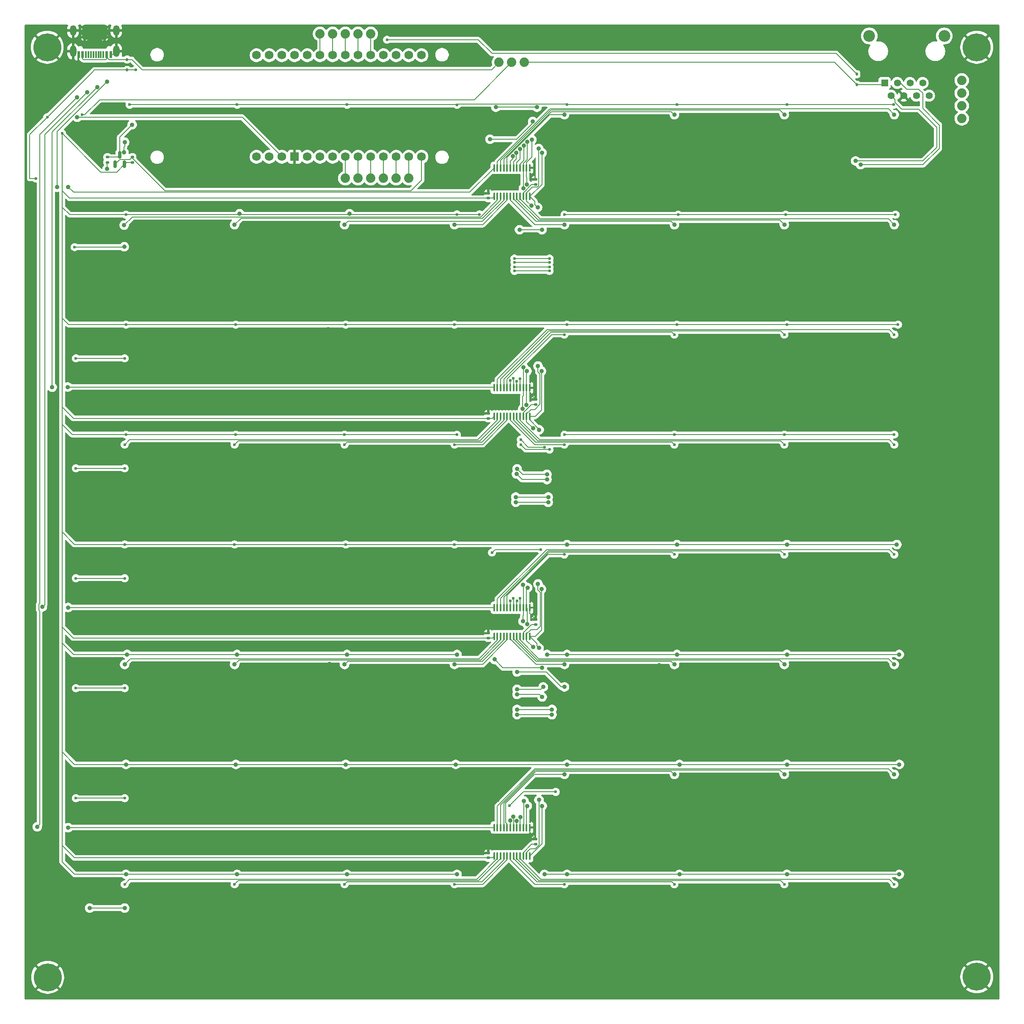
<source format=gbr>
%TF.GenerationSoftware,KiCad,Pcbnew,9.0.3*%
%TF.CreationDate,2025-09-25T17:41:31+02:00*%
%TF.ProjectId,SmartChessboard_PCB_V1,536d6172-7443-4686-9573-73626f617264,rev?*%
%TF.SameCoordinates,Original*%
%TF.FileFunction,Copper,L2,Bot*%
%TF.FilePolarity,Positive*%
%FSLAX46Y46*%
G04 Gerber Fmt 4.6, Leading zero omitted, Abs format (unit mm)*
G04 Created by KiCad (PCBNEW 9.0.3) date 2025-09-25 17:41:31*
%MOMM*%
%LPD*%
G01*
G04 APERTURE LIST*
G04 Aperture macros list*
%AMRoundRect*
0 Rectangle with rounded corners*
0 $1 Rounding radius*
0 $2 $3 $4 $5 $6 $7 $8 $9 X,Y pos of 4 corners*
0 Add a 4 corners polygon primitive as box body*
4,1,4,$2,$3,$4,$5,$6,$7,$8,$9,$2,$3,0*
0 Add four circle primitives for the rounded corners*
1,1,$1+$1,$2,$3*
1,1,$1+$1,$4,$5*
1,1,$1+$1,$6,$7*
1,1,$1+$1,$8,$9*
0 Add four rect primitives between the rounded corners*
20,1,$1+$1,$2,$3,$4,$5,0*
20,1,$1+$1,$4,$5,$6,$7,0*
20,1,$1+$1,$6,$7,$8,$9,0*
20,1,$1+$1,$8,$9,$2,$3,0*%
G04 Aperture macros list end*
%TA.AperFunction,ComponentPad*%
%ADD10C,3.600000*%
%TD*%
%TA.AperFunction,ConnectorPad*%
%ADD11C,5.600000*%
%TD*%
%TA.AperFunction,ComponentPad*%
%ADD12C,1.879600*%
%TD*%
%TA.AperFunction,SMDPad,CuDef*%
%ADD13RoundRect,0.135000X-0.185000X0.135000X-0.185000X-0.135000X0.185000X-0.135000X0.185000X0.135000X0*%
%TD*%
%TA.AperFunction,SMDPad,CuDef*%
%ADD14RoundRect,0.135000X0.185000X-0.135000X0.185000X0.135000X-0.185000X0.135000X-0.185000X-0.135000X0*%
%TD*%
%TA.AperFunction,ComponentPad*%
%ADD15C,1.727200*%
%TD*%
%TA.AperFunction,ComponentPad*%
%ADD16R,1.727200X1.727200*%
%TD*%
%TA.AperFunction,ComponentPad*%
%ADD17R,1.398000X1.398000*%
%TD*%
%TA.AperFunction,ComponentPad*%
%ADD18C,1.398000*%
%TD*%
%TA.AperFunction,ComponentPad*%
%ADD19C,2.355000*%
%TD*%
%TA.AperFunction,SMDPad,CuDef*%
%ADD20RoundRect,0.100000X-0.100000X0.637500X-0.100000X-0.637500X0.100000X-0.637500X0.100000X0.637500X0*%
%TD*%
%TA.AperFunction,SMDPad,CuDef*%
%ADD21RoundRect,0.140000X0.170000X-0.140000X0.170000X0.140000X-0.170000X0.140000X-0.170000X-0.140000X0*%
%TD*%
%TA.AperFunction,SMDPad,CuDef*%
%ADD22R,0.300000X1.400000*%
%TD*%
%TA.AperFunction,SMDPad,CuDef*%
%ADD23R,0.500000X1.400000*%
%TD*%
%TA.AperFunction,ComponentPad*%
%ADD24O,1.300000X2.100000*%
%TD*%
%TA.AperFunction,ComponentPad*%
%ADD25O,1.300000X2.300000*%
%TD*%
%TA.AperFunction,ComponentPad*%
%ADD26C,0.500000*%
%TD*%
%TA.AperFunction,SMDPad,CuDef*%
%ADD27RoundRect,0.500000X-2.000000X-1.000000X2.000000X-1.000000X2.000000X1.000000X-2.000000X1.000000X0*%
%TD*%
%TA.AperFunction,SMDPad,CuDef*%
%ADD28RoundRect,0.112500X0.112500X-0.187500X0.112500X0.187500X-0.112500X0.187500X-0.112500X-0.187500X0*%
%TD*%
%TA.AperFunction,SMDPad,CuDef*%
%ADD29RoundRect,0.150000X0.150000X-0.587500X0.150000X0.587500X-0.150000X0.587500X-0.150000X-0.587500X0*%
%TD*%
%TA.AperFunction,SMDPad,CuDef*%
%ADD30RoundRect,0.112500X-0.112500X0.187500X-0.112500X-0.187500X0.112500X-0.187500X0.112500X0.187500X0*%
%TD*%
%TA.AperFunction,ViaPad*%
%ADD31C,0.900000*%
%TD*%
%TA.AperFunction,ViaPad*%
%ADD32C,0.600000*%
%TD*%
%TA.AperFunction,Conductor*%
%ADD33C,0.127000*%
%TD*%
G04 APERTURE END LIST*
D10*
%TO.P,H2,1,1*%
%TO.N,GND*%
X49000000Y-49000000D03*
D11*
X49000000Y-49000000D03*
%TD*%
D10*
%TO.P,H3,1,1*%
%TO.N,GND*%
X235000000Y-235000000D03*
D11*
X235000000Y-235000000D03*
%TD*%
D10*
%TO.P,H4,1,1*%
%TO.N,GND*%
X49090000Y-235090000D03*
D11*
X49090000Y-235090000D03*
%TD*%
D12*
%TO.P,J5,1,Pin_1*%
%TO.N,D12{slash}SCL*%
X108650000Y-75200000D03*
%TO.P,J5,2,Pin_2*%
%TO.N,D14{slash}SDA*%
X111190000Y-75200000D03*
%TO.P,J5,3,Pin_3*%
%TO.N,D10*%
X113730000Y-75200000D03*
%TO.P,J5,4,Pin_4*%
%TO.N,D9*%
X116270000Y-75200000D03*
%TO.P,J5,5,Pin_5*%
%TO.N,D8*%
X118810000Y-75200000D03*
%TO.P,J5,6,Pin_6*%
%TO.N,D7*%
X121350000Y-75200000D03*
%TD*%
D10*
%TO.P,H1,1,1*%
%TO.N,GND*%
X235000000Y-49000000D03*
D11*
X235000000Y-49000000D03*
%TD*%
D12*
%TO.P,J6,1,Pin_1*%
%TO.N,VUSB*%
X139420000Y-52000000D03*
%TO.P,J6,2,Pin_2*%
%TO.N,3.3V*%
X141960000Y-52000000D03*
%TO.P,J6,3,Pin_3*%
%TO.N,VDOBOT*%
X144500000Y-52000000D03*
%TD*%
D13*
%TO.P,R3,1*%
%TO.N,GND*%
X146750000Y-163480000D03*
%TO.P,R3,2*%
%TO.N,Net-(U3-~{EN})*%
X146750000Y-164500000D03*
%TD*%
D12*
%TO.P,J1,1,Pin_1*%
%TO.N,D1*%
X113740000Y-46290000D03*
%TO.P,J1,2,Pin_2*%
%TO.N,D0*%
X111200000Y-46290000D03*
%TO.P,J1,3,Pin_3*%
%TO.N,A6*%
X108660000Y-46290000D03*
%TO.P,J1,4,Pin_4*%
%TO.N,A5*%
X106120000Y-46290000D03*
%TO.P,J1,5,Pin_5*%
%TO.N,A4*%
X103580000Y-46290000D03*
%TD*%
D13*
%TO.P,R1,1*%
%TO.N,GND*%
X146750000Y-75480000D03*
%TO.P,R1,2*%
%TO.N,Net-(U1-~{EN})*%
X146750000Y-76500000D03*
%TD*%
D14*
%TO.P,R70,1*%
%TO.N,VHALL*%
X61040000Y-72020000D03*
%TO.P,R70,2*%
%TO.N,HV_D6{slash}LED*%
X61040000Y-71000000D03*
%TD*%
D15*
%TO.P,A1,3V3,3.3V*%
%TO.N,3.3V*%
X95964800Y-70910000D03*
%TO.P,A1,5V,5V*%
%TO.N,5V*%
X90884800Y-70910000D03*
%TO.P,A1,A0,A0/DAC*%
%TO.N,SIG_1*%
X93424800Y-50590000D03*
%TO.P,A1,A1,A1*%
%TO.N,SIG_2*%
X95964800Y-50590000D03*
%TO.P,A1,A2,A2*%
%TO.N,SIG_3*%
X98504800Y-50590000D03*
%TO.P,A1,A3,A3*%
%TO.N,SIG_4*%
X101044800Y-50590000D03*
%TO.P,A1,A4,A4*%
%TO.N,A4*%
X103584800Y-50590000D03*
%TO.P,A1,A5,A5*%
%TO.N,A5*%
X106124800Y-50590000D03*
%TO.P,A1,A6,A6*%
%TO.N,A6*%
X108664800Y-50590000D03*
%TO.P,A1,AREF,AREF*%
%TO.N,unconnected-(A1-PadAREF)*%
X90884800Y-50590000D03*
%TO.P,A1,D0,D0*%
%TO.N,D0*%
X111204800Y-50590000D03*
%TO.P,A1,D1,D1*%
%TO.N,D1*%
X113744800Y-50590000D03*
%TO.P,A1,D2,D2*%
%TO.N,S0*%
X116284800Y-50590000D03*
%TO.P,A1,D3,D3*%
%TO.N,S1*%
X118824800Y-50590000D03*
%TO.P,A1,D4,D4*%
%TO.N,S2*%
X121364800Y-50590000D03*
%TO.P,A1,D5,D5*%
%TO.N,S3*%
X123904800Y-50590000D03*
%TO.P,A1,D6,D6*%
%TO.N,D6{slash}LED*%
X123904800Y-70910000D03*
%TO.P,A1,D7,D7*%
%TO.N,D7*%
X121364800Y-70910000D03*
%TO.P,A1,D8,D8_MOSI*%
%TO.N,D8*%
X118824800Y-70910000D03*
%TO.P,A1,D9,D9_SCK*%
%TO.N,D9*%
X116284800Y-70910000D03*
%TO.P,A1,D10,D10_MISO*%
%TO.N,D10*%
X113744800Y-70910000D03*
%TO.P,A1,D11,D11/SDA*%
%TO.N,D14{slash}SDA*%
X111204800Y-70910000D03*
%TO.P,A1,D12,D12/SCL*%
%TO.N,D12{slash}SCL*%
X108664800Y-70910000D03*
%TO.P,A1,D13,D13/RX*%
%TO.N,D13{slash}RX*%
X106124800Y-70910000D03*
%TO.P,A1,D14,D14/TX*%
%TO.N,D14{slash}TX*%
X103584800Y-70910000D03*
D16*
%TO.P,A1,GND,GND*%
%TO.N,GND*%
X98504800Y-70910000D03*
D15*
%TO.P,A1,RST,RESET*%
%TO.N,unconnected-(A1-RESET-PadRST)*%
X101044800Y-70910000D03*
%TO.P,A1,VIN,VIN*%
%TO.N,VHALL*%
X93424800Y-70910000D03*
%TD*%
D17*
%TO.P,J3,1,1*%
%TO.N,VDOBOT*%
X216555000Y-56145000D03*
D18*
%TO.P,J3,2,2*%
%TO.N,D13{slash}RX*%
X217825000Y-58685000D03*
%TO.P,J3,3,3*%
%TO.N,D14{slash}TX*%
X219095000Y-56145000D03*
%TO.P,J3,4,4*%
%TO.N,GND*%
X220365000Y-58685000D03*
%TO.P,J3,5,5*%
%TO.N,Net-(J4-Pin_1)*%
X221635000Y-56145000D03*
%TO.P,J3,6,6*%
%TO.N,Net-(J4-Pin_2)*%
X222905000Y-58685000D03*
%TO.P,J3,7,7*%
%TO.N,Net-(J4-Pin_3)*%
X224175000Y-56145000D03*
%TO.P,J3,8,8*%
%TO.N,Net-(J4-Pin_4)*%
X225445000Y-58685000D03*
D19*
%TO.P,J3,SH1,SHIELD*%
%TO.N,unconnected-(J3-SHIELD-PadSH1)_1*%
X213505000Y-46745000D03*
%TO.P,J3,SH2,SHIELD*%
%TO.N,unconnected-(J3-SHIELD-PadSH1)*%
X228495000Y-46745000D03*
%TD*%
D20*
%TO.P,U2,1,I/O*%
%TO.N,SIG_2*%
X138425000Y-117137500D03*
%TO.P,U2,2,I7*%
%TO.N,Hall_24*%
X139075000Y-117137500D03*
%TO.P,U2,3,I6*%
%TO.N,Hall_23*%
X139725000Y-117137500D03*
%TO.P,U2,4,I5*%
%TO.N,Hall_22*%
X140375000Y-117137500D03*
%TO.P,U2,5,I4*%
%TO.N,Hall_21*%
X141025000Y-117137500D03*
%TO.P,U2,6,I3*%
%TO.N,Hall_20*%
X141675000Y-117137500D03*
%TO.P,U2,7,I2*%
%TO.N,Hall_19*%
X142325000Y-117137500D03*
%TO.P,U2,8,I1*%
%TO.N,Hall_18*%
X142975000Y-117137500D03*
%TO.P,U2,9,I0*%
%TO.N,Hall_17*%
X143625000Y-117137500D03*
%TO.P,U2,10,S0*%
%TO.N,S0*%
X144275000Y-117137500D03*
%TO.P,U2,11,S1*%
%TO.N,S1*%
X144925000Y-117137500D03*
%TO.P,U2,12,GND*%
%TO.N,GND*%
X145575000Y-117137500D03*
%TO.P,U2,13,S3*%
%TO.N,S3*%
X145575000Y-122862500D03*
%TO.P,U2,14,S2*%
%TO.N,S2*%
X144925000Y-122862500D03*
%TO.P,U2,15,~{EN}*%
%TO.N,Net-(U2-~{EN})*%
X144275000Y-122862500D03*
%TO.P,U2,16,I15*%
%TO.N,Hall_32*%
X143625000Y-122862500D03*
%TO.P,U2,17,I14*%
%TO.N,Hall_31*%
X142975000Y-122862500D03*
%TO.P,U2,18,I13*%
%TO.N,Hall_30*%
X142325000Y-122862500D03*
%TO.P,U2,19,I12*%
%TO.N,Hall_29*%
X141675000Y-122862500D03*
%TO.P,U2,20,I11*%
%TO.N,Hall_28*%
X141025000Y-122862500D03*
%TO.P,U2,21,I10*%
%TO.N,Hall_27*%
X140375000Y-122862500D03*
%TO.P,U2,22,I9*%
%TO.N,Hall_26*%
X139725000Y-122862500D03*
%TO.P,U2,23,I8*%
%TO.N,Hall_25*%
X139075000Y-122862500D03*
%TO.P,U2,24,VCC*%
%TO.N,3.3V*%
X138425000Y-122862500D03*
%TD*%
%TO.P,U3,1,I/O*%
%TO.N,SIG_3*%
X138425000Y-161137500D03*
%TO.P,U3,2,I7*%
%TO.N,Hall_40*%
X139075000Y-161137500D03*
%TO.P,U3,3,I6*%
%TO.N,Hall_39*%
X139725000Y-161137500D03*
%TO.P,U3,4,I5*%
%TO.N,Hall_38*%
X140375000Y-161137500D03*
%TO.P,U3,5,I4*%
%TO.N,Hall_37*%
X141025000Y-161137500D03*
%TO.P,U3,6,I3*%
%TO.N,Hall_36*%
X141675000Y-161137500D03*
%TO.P,U3,7,I2*%
%TO.N,Hall_35*%
X142325000Y-161137500D03*
%TO.P,U3,8,I1*%
%TO.N,Hall_34*%
X142975000Y-161137500D03*
%TO.P,U3,9,I0*%
%TO.N,Hall_33*%
X143625000Y-161137500D03*
%TO.P,U3,10,S0*%
%TO.N,S0*%
X144275000Y-161137500D03*
%TO.P,U3,11,S1*%
%TO.N,S1*%
X144925000Y-161137500D03*
%TO.P,U3,12,GND*%
%TO.N,GND*%
X145575000Y-161137500D03*
%TO.P,U3,13,S3*%
%TO.N,S3*%
X145575000Y-166862500D03*
%TO.P,U3,14,S2*%
%TO.N,S2*%
X144925000Y-166862500D03*
%TO.P,U3,15,~{EN}*%
%TO.N,Net-(U3-~{EN})*%
X144275000Y-166862500D03*
%TO.P,U3,16,I15*%
%TO.N,Hall_48*%
X143625000Y-166862500D03*
%TO.P,U3,17,I14*%
%TO.N,Hall_47*%
X142975000Y-166862500D03*
%TO.P,U3,18,I13*%
%TO.N,Hall_46*%
X142325000Y-166862500D03*
%TO.P,U3,19,I12*%
%TO.N,Hall_45*%
X141675000Y-166862500D03*
%TO.P,U3,20,I11*%
%TO.N,Hall_44*%
X141025000Y-166862500D03*
%TO.P,U3,21,I10*%
%TO.N,Hall_43*%
X140375000Y-166862500D03*
%TO.P,U3,22,I9*%
%TO.N,Hall_42*%
X139725000Y-166862500D03*
%TO.P,U3,23,I8*%
%TO.N,Hall_41*%
X139075000Y-166862500D03*
%TO.P,U3,24,VCC*%
%TO.N,3.3V*%
X138425000Y-166862500D03*
%TD*%
D21*
%TO.P,C3,1*%
%TO.N,3.3V*%
X137250000Y-123250000D03*
%TO.P,C3,2*%
%TO.N,GND*%
X137250000Y-122290000D03*
%TD*%
D14*
%TO.P,R69,1*%
%TO.N,3.3V*%
X66040000Y-72020000D03*
%TO.P,R69,2*%
%TO.N,D6{slash}LED*%
X66040000Y-71000000D03*
%TD*%
D20*
%TO.P,U1,1,I/O*%
%TO.N,SIG_1*%
X138425000Y-73137500D03*
%TO.P,U1,2,I7*%
%TO.N,Hall_8*%
X139075000Y-73137500D03*
%TO.P,U1,3,I6*%
%TO.N,Hall_7*%
X139725000Y-73137500D03*
%TO.P,U1,4,I5*%
%TO.N,Hall_6*%
X140375000Y-73137500D03*
%TO.P,U1,5,I4*%
%TO.N,Hall_5*%
X141025000Y-73137500D03*
%TO.P,U1,6,I3*%
%TO.N,Hall_4*%
X141675000Y-73137500D03*
%TO.P,U1,7,I2*%
%TO.N,Hall_3*%
X142325000Y-73137500D03*
%TO.P,U1,8,I1*%
%TO.N,Hall_2*%
X142975000Y-73137500D03*
%TO.P,U1,9,I0*%
%TO.N,Hall_1*%
X143625000Y-73137500D03*
%TO.P,U1,10,S0*%
%TO.N,S0*%
X144275000Y-73137500D03*
%TO.P,U1,11,S1*%
%TO.N,S1*%
X144925000Y-73137500D03*
%TO.P,U1,12,GND*%
%TO.N,GND*%
X145575000Y-73137500D03*
%TO.P,U1,13,S3*%
%TO.N,S3*%
X145575000Y-78862500D03*
%TO.P,U1,14,S2*%
%TO.N,S2*%
X144925000Y-78862500D03*
%TO.P,U1,15,~{EN}*%
%TO.N,Net-(U1-~{EN})*%
X144275000Y-78862500D03*
%TO.P,U1,16,I15*%
%TO.N,Hall_16*%
X143625000Y-78862500D03*
%TO.P,U1,17,I14*%
%TO.N,Hall_15*%
X142975000Y-78862500D03*
%TO.P,U1,18,I13*%
%TO.N,Hall_14*%
X142325000Y-78862500D03*
%TO.P,U1,19,I12*%
%TO.N,Hall_13*%
X141675000Y-78862500D03*
%TO.P,U1,20,I11*%
%TO.N,Hall_12*%
X141025000Y-78862500D03*
%TO.P,U1,21,I10*%
%TO.N,Hall_11*%
X140375000Y-78862500D03*
%TO.P,U1,22,I9*%
%TO.N,Hall_10*%
X139725000Y-78862500D03*
%TO.P,U1,23,I8*%
%TO.N,Hall_9*%
X139075000Y-78862500D03*
%TO.P,U1,24,VCC*%
%TO.N,3.3V*%
X138425000Y-78862500D03*
%TD*%
D22*
%TO.P,J2,A5,CC1*%
%TO.N,unconnected-(J2-CC1-PadA5)*%
X57250000Y-50500000D03*
%TO.P,J2,A6,D+*%
%TO.N,unconnected-(J2-D+-PadA6)*%
X58250000Y-50500000D03*
%TO.P,J2,A7,D-*%
%TO.N,unconnected-(J2-D--PadA7)*%
X58750000Y-50500000D03*
%TO.P,J2,A8,SBU1*%
%TO.N,unconnected-(J2-SBU1-PadA8)*%
X59750000Y-50500000D03*
D23*
%TO.P,J2,A9B4,VBUS*%
%TO.N,VUSB*%
X60900000Y-50500000D03*
%TO.P,J2,A12B1,GND*%
%TO.N,GND*%
X61700000Y-50500000D03*
D22*
%TO.P,J2,B5,CC2*%
%TO.N,unconnected-(J2-CC2-PadB5)*%
X60250000Y-50500000D03*
%TO.P,J2,B6,D+*%
%TO.N,unconnected-(J2-D+-PadB6)*%
X59250000Y-50500000D03*
%TO.P,J2,B7,D-*%
%TO.N,unconnected-(J2-D--PadB7)*%
X57750000Y-50500000D03*
%TO.P,J2,B8,SBU2*%
%TO.N,unconnected-(J2-SBU2-PadB8)*%
X56750000Y-50500000D03*
D23*
%TO.P,J2,B9A4,VBUS*%
%TO.N,VUSB*%
X56100000Y-50500000D03*
%TO.P,J2,B12A1,GND*%
%TO.N,GND*%
X55300000Y-50500000D03*
D24*
%TO.P,J2,S1,SHIELD*%
X54170000Y-45620000D03*
D25*
X54170000Y-49820000D03*
D26*
X56500000Y-45000000D03*
X56500000Y-47000000D03*
D27*
X58500000Y-46000000D03*
D26*
X60500000Y-45000000D03*
X60500000Y-47000000D03*
D24*
X62830000Y-45620000D03*
D25*
X62830000Y-49820000D03*
%TD*%
D28*
%TO.P,D1,1,K*%
%TO.N,VHALL*%
X65000000Y-53550000D03*
%TO.P,D1,2,A*%
%TO.N,VUSB*%
X65000000Y-51450000D03*
%TD*%
D13*
%TO.P,R2,1*%
%TO.N,GND*%
X146750000Y-119480000D03*
%TO.P,R2,2*%
%TO.N,Net-(U2-~{EN})*%
X146750000Y-120500000D03*
%TD*%
%TO.P,R4,1*%
%TO.N,GND*%
X146750000Y-207480000D03*
%TO.P,R4,2*%
%TO.N,Net-(U4-~{EN})*%
X146750000Y-208500000D03*
%TD*%
D12*
%TO.P,J4,1,Pin_1*%
%TO.N,Net-(J4-Pin_1)*%
X232000000Y-55600000D03*
%TO.P,J4,2,Pin_2*%
%TO.N,Net-(J4-Pin_2)*%
X232000000Y-58140000D03*
%TO.P,J4,3,Pin_3*%
%TO.N,Net-(J4-Pin_3)*%
X232000000Y-60680000D03*
%TO.P,J4,4,Pin_4*%
%TO.N,Net-(J4-Pin_4)*%
X232000000Y-63220000D03*
%TD*%
D21*
%TO.P,C1,1*%
%TO.N,3.3V*%
X137250000Y-211210000D03*
%TO.P,C1,2*%
%TO.N,GND*%
X137250000Y-210250000D03*
%TD*%
D20*
%TO.P,U4,1,I/O*%
%TO.N,SIG_4*%
X138425000Y-205137500D03*
%TO.P,U4,2,I7*%
%TO.N,Hall_56*%
X139075000Y-205137500D03*
%TO.P,U4,3,I6*%
%TO.N,Hall_55*%
X139725000Y-205137500D03*
%TO.P,U4,4,I5*%
%TO.N,Hall_54*%
X140375000Y-205137500D03*
%TO.P,U4,5,I4*%
%TO.N,Hall_53*%
X141025000Y-205137500D03*
%TO.P,U4,6,I3*%
%TO.N,Hall_52*%
X141675000Y-205137500D03*
%TO.P,U4,7,I2*%
%TO.N,Hall_51*%
X142325000Y-205137500D03*
%TO.P,U4,8,I1*%
%TO.N,Hall_50*%
X142975000Y-205137500D03*
%TO.P,U4,9,I0*%
%TO.N,Hall_49*%
X143625000Y-205137500D03*
%TO.P,U4,10,S0*%
%TO.N,S0*%
X144275000Y-205137500D03*
%TO.P,U4,11,S1*%
%TO.N,S1*%
X144925000Y-205137500D03*
%TO.P,U4,12,GND*%
%TO.N,GND*%
X145575000Y-205137500D03*
%TO.P,U4,13,S3*%
%TO.N,S3*%
X145575000Y-210862500D03*
%TO.P,U4,14,S2*%
%TO.N,S2*%
X144925000Y-210862500D03*
%TO.P,U4,15,~{EN}*%
%TO.N,Net-(U4-~{EN})*%
X144275000Y-210862500D03*
%TO.P,U4,16,I15*%
%TO.N,Hall_64*%
X143625000Y-210862500D03*
%TO.P,U4,17,I14*%
%TO.N,Hall_63*%
X142975000Y-210862500D03*
%TO.P,U4,18,I13*%
%TO.N,Hall_62*%
X142325000Y-210862500D03*
%TO.P,U4,19,I12*%
%TO.N,Hall_61*%
X141675000Y-210862500D03*
%TO.P,U4,20,I11*%
%TO.N,Hall_60*%
X141025000Y-210862500D03*
%TO.P,U4,21,I10*%
%TO.N,Hall_59*%
X140375000Y-210862500D03*
%TO.P,U4,22,I9*%
%TO.N,Hall_58*%
X139725000Y-210862500D03*
%TO.P,U4,23,I8*%
%TO.N,Hall_57*%
X139075000Y-210862500D03*
%TO.P,U4,24,VCC*%
%TO.N,3.3V*%
X138425000Y-210862500D03*
%TD*%
D29*
%TO.P,Q1,1,G*%
%TO.N,3.3V*%
X64450000Y-72437500D03*
%TO.P,Q1,2,S*%
%TO.N,D6{slash}LED*%
X62550000Y-72437500D03*
%TO.P,Q1,3,D*%
%TO.N,HV_D6{slash}LED*%
X63500000Y-70562500D03*
%TD*%
D21*
%TO.P,C4,1*%
%TO.N,3.3V*%
X137250000Y-167210000D03*
%TO.P,C4,2*%
%TO.N,GND*%
X137250000Y-166250000D03*
%TD*%
%TO.P,C2,1*%
%TO.N,3.3V*%
X137250000Y-79210000D03*
%TO.P,C2,2*%
%TO.N,GND*%
X137250000Y-78250000D03*
%TD*%
D30*
%TO.P,D2,1,K*%
%TO.N,VHALL*%
X211000000Y-54400000D03*
%TO.P,D2,2,A*%
%TO.N,VDOBOT*%
X211000000Y-56500000D03*
%TD*%
D31*
%TO.N,SIG_4*%
X55000000Y-59000000D03*
X47000000Y-205000000D03*
X53190000Y-205140000D03*
%TO.N,SIG_3*%
X48000000Y-161000000D03*
X53172500Y-161102500D03*
X57000000Y-58000000D03*
%TO.N,S0*%
X144202447Y-163860064D03*
X144240500Y-156600000D03*
X145064317Y-67923358D03*
X144400000Y-199800000D03*
X144271174Y-77223022D03*
X144298152Y-113057652D03*
X144152700Y-121337293D03*
%TO.N,SIG_2*%
X50000000Y-117000000D03*
X59000000Y-57000000D03*
X53122500Y-116982500D03*
D32*
%TO.N,3.3V*%
X65500000Y-60500000D03*
X130500000Y-148500000D03*
D31*
X130750000Y-192500000D03*
D32*
X152500000Y-82500000D03*
D31*
X148040500Y-173140500D03*
X197000000Y-214500000D03*
D32*
X135500000Y-82454500D03*
X175000000Y-60500000D03*
X148500000Y-129000000D03*
D31*
X55000000Y-63000000D03*
D32*
X152500000Y-126500000D03*
X218500000Y-126500000D03*
D31*
X131000000Y-170500000D03*
D32*
X197000000Y-60500000D03*
D31*
X108750000Y-192500000D03*
X175000000Y-148500000D03*
X87000000Y-170500000D03*
X87500000Y-82304500D03*
D32*
X218750000Y-82500000D03*
X131000000Y-82454500D03*
D31*
X149000000Y-170500000D03*
X197000000Y-192500000D03*
D32*
X130500000Y-104500000D03*
X174500000Y-126500000D03*
X153000000Y-104500000D03*
D31*
X153000000Y-148500000D03*
D32*
X131000000Y-60549000D03*
X108750000Y-104500000D03*
D31*
X197000000Y-148500000D03*
X109000000Y-214500000D03*
X153000000Y-214500000D03*
D32*
X196750000Y-82500000D03*
X86750000Y-126500000D03*
D31*
X148500000Y-214500000D03*
D32*
X108500000Y-126500000D03*
X64750000Y-104500000D03*
X86500000Y-148500000D03*
X219250000Y-104500000D03*
D31*
X86750000Y-192500000D03*
X131000000Y-214500000D03*
D32*
X87000000Y-60500000D03*
X175000000Y-104500000D03*
D31*
X175500000Y-214500000D03*
D32*
X153000000Y-60500000D03*
X86750000Y-104500000D03*
X109000000Y-60500000D03*
D31*
X197000000Y-170500000D03*
D32*
X108750000Y-148500000D03*
X175250000Y-82500000D03*
D31*
X175000000Y-170500000D03*
X153000000Y-170500000D03*
D32*
X64750000Y-82500000D03*
D31*
X65000000Y-170500000D03*
X219000000Y-148500000D03*
D32*
X56000000Y-62500000D03*
D31*
X219500000Y-214500000D03*
X153000000Y-192500000D03*
D32*
X218400000Y-60500000D03*
D31*
X138500000Y-171500000D03*
X219500000Y-170500000D03*
D32*
X64750000Y-126500000D03*
X196500000Y-126500000D03*
D31*
X109000000Y-170500000D03*
X109500000Y-82304500D03*
X175500000Y-192500000D03*
D32*
X64500000Y-148500000D03*
X131000000Y-126500000D03*
X52000000Y-66259500D03*
D31*
X64750000Y-214500000D03*
X219500000Y-192500000D03*
X87000000Y-214500000D03*
D32*
X143750000Y-127500000D03*
D31*
X64750000Y-192500000D03*
D32*
X197000000Y-104500000D03*
D31*
%TO.N,S3*%
X148000000Y-70100000D03*
X147450358Y-125544554D03*
X147902000Y-113800000D03*
X147400000Y-169200000D03*
X147135797Y-81064203D03*
X147902000Y-157400000D03*
X148040500Y-200800000D03*
%TO.N,D14{slash}TX*%
X211750000Y-72500000D03*
%TO.N,D13{slash}RX*%
X210750000Y-71750000D03*
%TO.N,S2*%
X147200000Y-156400000D03*
X147200000Y-112800000D03*
X145882895Y-80717105D03*
X146200000Y-125200000D03*
X147400000Y-199600000D03*
X147350000Y-69250000D03*
X146200000Y-169000000D03*
%TO.N,S1*%
X145003710Y-113803924D03*
X146000000Y-67500000D03*
X145040500Y-200800000D03*
X144997375Y-76496822D03*
X144881000Y-120613198D03*
X145124021Y-157123568D03*
X145040499Y-164453698D03*
D32*
%TO.N,GND*%
X102750000Y-125000000D03*
X82250000Y-61500000D03*
D31*
X165750000Y-131000000D03*
D32*
X60250000Y-68000000D03*
D31*
X99000000Y-197000000D03*
D32*
X143000000Y-106000000D03*
D31*
X100000000Y-108250000D03*
X121750000Y-86750000D03*
X165500000Y-153000000D03*
X77250000Y-109000000D03*
D32*
X141000000Y-82500000D03*
X77000000Y-70500000D03*
D31*
X151250000Y-178250000D03*
D32*
X140250000Y-130750000D03*
D31*
X187250000Y-153250000D03*
D32*
X58750000Y-65000000D03*
X105500000Y-172250000D03*
X127500000Y-61500000D03*
X127250000Y-193500000D03*
D31*
X209500000Y-64750000D03*
D32*
X149500000Y-79500000D03*
X122000000Y-213000000D03*
D31*
X164750000Y-218500000D03*
D32*
X83250000Y-105500000D03*
X60250000Y-61500000D03*
D31*
X165000000Y-174750000D03*
X99500000Y-153000000D03*
X121250000Y-130750000D03*
D32*
X149250000Y-126500000D03*
X61500000Y-85750000D03*
X221200000Y-60000000D03*
D31*
X149250000Y-67000000D03*
X77250000Y-197250000D03*
X99750000Y-130250000D03*
D32*
X234000000Y-219750000D03*
X114500000Y-169250000D03*
D31*
X99000000Y-65500000D03*
D32*
X83250000Y-149500000D03*
X141000000Y-125250000D03*
D31*
X209250000Y-175000000D03*
X209000000Y-131500000D03*
D32*
X145750000Y-74750000D03*
X138750000Y-143500000D03*
X83500000Y-128250000D03*
X127250000Y-105500000D03*
D31*
X188250000Y-87000000D03*
D32*
X139250000Y-199750000D03*
D31*
X187750000Y-130750000D03*
D32*
X83500000Y-193500000D03*
D31*
X122000000Y-175250000D03*
D32*
X143000000Y-88000000D03*
X55250000Y-52500000D03*
D31*
X209250000Y-152750000D03*
X165000000Y-196750000D03*
D32*
X140000000Y-175000000D03*
D31*
X209000000Y-196750000D03*
D32*
X137250000Y-77000000D03*
X105250000Y-149500000D03*
D31*
X210750000Y-87000000D03*
D32*
X137500000Y-107000000D03*
D31*
X121750000Y-65500000D03*
X210250000Y-218500000D03*
D32*
X62500000Y-118500000D03*
D31*
X187000000Y-196500000D03*
D32*
X141250000Y-194750000D03*
D31*
X76500000Y-153000000D03*
X187500000Y-64750000D03*
X121500000Y-152250000D03*
X99750000Y-87000000D03*
D32*
X105250000Y-105250000D03*
D31*
X187750000Y-108750000D03*
X76750000Y-175250000D03*
X148250000Y-175250000D03*
D32*
X137500000Y-172500000D03*
X100000000Y-69250000D03*
D31*
X77000000Y-130750000D03*
D32*
X175500000Y-71500000D03*
X176500000Y-203500000D03*
D31*
X142750000Y-219000000D03*
D32*
X105250000Y-61500000D03*
D31*
X77250000Y-66000000D03*
D32*
X133500000Y-207500000D03*
X113500000Y-165250000D03*
X148250000Y-154000000D03*
D31*
X77000000Y-219250000D03*
D32*
X61750000Y-151750000D03*
D31*
X187250000Y-175000000D03*
X100000000Y-175500000D03*
X165750000Y-86500000D03*
X209500000Y-109000000D03*
D32*
X134750000Y-204000000D03*
X142750000Y-46000000D03*
X127250000Y-149500000D03*
X140000000Y-74750000D03*
D31*
X121250000Y-196500000D03*
X122000000Y-108750000D03*
D32*
X174000000Y-137000000D03*
X63250000Y-109000000D03*
D31*
X165750000Y-108750000D03*
X187250000Y-219250000D03*
D32*
X124000000Y-80750000D03*
X139750000Y-153000000D03*
D31*
X165000000Y-65000000D03*
D32*
X105250000Y-193500000D03*
X134250000Y-64250000D03*
X171500000Y-172500000D03*
D31*
X120500000Y-219000000D03*
X77750000Y-87000000D03*
X98500000Y-218750000D03*
D32*
%TO.N,VHALL*%
X64500000Y-111250000D03*
X64500000Y-133250000D03*
D31*
X143000000Y-178500000D03*
D32*
X143750000Y-128500000D03*
D31*
X138800000Y-61000000D03*
X148000000Y-85500000D03*
X150000000Y-181500000D03*
X148040500Y-179000000D03*
D32*
X117000000Y-47500000D03*
X46750000Y-75250000D03*
D31*
X64500000Y-68000000D03*
D32*
X54750000Y-111250000D03*
D31*
X143000000Y-181500000D03*
D32*
X64500000Y-199250000D03*
X142500000Y-93000000D03*
X142500000Y-92000000D03*
D31*
X152500000Y-177000000D03*
D32*
X149500000Y-93000000D03*
D31*
X57500000Y-221250000D03*
D32*
X54750000Y-155250000D03*
X138000000Y-150099000D03*
D31*
X149250000Y-139000000D03*
X61000000Y-73359500D03*
D32*
X149500000Y-129500000D03*
D31*
X64422098Y-88922098D03*
D32*
X54750000Y-177250000D03*
D31*
X64377000Y-70052071D03*
D32*
X54750000Y-133250000D03*
D31*
X142750000Y-139000000D03*
D32*
X64500000Y-177250000D03*
X66750000Y-53500000D03*
D31*
X64500000Y-221250000D03*
X149000000Y-135500000D03*
D32*
X54750000Y-199250000D03*
X64500000Y-155250000D03*
X49000000Y-63000000D03*
X150750000Y-198000000D03*
D31*
X143500000Y-85500000D03*
D32*
X149500000Y-92000000D03*
D31*
X147000000Y-61000000D03*
X143000000Y-174000000D03*
D32*
X141500000Y-200750000D03*
D31*
X142900000Y-134391500D03*
D32*
X147750000Y-149500000D03*
X54500000Y-89000000D03*
D31*
%TO.N,SIG_1*%
X61000000Y-55918991D03*
X51000000Y-77000000D03*
X53210000Y-76960000D03*
%TO.N,Hall_1*%
X144338117Y-68649559D03*
%TO.N,Hall_9*%
X64400000Y-84600000D03*
D32*
%TO.N,Hall_17*%
X143600000Y-115350000D03*
%TO.N,Hall_25*%
X64500000Y-128500000D03*
%TO.N,Hall_33*%
X143600000Y-159300000D03*
D31*
%TO.N,Hall_41*%
X64500000Y-172500000D03*
%TO.N,Hall_49*%
X143700000Y-203000000D03*
D32*
%TO.N,Hall_57*%
X64500000Y-216500000D03*
D31*
%TO.N,Hall_2*%
X143611917Y-69375759D03*
%TO.N,Hall_10*%
X86500000Y-84500000D03*
D32*
%TO.N,Hall_18*%
X142950000Y-115800000D03*
%TO.N,Hall_26*%
X86500000Y-128500000D03*
%TO.N,Hall_34*%
X143000000Y-159750000D03*
D31*
%TO.N,Hall_42*%
X86500000Y-172500000D03*
%TO.N,Hall_50*%
X142965500Y-203836215D03*
D32*
%TO.N,Hall_58*%
X86500000Y-216500000D03*
D31*
%TO.N,Hall_3*%
X142885716Y-70101959D03*
%TO.N,Hall_11*%
X108500000Y-84500000D03*
D32*
%TO.N,Hall_19*%
X142300000Y-115250000D03*
%TO.N,Hall_27*%
X108500000Y-128500000D03*
%TO.N,Hall_35*%
X142300000Y-159235931D03*
D31*
%TO.N,Hall_43*%
X108500000Y-172500000D03*
%TO.N,Hall_51*%
X142296804Y-202939944D03*
D32*
%TO.N,Hall_59*%
X108500000Y-216500000D03*
D31*
%TO.N,Hall_4*%
X142163778Y-70832397D03*
%TO.N,Hall_12*%
X130500000Y-84500000D03*
D32*
%TO.N,Hall_20*%
X141675000Y-115675000D03*
%TO.N,Hall_28*%
X130500000Y-128500000D03*
%TO.N,Hall_36*%
X141700000Y-159800000D03*
D31*
%TO.N,Hall_44*%
X130500000Y-172500000D03*
%TO.N,Hall_52*%
X141665500Y-203750000D03*
D32*
%TO.N,Hall_60*%
X130500000Y-216500000D03*
D31*
%TO.N,Hall_5*%
X152500000Y-62500000D03*
%TO.N,Hall_13*%
X152500000Y-84500000D03*
D32*
%TO.N,Hall_21*%
X152500000Y-106500000D03*
%TO.N,Hall_29*%
X152500000Y-128500000D03*
%TO.N,Hall_37*%
X152500000Y-150500000D03*
D31*
%TO.N,Hall_45*%
X152500000Y-172500000D03*
%TO.N,Hall_53*%
X152500000Y-194500000D03*
D32*
%TO.N,Hall_61*%
X152500000Y-216500000D03*
D31*
%TO.N,Hall_6*%
X174500000Y-62500000D03*
%TO.N,Hall_14*%
X174500000Y-84500000D03*
D32*
%TO.N,Hall_22*%
X174500000Y-106500000D03*
%TO.N,Hall_30*%
X174500000Y-128500000D03*
%TO.N,Hall_38*%
X174500000Y-150500000D03*
D31*
%TO.N,Hall_46*%
X174500000Y-172500000D03*
%TO.N,Hall_54*%
X174500000Y-194500000D03*
D32*
%TO.N,Hall_62*%
X174500000Y-216500000D03*
D31*
%TO.N,Hall_7*%
X196500000Y-62500000D03*
%TO.N,Hall_15*%
X196500000Y-84500000D03*
D32*
%TO.N,Hall_23*%
X196500000Y-106500000D03*
%TO.N,Hall_31*%
X196500000Y-128500000D03*
%TO.N,Hall_39*%
X196500000Y-150500000D03*
D31*
%TO.N,Hall_47*%
X196500000Y-172500000D03*
%TO.N,Hall_55*%
X196500000Y-194500000D03*
D32*
%TO.N,Hall_63*%
X196500000Y-216500000D03*
D31*
%TO.N,Hall_8*%
X218500000Y-62500000D03*
%TO.N,Hall_16*%
X218500000Y-84500000D03*
D32*
%TO.N,Hall_24*%
X218500000Y-106500000D03*
%TO.N,Hall_32*%
X218500000Y-128500000D03*
%TO.N,Hall_40*%
X218500000Y-150500000D03*
D31*
%TO.N,Hall_48*%
X218500000Y-172500000D03*
%TO.N,Hall_56*%
X218500000Y-194500000D03*
D32*
%TO.N,Hall_64*%
X218500000Y-216500000D03*
D31*
%TO.N,HV_D6{slash}LED*%
X66000000Y-64500000D03*
D32*
%TO.N,LED_OUT_2*%
X149500000Y-93750000D03*
X142500000Y-93750000D03*
D31*
%TO.N,Net-(D15-DOUT)*%
X137600000Y-67400000D03*
X146140086Y-63859914D03*
D32*
%TO.N,Net-(D16-DOUT)*%
X149500000Y-91272997D03*
X142500000Y-91272997D03*
D31*
%TO.N,Net-(D18-DOUT)*%
X149000000Y-134472997D03*
X143014482Y-133370899D03*
%TO.N,LED_OUT_4*%
X142750000Y-140027003D03*
X149250000Y-140027003D03*
%TO.N,LED_OUT_6*%
X150000000Y-182527003D03*
X143000000Y-182527003D03*
%TO.N,Net-(D48-DOUT)*%
X143000000Y-177472997D03*
X148250000Y-177000000D03*
%TD*%
D33*
%TO.N,D1*%
X113740000Y-46290000D02*
X113740000Y-50585200D01*
X113740000Y-50585200D02*
X113744800Y-50590000D01*
%TO.N,SIG_4*%
X47358500Y-160391500D02*
X47358500Y-161608500D01*
X55137500Y-205137500D02*
X55135000Y-205140000D01*
X47358500Y-161608500D02*
X47500000Y-161750000D01*
X47500000Y-204500000D02*
X47000000Y-205000000D01*
X47500000Y-161750000D02*
X47500000Y-204500000D01*
X55135000Y-205140000D02*
X53190000Y-205140000D01*
X47500000Y-160250000D02*
X47358500Y-160391500D01*
X47500000Y-66500000D02*
X47500000Y-160250000D01*
X55000000Y-59000000D02*
X47500000Y-66500000D01*
X138425000Y-205137500D02*
X55137500Y-205137500D01*
%TO.N,A4*%
X103580000Y-50585200D02*
X103584800Y-50590000D01*
X103580000Y-46290000D02*
X103580000Y-50585200D01*
%TO.N,SIG_3*%
X57000000Y-58000000D02*
X48500000Y-66500000D01*
X138407500Y-161100000D02*
X55120000Y-161100000D01*
X48500000Y-160500000D02*
X48000000Y-161000000D01*
X48500000Y-66500000D02*
X48500000Y-160500000D01*
X55120000Y-161100000D02*
X55117500Y-161102500D01*
X55117500Y-161102500D02*
X53172500Y-161102500D01*
%TO.N,D6{slash}LED*%
X63496000Y-71491500D02*
X62550000Y-72437500D01*
X123904800Y-75595200D02*
X121755000Y-77745000D01*
X65548500Y-71491500D02*
X63496000Y-71491500D01*
X121755000Y-77745000D02*
X72560000Y-77745000D01*
X66040000Y-71000000D02*
X65548500Y-71491500D01*
X66040000Y-71225000D02*
X66040000Y-71000000D01*
X123904800Y-70910000D02*
X123904800Y-75595200D01*
X72560000Y-77745000D02*
X66040000Y-71225000D01*
%TO.N,D9*%
X116284800Y-70910000D02*
X116284800Y-75185200D01*
X116284800Y-75185200D02*
X116270000Y-75200000D01*
%TO.N,S0*%
X144202447Y-162747553D02*
X144275000Y-162675000D01*
X144275000Y-113080804D02*
X144298152Y-113057652D01*
X144275000Y-72225000D02*
X144275000Y-73137500D01*
X144275000Y-117137500D02*
X144275000Y-113080804D01*
X144275000Y-74725000D02*
X144275000Y-73137500D01*
X144275000Y-162675000D02*
X144275000Y-161137500D01*
X144271174Y-77223022D02*
X144271174Y-74728826D01*
X144202447Y-163860064D02*
X144202447Y-162747553D01*
X144152700Y-118847300D02*
X144275000Y-118725000D01*
X144271174Y-74728826D02*
X144275000Y-74725000D01*
X144275000Y-156634500D02*
X144275000Y-161137500D01*
X145064317Y-67923358D02*
X145064317Y-71435683D01*
X144400000Y-205012500D02*
X144400000Y-199800000D01*
X144275000Y-118725000D02*
X144275000Y-117137500D01*
X144275000Y-205137500D02*
X144400000Y-205012500D01*
X145064317Y-71435683D02*
X144275000Y-72225000D01*
X144240500Y-156600000D02*
X144275000Y-156634500D01*
X144152700Y-121337293D02*
X144152700Y-118847300D01*
%TO.N,SIG_2*%
X55067500Y-116982500D02*
X53122500Y-116982500D01*
X59000000Y-57000000D02*
X50000000Y-66000000D01*
X138357500Y-116980000D02*
X55070000Y-116980000D01*
X50000000Y-66000000D02*
X50000000Y-117000000D01*
X55070000Y-116980000D02*
X55067500Y-116982500D01*
%TO.N,D8*%
X118824800Y-75185200D02*
X118810000Y-75200000D01*
X118824800Y-70910000D02*
X118824800Y-75185200D01*
%TO.N,3.3V*%
X138077500Y-79210000D02*
X137250000Y-79210000D01*
X64750000Y-214500000D02*
X87000000Y-214500000D01*
X86750000Y-192500000D02*
X64750000Y-192500000D01*
X53500000Y-82500000D02*
X52000000Y-81000000D01*
X53250000Y-104500000D02*
X64750000Y-104500000D01*
X138077500Y-211210000D02*
X137250000Y-211210000D01*
X56500000Y-62500000D02*
X56000000Y-62500000D01*
X137250000Y-123250000D02*
X54250000Y-123250000D01*
X174500000Y-126500000D02*
X196500000Y-126500000D01*
X64500000Y-148500000D02*
X54500000Y-148500000D01*
X175000000Y-170500000D02*
X197000000Y-170500000D01*
X130500000Y-82500000D02*
X130954500Y-82500000D01*
X153000000Y-214500000D02*
X175500000Y-214500000D01*
X54000000Y-126500000D02*
X64750000Y-126500000D01*
X52000000Y-66259500D02*
X59740500Y-74000000D01*
X52000000Y-121000000D02*
X52000000Y-124500000D01*
X197000000Y-214500000D02*
X219500000Y-214500000D01*
X64750000Y-82500000D02*
X53500000Y-82500000D01*
X197000000Y-104500000D02*
X219250000Y-104500000D01*
X52000000Y-81000000D02*
X52000000Y-66259500D01*
X129750000Y-126500000D02*
X131000000Y-126500000D01*
X64750000Y-82500000D02*
X130500000Y-82500000D01*
X152500000Y-82500000D02*
X175250000Y-82500000D01*
X196750000Y-82500000D02*
X218750000Y-82500000D01*
X108750000Y-104500000D02*
X130500000Y-104500000D01*
X52000000Y-190000000D02*
X52000000Y-168000000D01*
X141960000Y-52000000D02*
X134460000Y-59500000D01*
X62887500Y-74000000D02*
X64450000Y-72437500D01*
X197000000Y-60500000D02*
X218400000Y-60500000D01*
X64750000Y-214500000D02*
X54500000Y-214500000D01*
X175500000Y-214500000D02*
X197000000Y-214500000D01*
X65000000Y-170500000D02*
X87000000Y-170500000D01*
X64750000Y-126500000D02*
X86750000Y-126500000D01*
X175000000Y-104500000D02*
X197000000Y-104500000D01*
X135454500Y-82500000D02*
X135500000Y-82454500D01*
X148040500Y-173140500D02*
X140140500Y-173140500D01*
X130750000Y-192500000D02*
X108750000Y-192500000D01*
X152858500Y-60358500D02*
X153000000Y-60500000D01*
X137250000Y-211210000D02*
X54460000Y-211210000D01*
X153000000Y-192500000D02*
X130750000Y-192500000D01*
X108750000Y-192500000D02*
X86750000Y-192500000D01*
X88054800Y-63000000D02*
X55000000Y-63000000D01*
X138425000Y-78862500D02*
X138077500Y-79210000D01*
X54500000Y-148500000D02*
X52000000Y-146000000D01*
X175250000Y-82500000D02*
X196750000Y-82500000D01*
X59740500Y-74000000D02*
X62887500Y-74000000D01*
X138425000Y-210862500D02*
X138077500Y-211210000D01*
X54500000Y-192500000D02*
X52000000Y-190000000D01*
X134460000Y-59500000D02*
X59500000Y-59500000D01*
X175000000Y-60500000D02*
X197000000Y-60500000D01*
X143750000Y-127500000D02*
X145250000Y-129000000D01*
X130951000Y-60500000D02*
X131000000Y-60549000D01*
X54460000Y-211210000D02*
X52000000Y-208750000D01*
X64500000Y-148500000D02*
X86500000Y-148500000D01*
X95964800Y-70910000D02*
X88054800Y-63000000D01*
X175000000Y-148500000D02*
X197000000Y-148500000D01*
X130500000Y-104500000D02*
X153000000Y-104500000D01*
X109000000Y-214500000D02*
X131000000Y-214500000D01*
X175500000Y-192500000D02*
X197000000Y-192500000D01*
X65500000Y-60500000D02*
X87000000Y-60500000D01*
X52000000Y-208750000D02*
X52000000Y-190000000D01*
X64750000Y-192500000D02*
X54500000Y-192500000D01*
X54210000Y-167210000D02*
X52000000Y-165000000D01*
X52000000Y-77750000D02*
X52000000Y-66259500D01*
X52000000Y-121000000D02*
X52000000Y-103250000D01*
X52000000Y-81000000D02*
X52000000Y-103250000D01*
X86750000Y-104500000D02*
X108750000Y-104500000D01*
X140140500Y-173140500D02*
X138500000Y-171500000D01*
X65000000Y-170500000D02*
X54250000Y-170500000D01*
X138425000Y-122862500D02*
X138037500Y-123250000D01*
X87000000Y-60500000D02*
X109000000Y-60500000D01*
X153000000Y-170500000D02*
X149000000Y-170500000D01*
X86500000Y-148500000D02*
X108750000Y-148500000D01*
X137250000Y-167210000D02*
X54210000Y-167210000D01*
X131190500Y-60358500D02*
X152858500Y-60358500D01*
X138077500Y-167210000D02*
X137250000Y-167210000D01*
X197000000Y-170500000D02*
X219500000Y-170500000D01*
X54250000Y-123250000D02*
X52000000Y-121000000D01*
X52000000Y-146000000D02*
X52000000Y-124500000D01*
X54250000Y-170500000D02*
X52000000Y-168250000D01*
X153000000Y-60500000D02*
X175000000Y-60500000D01*
X64867500Y-72020000D02*
X66040000Y-72020000D01*
X52000000Y-165000000D02*
X52000000Y-146000000D01*
X108750000Y-148500000D02*
X130500000Y-148500000D01*
X52000000Y-168250000D02*
X52000000Y-168000000D01*
X64450000Y-72437500D02*
X64867500Y-72020000D01*
X52000000Y-124500000D02*
X54000000Y-126500000D01*
X197000000Y-192500000D02*
X219500000Y-192500000D01*
X53460000Y-79210000D02*
X52000000Y-77750000D01*
X152500000Y-126500000D02*
X174500000Y-126500000D01*
X138037500Y-123250000D02*
X137250000Y-123250000D01*
X64750000Y-104500000D02*
X86750000Y-104500000D01*
X109000000Y-60500000D02*
X130951000Y-60500000D01*
X54500000Y-214500000D02*
X52000000Y-212000000D01*
X130954500Y-82500000D02*
X131000000Y-82454500D01*
X59500000Y-59500000D02*
X56500000Y-62500000D01*
X52000000Y-212000000D02*
X52000000Y-208750000D01*
X153000000Y-104500000D02*
X175000000Y-104500000D01*
X86750000Y-126500000D02*
X108500000Y-126500000D01*
X137250000Y-79210000D02*
X53460000Y-79210000D01*
X52000000Y-103250000D02*
X53250000Y-104500000D01*
X196500000Y-126500000D02*
X218500000Y-126500000D01*
X108500000Y-126500000D02*
X129750000Y-126500000D01*
X153000000Y-148500000D02*
X130500000Y-148500000D01*
X138425000Y-166862500D02*
X138077500Y-167210000D01*
X153000000Y-170500000D02*
X175000000Y-170500000D01*
X145250000Y-129000000D02*
X148500000Y-129000000D01*
X153000000Y-214500000D02*
X148500000Y-214500000D01*
X130500000Y-82500000D02*
X135454500Y-82500000D01*
X87000000Y-214500000D02*
X109000000Y-214500000D01*
X52000000Y-168000000D02*
X52000000Y-165000000D01*
X87000000Y-170500000D02*
X131000000Y-170500000D01*
X131000000Y-60549000D02*
X131190500Y-60358500D01*
X197000000Y-148500000D02*
X219000000Y-148500000D01*
X153000000Y-148500000D02*
X175000000Y-148500000D01*
X153000000Y-192500000D02*
X175500000Y-192500000D01*
%TO.N,D14{slash}SDA*%
X111204800Y-70910000D02*
X111204800Y-75185200D01*
X111204800Y-75185200D02*
X111190000Y-75200000D01*
%TO.N,S3*%
X146637500Y-166862500D02*
X147902000Y-165598000D01*
X147000000Y-168800000D02*
X147000000Y-168287500D01*
X147902000Y-121598000D02*
X147902000Y-113800000D01*
X146600000Y-79887500D02*
X145575000Y-78862500D01*
X147902000Y-165598000D02*
X147902000Y-157400000D01*
X146637500Y-122862500D02*
X147902000Y-121598000D01*
X145575000Y-122862500D02*
X146637500Y-122862500D01*
X147135797Y-81064203D02*
X146600000Y-80528406D01*
X145575000Y-166862500D02*
X146637500Y-166862500D01*
X147000000Y-168287500D02*
X145575000Y-166862500D01*
X145575000Y-123575000D02*
X145575000Y-122862500D01*
X147400000Y-169200000D02*
X147000000Y-168800000D01*
X145575000Y-78862500D02*
X148000000Y-76437500D01*
X146600000Y-80528406D02*
X146600000Y-79887500D01*
X148040500Y-208397000D02*
X148040500Y-200800000D01*
X148000000Y-76437500D02*
X148000000Y-70100000D01*
X147450358Y-125544554D02*
X147450358Y-125450358D01*
X145575000Y-210862500D02*
X148040500Y-208397000D01*
X147450358Y-125450358D02*
X145575000Y-123575000D01*
%TO.N,D10*%
X113744800Y-75185200D02*
X113730000Y-75200000D01*
X113744800Y-70910000D02*
X113744800Y-75185200D01*
%TO.N,D14{slash}TX*%
X227500000Y-64500000D02*
X227450000Y-64500000D01*
X211750000Y-72500000D02*
X224250000Y-72500000D01*
X224175000Y-58175000D02*
X223400000Y-57400000D01*
X224250000Y-72500000D02*
X227500000Y-69250000D01*
X227450000Y-64500000D02*
X224175000Y-61225000D01*
X221000000Y-57400000D02*
X219745000Y-56145000D01*
X219745000Y-56145000D02*
X219095000Y-56145000D01*
X227500000Y-69250000D02*
X227500000Y-64500000D01*
X223400000Y-57400000D02*
X221000000Y-57400000D01*
X224175000Y-61225000D02*
X224175000Y-58175000D01*
%TO.N,D13{slash}RX*%
X217825000Y-58685000D02*
X218600000Y-59460000D01*
X218600000Y-60000000D02*
X220000000Y-61400000D01*
X224250000Y-71750000D02*
X210750000Y-71750000D01*
X218600000Y-59460000D02*
X218600000Y-60000000D01*
X220000000Y-61400000D02*
X223400000Y-61400000D01*
X227000000Y-69000000D02*
X224250000Y-71750000D01*
X227000000Y-65000000D02*
X227000000Y-69000000D01*
X223400000Y-61400000D02*
X227000000Y-65000000D01*
%TO.N,D0*%
X111200000Y-50585200D02*
X111204800Y-50590000D01*
X111200000Y-46290000D02*
X111200000Y-50585200D01*
%TO.N,A6*%
X108660000Y-46290000D02*
X108660000Y-50585200D01*
X108660000Y-50585200D02*
X108664800Y-50590000D01*
%TO.N,S2*%
X146088501Y-76961500D02*
X147073982Y-76961500D01*
X147600000Y-114405219D02*
X147200000Y-114005220D01*
X145784986Y-165500000D02*
X147017741Y-165500000D01*
X144925000Y-167725000D02*
X144925000Y-166862500D01*
X146200000Y-125200000D02*
X144925000Y-123925000D01*
X147073982Y-76961500D02*
X147350000Y-76685482D01*
X144925000Y-122862500D02*
X144925000Y-122359986D01*
X144925000Y-123925000D02*
X144925000Y-122862500D01*
X145882895Y-80717105D02*
X144925000Y-79759210D01*
X144925000Y-210862500D02*
X144925000Y-210125001D01*
X144925000Y-210125001D02*
X145650001Y-209400000D01*
X145784986Y-121500000D02*
X146535482Y-121500000D01*
X144925000Y-78862500D02*
X144925000Y-78125001D01*
X147200000Y-157605219D02*
X147200000Y-156400000D01*
X147350000Y-76685482D02*
X147350000Y-69250000D01*
X147647000Y-164870741D02*
X147647000Y-158052219D01*
X144925000Y-166862500D02*
X144925000Y-166359986D01*
X144925000Y-166359986D02*
X145784986Y-165500000D01*
X145650001Y-209400000D02*
X146635482Y-209400000D01*
X146535482Y-121500000D02*
X147600000Y-120435482D01*
X144925000Y-78125001D02*
X146088501Y-76961500D01*
X144925000Y-79759210D02*
X144925000Y-78862500D01*
X147647000Y-158052219D02*
X147200000Y-157605219D01*
X147400000Y-208635482D02*
X147400000Y-199600000D01*
X146200000Y-169000000D02*
X144925000Y-167725000D01*
X147017741Y-165500000D02*
X147647000Y-164870741D01*
X147200000Y-114005220D02*
X147200000Y-112800000D01*
X147600000Y-120435482D02*
X147600000Y-114405219D01*
X146635482Y-209400000D02*
X147400000Y-208635482D01*
X144925000Y-122359986D02*
X145784986Y-121500000D01*
%TO.N,S1*%
X144925000Y-200915500D02*
X145040500Y-200800000D01*
X145040499Y-164453698D02*
X145041869Y-164452328D01*
X146000000Y-71000000D02*
X144925000Y-72075000D01*
X144925000Y-117137500D02*
X144925000Y-113882634D01*
X144925000Y-205137500D02*
X144925000Y-200915500D01*
X144925000Y-157322589D02*
X144925000Y-161137500D01*
X146000000Y-67500000D02*
X146000000Y-71000000D01*
X145124021Y-157123568D02*
X144925000Y-157322589D01*
X145041869Y-164452328D02*
X145041869Y-161254369D01*
X144997375Y-76496822D02*
X144938652Y-76438099D01*
X144881000Y-120613198D02*
X144881000Y-119800000D01*
X144938652Y-75061348D02*
X144925000Y-75047696D01*
X144925000Y-113882634D02*
X145003710Y-113803924D01*
X144938652Y-76438099D02*
X144938652Y-75061348D01*
X144925000Y-72075000D02*
X144925000Y-73137500D01*
X144881000Y-119800000D02*
X144925000Y-119756000D01*
X144925000Y-75047696D02*
X144925000Y-73137500D01*
X145041869Y-161254369D02*
X144925000Y-161137500D01*
X144925000Y-119756000D02*
X144925000Y-117137500D01*
%TO.N,GND*%
X145575000Y-161137500D02*
X145575000Y-162305000D01*
X55300000Y-52450000D02*
X55250000Y-52500000D01*
X145575000Y-118305000D02*
X146750000Y-119480000D01*
X55300000Y-50500000D02*
X55300000Y-52450000D01*
X62830000Y-49820000D02*
X62150000Y-50500000D01*
X62150000Y-50500000D02*
X61700000Y-50500000D01*
X145575000Y-206305000D02*
X146750000Y-207480000D01*
X145575000Y-117137500D02*
X145575000Y-118305000D01*
X145575000Y-162305000D02*
X146750000Y-163480000D01*
X145575000Y-205137500D02*
X145575000Y-206305000D01*
%TO.N,VHALL*%
X66700000Y-53550000D02*
X66750000Y-53500000D01*
X64500000Y-133250000D02*
X54750000Y-133250000D01*
X211000000Y-54400000D02*
X206850000Y-50250000D01*
X64500000Y-177250000D02*
X54750000Y-177250000D01*
X58000000Y-54000000D02*
X49000000Y-63000000D01*
X142500000Y-92000000D02*
X149500000Y-92000000D01*
X149000000Y-135500000D02*
X144008500Y-135500000D01*
X148832497Y-174000000D02*
X143000000Y-174000000D01*
X65000000Y-53550000D02*
X58450000Y-53550000D01*
X64500000Y-68814000D02*
X64377000Y-68937000D01*
X64500000Y-68000000D02*
X64500000Y-68814000D01*
X64500000Y-199250000D02*
X54750000Y-199250000D01*
X138599000Y-149500000D02*
X138000000Y-150099000D01*
X64377000Y-68937000D02*
X64377000Y-70052071D01*
X143500000Y-85500000D02*
X148000000Y-85500000D01*
X152500000Y-177000000D02*
X151832497Y-177000000D01*
X148040500Y-179000000D02*
X147540500Y-178500000D01*
X150000000Y-181500000D02*
X143000000Y-181500000D01*
X143750000Y-128500000D02*
X144750000Y-129500000D01*
X46750000Y-75250000D02*
X45500000Y-75250000D01*
X138800000Y-61000000D02*
X147000000Y-61000000D01*
X45500000Y-75250000D02*
X45500000Y-66500000D01*
X141500000Y-200750000D02*
X144250000Y-198000000D01*
X147540500Y-178500000D02*
X143000000Y-178500000D01*
X144250000Y-198000000D02*
X150750000Y-198000000D01*
X206850000Y-50250000D02*
X138000000Y-50250000D01*
X58450000Y-53550000D02*
X58000000Y-54000000D01*
X64422098Y-88922098D02*
X64344196Y-89000000D01*
X149500000Y-93000000D02*
X142500000Y-93000000D01*
X64500000Y-111250000D02*
X54750000Y-111250000D01*
X57500000Y-221250000D02*
X64500000Y-221250000D01*
X147750000Y-149500000D02*
X138599000Y-149500000D01*
X135250000Y-47500000D02*
X117000000Y-47500000D01*
X144750000Y-129500000D02*
X149500000Y-129500000D01*
X138000000Y-50250000D02*
X135250000Y-47500000D01*
X64500000Y-155250000D02*
X54750000Y-155250000D01*
X61000000Y-73359500D02*
X61000000Y-72060000D01*
X65000000Y-53550000D02*
X66700000Y-53550000D01*
X45500000Y-66500000D02*
X49000000Y-63000000D01*
X144008500Y-135500000D02*
X142900000Y-134391500D01*
X61000000Y-72060000D02*
X61040000Y-72020000D01*
X151832497Y-177000000D02*
X148832497Y-174000000D01*
X64344196Y-89000000D02*
X54500000Y-89000000D01*
X149250000Y-139000000D02*
X142750000Y-139000000D01*
%TO.N,D12{slash}SCL*%
X108664800Y-75185200D02*
X108650000Y-75200000D01*
X108664800Y-70910000D02*
X108664800Y-75185200D01*
%TO.N,SIG_1*%
X51000000Y-65918991D02*
X51000000Y-77000000D01*
X54250000Y-78000000D02*
X53210000Y-76960000D01*
X138425000Y-73137500D02*
X133562500Y-78000000D01*
X133562500Y-78000000D02*
X54250000Y-78000000D01*
X61000000Y-55918991D02*
X51000000Y-65918991D01*
%TO.N,A5*%
X106120000Y-46290000D02*
X106120000Y-50585200D01*
X106120000Y-50585200D02*
X106124800Y-50590000D01*
%TO.N,Hall_1*%
X143625000Y-72375000D02*
X144338117Y-71661883D01*
X144338117Y-71661883D02*
X144338117Y-68649559D01*
X143625000Y-73137500D02*
X143625000Y-72375000D01*
%TO.N,Hall_9*%
X135729999Y-82945000D02*
X66055000Y-82945000D01*
X139075000Y-79599999D02*
X135729999Y-82945000D01*
X139075000Y-78862500D02*
X139075000Y-79599999D01*
X66055000Y-82945000D02*
X64400000Y-84600000D01*
%TO.N,Hall_17*%
X143625000Y-117137500D02*
X143625000Y-115375000D01*
X143625000Y-115375000D02*
X143600000Y-115350000D01*
%TO.N,Hall_25*%
X139075000Y-123599999D02*
X135176499Y-127498500D01*
X139075000Y-122862500D02*
X139075000Y-123599999D01*
X65501500Y-127498500D02*
X64500000Y-128500000D01*
X135176499Y-127498500D02*
X65501500Y-127498500D01*
%TO.N,Hall_33*%
X143625000Y-161137500D02*
X143625000Y-159325000D01*
X143625000Y-159325000D02*
X143600000Y-159300000D01*
%TO.N,Hall_41*%
X139075000Y-167675000D02*
X135401500Y-171348500D01*
X65651500Y-171348500D02*
X64500000Y-172500000D01*
X135401500Y-171348500D02*
X65651500Y-171348500D01*
X139075000Y-166862500D02*
X139075000Y-167675000D01*
%TO.N,Hall_49*%
X143700000Y-203000000D02*
X143700000Y-203002270D01*
X143625000Y-203077270D02*
X143625000Y-205137500D01*
X143700000Y-203002270D02*
X143625000Y-203077270D01*
%TO.N,Hall_57*%
X139075000Y-210862500D02*
X139075000Y-211365014D01*
X139075000Y-211365014D02*
X134941514Y-215498500D01*
X65501500Y-215498500D02*
X64500000Y-216500000D01*
X134941514Y-215498500D02*
X65501500Y-215498500D01*
%TO.N,Hall_2*%
X142975000Y-72025000D02*
X142975000Y-73137500D01*
X143611917Y-71388083D02*
X142975000Y-72025000D01*
X143611917Y-69375759D02*
X143611917Y-71388083D01*
%TO.N,Hall_10*%
X87800000Y-83200000D02*
X86500000Y-84500000D01*
X139725000Y-79575000D02*
X136100000Y-83200000D01*
X136100000Y-83200000D02*
X87800000Y-83200000D01*
X139725000Y-78862500D02*
X139725000Y-79575000D01*
%TO.N,Hall_18*%
X142975000Y-117137500D02*
X142975000Y-115825000D01*
X142975000Y-115825000D02*
X142950000Y-115800000D01*
%TO.N,Hall_26*%
X139725000Y-123599999D02*
X135571499Y-127753500D01*
X87246500Y-127753500D02*
X86500000Y-128500000D01*
X135571499Y-127753500D02*
X87246500Y-127753500D01*
X139725000Y-122862500D02*
X139725000Y-123599999D01*
%TO.N,Hall_34*%
X142975000Y-159775000D02*
X143000000Y-159750000D01*
X142975000Y-161137500D02*
X142975000Y-159775000D01*
%TO.N,Hall_42*%
X135721499Y-171603500D02*
X87396500Y-171603500D01*
X87396500Y-171603500D02*
X86500000Y-172500000D01*
X139725000Y-166862500D02*
X139725000Y-167599999D01*
X139725000Y-167599999D02*
X135721499Y-171603500D01*
%TO.N,Hall_50*%
X142975000Y-203845715D02*
X142975000Y-205137500D01*
X142965500Y-203836215D02*
X142975000Y-203845715D01*
%TO.N,Hall_58*%
X135336514Y-215753500D02*
X87246500Y-215753500D01*
X87246500Y-215753500D02*
X86500000Y-216500000D01*
X139725000Y-211365014D02*
X135336514Y-215753500D01*
X139725000Y-210862500D02*
X139725000Y-211365014D01*
%TO.N,Hall_3*%
X142885716Y-71364284D02*
X142325000Y-71925000D01*
X142325000Y-71925000D02*
X142325000Y-73137500D01*
X142885716Y-70101959D02*
X142885716Y-71364284D01*
%TO.N,Hall_11*%
X109141500Y-83858500D02*
X108500000Y-84500000D01*
X140375000Y-78862500D02*
X140375000Y-79599999D01*
X140375000Y-79599999D02*
X136116499Y-83858500D01*
X136116499Y-83858500D02*
X109141500Y-83858500D01*
%TO.N,Hall_19*%
X142325000Y-115275000D02*
X142300000Y-115250000D01*
X142325000Y-117137500D02*
X142325000Y-115275000D01*
%TO.N,Hall_27*%
X140375000Y-123599999D02*
X135966499Y-128008500D01*
X135966499Y-128008500D02*
X108991500Y-128008500D01*
X108991500Y-128008500D02*
X108500000Y-128500000D01*
X140375000Y-122862500D02*
X140375000Y-123599999D01*
%TO.N,Hall_35*%
X142325000Y-159296862D02*
X142325000Y-161137500D01*
X142300000Y-159235931D02*
X142300000Y-159271862D01*
X142300000Y-159271862D02*
X142325000Y-159296862D01*
%TO.N,Hall_43*%
X140375000Y-166862500D02*
X140375000Y-167599999D01*
X109141500Y-171858500D02*
X108500000Y-172500000D01*
X136116499Y-171858500D02*
X109141500Y-171858500D01*
X140375000Y-167599999D02*
X136116499Y-171858500D01*
%TO.N,Hall_51*%
X142325000Y-202968140D02*
X142296804Y-202939944D01*
X142325000Y-205137500D02*
X142325000Y-202968140D01*
%TO.N,Hall_59*%
X140375000Y-211599999D02*
X135966499Y-216008500D01*
X135966499Y-216008500D02*
X108991500Y-216008500D01*
X140375000Y-210862500D02*
X140375000Y-211599999D01*
X108991500Y-216008500D02*
X108500000Y-216500000D01*
%TO.N,Hall_4*%
X142163778Y-71336222D02*
X142163778Y-70832397D01*
X141675000Y-71825000D02*
X142163778Y-71336222D01*
X141675000Y-73137500D02*
X141675000Y-71825000D01*
%TO.N,Hall_12*%
X141025000Y-78862500D02*
X141025000Y-79599999D01*
X136124999Y-84500000D02*
X130500000Y-84500000D01*
X141025000Y-79599999D02*
X136124999Y-84500000D01*
%TO.N,Hall_20*%
X141675000Y-117137500D02*
X141675000Y-115675000D01*
%TO.N,Hall_28*%
X136124999Y-128500000D02*
X130500000Y-128500000D01*
X141025000Y-122862500D02*
X141025000Y-123599999D01*
X141025000Y-123599999D02*
X136124999Y-128500000D01*
%TO.N,Hall_36*%
X141675000Y-159825000D02*
X141675000Y-161137500D01*
X141700000Y-159800000D02*
X141675000Y-159825000D01*
%TO.N,Hall_44*%
X141025000Y-166862500D02*
X141025000Y-167599999D01*
X141025000Y-167599999D02*
X136124999Y-172500000D01*
X136124999Y-172500000D02*
X130500000Y-172500000D01*
%TO.N,Hall_52*%
X141665500Y-203750000D02*
X141665500Y-203831928D01*
X141675000Y-203841428D02*
X141675000Y-205137500D01*
X141665500Y-203831928D02*
X141675000Y-203841428D01*
%TO.N,Hall_60*%
X136124999Y-216500000D02*
X130500000Y-216500000D01*
X141025000Y-211599999D02*
X136124999Y-216500000D01*
X141025000Y-210862500D02*
X141025000Y-211599999D01*
%TO.N,Hall_5*%
X149581872Y-62500000D02*
X152500000Y-62500000D01*
X141025000Y-71056872D02*
X149581872Y-62500000D01*
X141025000Y-73137500D02*
X141025000Y-71056872D01*
%TO.N,Hall_13*%
X141675000Y-78862500D02*
X141675000Y-79599999D01*
X141675000Y-79599999D02*
X146575001Y-84500000D01*
X146575001Y-84500000D02*
X152500000Y-84500000D01*
%TO.N,Hall_21*%
X149950000Y-106500000D02*
X152500000Y-106500000D01*
X141025000Y-117137500D02*
X141025000Y-115425000D01*
X141025000Y-115425000D02*
X149950000Y-106500000D01*
%TO.N,Hall_29*%
X141675000Y-122862500D02*
X141675000Y-123599999D01*
X146575001Y-128500000D02*
X152500000Y-128500000D01*
X141675000Y-123599999D02*
X146575001Y-128500000D01*
%TO.N,Hall_37*%
X149221248Y-150500000D02*
X152500000Y-150500000D01*
X141025000Y-161137500D02*
X141025000Y-158696248D01*
X141025000Y-158696248D02*
X149221248Y-150500000D01*
%TO.N,Hall_45*%
X141675000Y-167365014D02*
X146809986Y-172500000D01*
X146809986Y-172500000D02*
X152500000Y-172500000D01*
X141675000Y-166862500D02*
X141675000Y-167365014D01*
%TO.N,Hall_53*%
X140750000Y-200250000D02*
X146500000Y-194500000D01*
X140750000Y-204125001D02*
X141025000Y-204400001D01*
X146500000Y-194500000D02*
X152500000Y-194500000D01*
X140750000Y-200250000D02*
X140750000Y-204125001D01*
X141025000Y-204400001D02*
X141025000Y-205137500D01*
%TO.N,Hall_61*%
X141675000Y-210862500D02*
X141675000Y-211599999D01*
X141675000Y-211599999D02*
X146575001Y-216500000D01*
X146575001Y-216500000D02*
X152500000Y-216500000D01*
%TO.N,Hall_6*%
X140375000Y-71346248D02*
X149862748Y-61858500D01*
X140375000Y-73137500D02*
X140375000Y-71346248D01*
X173858500Y-61858500D02*
X174500000Y-62500000D01*
X149862748Y-61858500D02*
X173858500Y-61858500D01*
%TO.N,Hall_14*%
X146818486Y-83858500D02*
X152500000Y-83858500D01*
X142325000Y-79365014D02*
X146818486Y-83858500D01*
X173858500Y-83858500D02*
X174500000Y-84500000D01*
X142325000Y-78862500D02*
X142325000Y-79365014D01*
X152500000Y-83858500D02*
X173858500Y-83858500D01*
%TO.N,Hall_22*%
X140375000Y-115399998D02*
X149766498Y-106008500D01*
X140375000Y-117137500D02*
X140375000Y-115399998D01*
X174008500Y-106008500D02*
X174500000Y-106500000D01*
X149766498Y-106008500D02*
X174008500Y-106008500D01*
%TO.N,Hall_30*%
X146733501Y-128008500D02*
X174008500Y-128008500D01*
X174008500Y-128008500D02*
X174500000Y-128500000D01*
X142325000Y-122862500D02*
X142325000Y-123599999D01*
X142325000Y-123599999D02*
X146733501Y-128008500D01*
%TO.N,Hall_38*%
X174008500Y-150008500D02*
X174500000Y-150500000D01*
X140375000Y-158985624D02*
X149352124Y-150008500D01*
X149352124Y-150008500D02*
X174008500Y-150008500D01*
X140375000Y-161137500D02*
X140375000Y-158985624D01*
%TO.N,Hall_46*%
X146818486Y-171858500D02*
X173858500Y-171858500D01*
X173858500Y-171858500D02*
X174500000Y-172500000D01*
X142325000Y-166862500D02*
X142325000Y-167365014D01*
X142325000Y-167365014D02*
X146818486Y-171858500D01*
%TO.N,Hall_54*%
X140375000Y-200264376D02*
X146780876Y-193858500D01*
X140375000Y-205137500D02*
X140375000Y-200264376D01*
X173858500Y-193858500D02*
X174500000Y-194500000D01*
X146780876Y-193858500D02*
X173858500Y-193858500D01*
%TO.N,Hall_62*%
X146968486Y-216008500D02*
X174008500Y-216008500D01*
X174008500Y-216008500D02*
X174500000Y-216500000D01*
X142325000Y-210862500D02*
X142325000Y-211365014D01*
X142325000Y-211365014D02*
X146968486Y-216008500D01*
%TO.N,Hall_7*%
X139725000Y-73137500D02*
X139725000Y-71635624D01*
X139725000Y-71635624D02*
X149757123Y-61603501D01*
X195603501Y-61603501D02*
X196500000Y-62500000D01*
X149757123Y-61603501D02*
X195603501Y-61603501D01*
%TO.N,Hall_15*%
X142975000Y-78862500D02*
X142975000Y-79365014D01*
X147213486Y-83603500D02*
X195603500Y-83603500D01*
X195603500Y-83603500D02*
X196500000Y-84500000D01*
X142975000Y-79365014D02*
X147213486Y-83603500D01*
%TO.N,Hall_23*%
X195753501Y-105753501D02*
X196500000Y-106500000D01*
X139725000Y-115425000D02*
X149396499Y-105753501D01*
X149396499Y-105753501D02*
X195753501Y-105753501D01*
X139725000Y-117137500D02*
X139725000Y-115425000D01*
%TO.N,Hall_31*%
X142975000Y-122862500D02*
X142975000Y-123545007D01*
X147183493Y-127753500D02*
X195753500Y-127753500D01*
X195753500Y-127753500D02*
X196500000Y-128500000D01*
X142975000Y-123545007D02*
X147183493Y-127753500D01*
%TO.N,Hall_39*%
X149246499Y-149753501D02*
X195753501Y-149753501D01*
X139725000Y-159275000D02*
X149246499Y-149753501D01*
X139725000Y-161137500D02*
X139725000Y-159275000D01*
X195753501Y-149753501D02*
X196500000Y-150500000D01*
%TO.N,Hall_47*%
X142975000Y-167475000D02*
X147103500Y-171603500D01*
X195603500Y-171603500D02*
X196500000Y-172500000D01*
X147103500Y-171603500D02*
X195603500Y-171603500D01*
X142975000Y-166862500D02*
X142975000Y-167475000D01*
%TO.N,Hall_55*%
X146675252Y-193603500D02*
X195603500Y-193603500D01*
X195603500Y-193603500D02*
X196500000Y-194500000D01*
X139725000Y-200553752D02*
X146675252Y-193603500D01*
X139725000Y-205137500D02*
X139725000Y-200553752D01*
%TO.N,Hall_63*%
X142975000Y-210862500D02*
X142975000Y-211365014D01*
X195753500Y-215753500D02*
X196500000Y-216500000D01*
X142975000Y-211365014D02*
X147363486Y-215753500D01*
X147363486Y-215753500D02*
X195753500Y-215753500D01*
%TO.N,Hall_8*%
X218500000Y-62500000D02*
X217348502Y-61348502D01*
X149651498Y-61348502D02*
X139075000Y-71925000D01*
X139075000Y-71925000D02*
X139075000Y-73137500D01*
X217348502Y-61348502D02*
X149651498Y-61348502D01*
%TO.N,Hall_16*%
X143625000Y-79365014D02*
X147608486Y-83348500D01*
X147608486Y-83348500D02*
X217348500Y-83348500D01*
X217348500Y-83348500D02*
X218500000Y-84500000D01*
X143625000Y-78862500D02*
X143625000Y-79365014D01*
%TO.N,Hall_24*%
X139075000Y-117137500D02*
X139075000Y-115425000D01*
X217498502Y-105498502D02*
X218500000Y-106500000D01*
X149001498Y-105498502D02*
X217498502Y-105498502D01*
X139075000Y-115425000D02*
X149001498Y-105498502D01*
%TO.N,Hall_32*%
X147523501Y-127498500D02*
X217498500Y-127498500D01*
X217498500Y-127498500D02*
X218500000Y-128500000D01*
X143625000Y-122862500D02*
X143625000Y-123599999D01*
X143625000Y-123599999D02*
X147523501Y-127498500D01*
%TO.N,Hall_40*%
X139075000Y-161137500D02*
X139075000Y-159356234D01*
X148932732Y-149498502D02*
X217498502Y-149498502D01*
X139075000Y-159356234D02*
X148932732Y-149498502D01*
X217498502Y-149498502D02*
X218500000Y-150500000D01*
%TO.N,Hall_48*%
X217348500Y-171348500D02*
X218500000Y-172500000D01*
X143625000Y-166862500D02*
X143625000Y-167599999D01*
X147373501Y-171348500D02*
X217348500Y-171348500D01*
X143625000Y-167599999D02*
X147373501Y-171348500D01*
%TO.N,Hall_56*%
X217348501Y-193348501D02*
X218500000Y-194500000D01*
X146569627Y-193348501D02*
X217348501Y-193348501D01*
X139075000Y-205137500D02*
X139075000Y-200843128D01*
X139075000Y-200843128D02*
X146569627Y-193348501D01*
%TO.N,Hall_64*%
X143625000Y-210862500D02*
X143625000Y-211365014D01*
X147758486Y-215498500D02*
X217498500Y-215498500D01*
X217498500Y-215498500D02*
X218500000Y-216500000D01*
X143625000Y-211365014D02*
X147758486Y-215498500D01*
%TO.N,VUSB*%
X60900000Y-51327000D02*
X60900000Y-50500000D01*
X56100000Y-50500000D02*
X56100000Y-51327000D01*
X61400000Y-51450000D02*
X60900000Y-50950000D01*
X65950000Y-51450000D02*
X68000000Y-53500000D01*
X60727000Y-51500000D02*
X60900000Y-51327000D01*
X60900000Y-50950000D02*
X60900000Y-50500000D01*
X65000000Y-51450000D02*
X61400000Y-51450000D01*
X56100000Y-51327000D02*
X56273000Y-51500000D01*
X56273000Y-51500000D02*
X60727000Y-51500000D01*
X139420000Y-52000000D02*
X137920000Y-53500000D01*
X61341500Y-51391500D02*
X60900000Y-50950000D01*
X65000000Y-51450000D02*
X65950000Y-51450000D01*
X137920000Y-53500000D02*
X68000000Y-53500000D01*
%TO.N,VDOBOT*%
X211000000Y-56500000D02*
X216200000Y-56500000D01*
X206500000Y-52000000D02*
X211000000Y-56500000D01*
X216200000Y-56500000D02*
X216555000Y-56145000D01*
X144500000Y-52000000D02*
X206500000Y-52000000D01*
%TO.N,HV_D6{slash}LED*%
X63062500Y-71000000D02*
X63500000Y-70562500D01*
X63500000Y-67000000D02*
X63500000Y-70562500D01*
X66000000Y-64500000D02*
X63500000Y-67000000D01*
X61040000Y-71000000D02*
X63062500Y-71000000D01*
%TO.N,LED_OUT_2*%
X149500000Y-93750000D02*
X142500000Y-93750000D01*
%TO.N,Net-(D15-DOUT)*%
X146000000Y-64372948D02*
X142972948Y-67400000D01*
X146000000Y-64000000D02*
X146000000Y-64372948D01*
X142972948Y-67400000D02*
X137600000Y-67400000D01*
X146140086Y-63859914D02*
X146000000Y-64000000D01*
%TO.N,Net-(D16-DOUT)*%
X142500000Y-91272997D02*
X149500000Y-91272997D01*
%TO.N,Net-(D18-DOUT)*%
X149000000Y-134472997D02*
X144116580Y-134472997D01*
X144116580Y-134472997D02*
X143014482Y-133370899D01*
%TO.N,LED_OUT_4*%
X149250000Y-140027003D02*
X142750000Y-140027003D01*
%TO.N,LED_OUT_6*%
X150000000Y-182527003D02*
X143000000Y-182527003D01*
%TO.N,Net-(D48-DOUT)*%
X147750000Y-177500000D02*
X143027003Y-177500000D01*
X148250000Y-177000000D02*
X147750000Y-177500000D01*
X143027003Y-177500000D02*
X143000000Y-177472997D01*
%TO.N,Net-(U1-~{EN})*%
X144275000Y-78125001D02*
X144275000Y-78862500D01*
X145900001Y-76500000D02*
X144275000Y-78125001D01*
X146750000Y-76500000D02*
X145900001Y-76500000D01*
%TO.N,Net-(U2-~{EN})*%
X145900001Y-120500000D02*
X144275000Y-122125001D01*
X144275000Y-122125001D02*
X144275000Y-122862500D01*
X146750000Y-120500000D02*
X145900001Y-120500000D01*
%TO.N,Net-(U3-~{EN})*%
X146750000Y-164500000D02*
X145900001Y-164500000D01*
X145900001Y-164500000D02*
X144275000Y-166125001D01*
X144275000Y-166125001D02*
X144275000Y-166862500D01*
%TO.N,Net-(U4-~{EN})*%
X146750000Y-208500000D02*
X145900001Y-208500000D01*
X144275000Y-210125001D02*
X144275000Y-210862500D01*
X145900001Y-208500000D02*
X144275000Y-210125001D01*
%TO.N,D7*%
X121350000Y-70924800D02*
X121364800Y-70910000D01*
X121350000Y-75200000D02*
X121350000Y-70924800D01*
%TD*%
%TA.AperFunction,Conductor*%
%TO.N,GND*%
G36*
X52769203Y-210317265D02*
G01*
X52775681Y-210323297D01*
X54004346Y-211551962D01*
X54004356Y-211551973D01*
X54008686Y-211556303D01*
X54008687Y-211556304D01*
X54113696Y-211661313D01*
X54195229Y-211708386D01*
X54242303Y-211735565D01*
X54385747Y-211774000D01*
X54385748Y-211774000D01*
X136546834Y-211774000D01*
X136613873Y-211793685D01*
X136634516Y-211810320D01*
X136684307Y-211860112D01*
X136684311Y-211860115D01*
X136684313Y-211860117D01*
X136823605Y-211942494D01*
X136864587Y-211954400D01*
X136979002Y-211987642D01*
X136979005Y-211987642D01*
X136979007Y-211987643D01*
X137015310Y-211990500D01*
X137015318Y-211990500D01*
X137352535Y-211990500D01*
X137419574Y-212010185D01*
X137465329Y-212062989D01*
X137475273Y-212132147D01*
X137446248Y-212195703D01*
X137440216Y-212202181D01*
X134744217Y-214898181D01*
X134682894Y-214931666D01*
X134656536Y-214934500D01*
X132033467Y-214934500D01*
X131966428Y-214914815D01*
X131920673Y-214862011D01*
X131910729Y-214792853D01*
X131912864Y-214783241D01*
X131912785Y-214783226D01*
X131950499Y-214593620D01*
X131950500Y-214593617D01*
X131950500Y-214406383D01*
X131950499Y-214406379D01*
X131938621Y-214346666D01*
X131913973Y-214222749D01*
X131842322Y-214049769D01*
X131842321Y-214049768D01*
X131842318Y-214049762D01*
X131738302Y-213894092D01*
X131738299Y-213894088D01*
X131605911Y-213761700D01*
X131605907Y-213761697D01*
X131450237Y-213657681D01*
X131450228Y-213657676D01*
X131277251Y-213586027D01*
X131277243Y-213586025D01*
X131093620Y-213549500D01*
X131093616Y-213549500D01*
X130906384Y-213549500D01*
X130906379Y-213549500D01*
X130722756Y-213586025D01*
X130722748Y-213586027D01*
X130549771Y-213657676D01*
X130549762Y-213657681D01*
X130394092Y-213761697D01*
X130394088Y-213761700D01*
X130257390Y-213898399D01*
X130255673Y-213896682D01*
X130206771Y-213929997D01*
X130168657Y-213936000D01*
X109831343Y-213936000D01*
X109764304Y-213916315D01*
X109743349Y-213897659D01*
X109742610Y-213898399D01*
X109605911Y-213761700D01*
X109605907Y-213761697D01*
X109450237Y-213657681D01*
X109450228Y-213657676D01*
X109277251Y-213586027D01*
X109277243Y-213586025D01*
X109093620Y-213549500D01*
X109093616Y-213549500D01*
X108906384Y-213549500D01*
X108906379Y-213549500D01*
X108722756Y-213586025D01*
X108722748Y-213586027D01*
X108549771Y-213657676D01*
X108549762Y-213657681D01*
X108394092Y-213761697D01*
X108394088Y-213761700D01*
X108257390Y-213898399D01*
X108255673Y-213896682D01*
X108206771Y-213929997D01*
X108168657Y-213936000D01*
X87831343Y-213936000D01*
X87764304Y-213916315D01*
X87743349Y-213897659D01*
X87742610Y-213898399D01*
X87605911Y-213761700D01*
X87605907Y-213761697D01*
X87450237Y-213657681D01*
X87450228Y-213657676D01*
X87277251Y-213586027D01*
X87277243Y-213586025D01*
X87093620Y-213549500D01*
X87093616Y-213549500D01*
X86906384Y-213549500D01*
X86906379Y-213549500D01*
X86722756Y-213586025D01*
X86722748Y-213586027D01*
X86549771Y-213657676D01*
X86549762Y-213657681D01*
X86394092Y-213761697D01*
X86394088Y-213761700D01*
X86257390Y-213898399D01*
X86255673Y-213896682D01*
X86206771Y-213929997D01*
X86168657Y-213936000D01*
X65581343Y-213936000D01*
X65514304Y-213916315D01*
X65493349Y-213897659D01*
X65492610Y-213898399D01*
X65355911Y-213761700D01*
X65355907Y-213761697D01*
X65200237Y-213657681D01*
X65200228Y-213657676D01*
X65027251Y-213586027D01*
X65027243Y-213586025D01*
X64843620Y-213549500D01*
X64843616Y-213549500D01*
X64656384Y-213549500D01*
X64656379Y-213549500D01*
X64472756Y-213586025D01*
X64472748Y-213586027D01*
X64299771Y-213657676D01*
X64299762Y-213657681D01*
X64144092Y-213761697D01*
X64144088Y-213761700D01*
X64007390Y-213898399D01*
X64005673Y-213896682D01*
X63956771Y-213929997D01*
X63918657Y-213936000D01*
X54784978Y-213936000D01*
X54717939Y-213916315D01*
X54697297Y-213899681D01*
X52600319Y-211802703D01*
X52566834Y-211741380D01*
X52564000Y-211715022D01*
X52564000Y-210410978D01*
X52583685Y-210343939D01*
X52636489Y-210298184D01*
X52705647Y-210288240D01*
X52769203Y-210317265D01*
G37*
%TD.AperFunction*%
%TA.AperFunction,Conductor*%
G36*
X146897894Y-198583685D02*
G01*
X146943649Y-198636489D01*
X146953593Y-198705647D01*
X146924568Y-198769203D01*
X146899746Y-198791102D01*
X146794092Y-198861697D01*
X146794088Y-198861700D01*
X146661700Y-198994088D01*
X146661697Y-198994092D01*
X146557681Y-199149762D01*
X146557676Y-199149771D01*
X146486027Y-199322748D01*
X146486025Y-199322756D01*
X146449500Y-199506379D01*
X146449500Y-199693620D01*
X146486025Y-199877243D01*
X146486027Y-199877251D01*
X146557676Y-200050228D01*
X146557681Y-200050237D01*
X146661697Y-200205907D01*
X146661700Y-200205911D01*
X146798399Y-200342610D01*
X146796682Y-200344326D01*
X146829997Y-200393229D01*
X146836000Y-200431343D01*
X146836000Y-207356000D01*
X146816315Y-207423039D01*
X146763511Y-207468794D01*
X146760565Y-207469434D01*
X146750000Y-207480000D01*
X146750000Y-207605500D01*
X146747514Y-207613966D01*
X146748802Y-207622697D01*
X146737820Y-207646977D01*
X146730315Y-207672539D01*
X146723647Y-207678316D01*
X146720010Y-207686359D01*
X146697643Y-207700848D01*
X146677511Y-207718294D01*
X146667234Y-207720549D01*
X146661371Y-207724348D01*
X146627337Y-207729305D01*
X146626455Y-207729499D01*
X146626011Y-207729500D01*
X146500820Y-207729501D01*
X146494706Y-207729981D01*
X146490062Y-207729999D01*
X146490010Y-207729984D01*
X146489607Y-207730000D01*
X145937155Y-207730000D01*
X145950928Y-207777406D01*
X145950728Y-207847275D01*
X145912785Y-207905945D01*
X145849147Y-207934788D01*
X145831851Y-207936000D01*
X145825748Y-207936000D01*
X145682304Y-207974435D01*
X145682301Y-207974436D01*
X145635230Y-208001612D01*
X145635230Y-208001613D01*
X145553697Y-208048687D01*
X145553694Y-208048689D01*
X145448686Y-208153698D01*
X143996004Y-209606379D01*
X143934681Y-209639864D01*
X143890110Y-209638813D01*
X143889820Y-209641017D01*
X143881762Y-209639956D01*
X143764361Y-209624500D01*
X143485636Y-209624500D01*
X143368246Y-209639953D01*
X143368234Y-209639957D01*
X143347450Y-209648566D01*
X143277981Y-209656033D01*
X143252550Y-209648566D01*
X143231765Y-209639957D01*
X143231760Y-209639955D01*
X143114361Y-209624500D01*
X142835636Y-209624500D01*
X142718246Y-209639953D01*
X142718234Y-209639957D01*
X142697450Y-209648566D01*
X142627981Y-209656033D01*
X142602550Y-209648566D01*
X142581765Y-209639957D01*
X142581760Y-209639955D01*
X142464361Y-209624500D01*
X142185636Y-209624500D01*
X142068246Y-209639953D01*
X142068234Y-209639957D01*
X142047450Y-209648566D01*
X141977981Y-209656033D01*
X141952550Y-209648566D01*
X141931765Y-209639957D01*
X141931760Y-209639955D01*
X141814361Y-209624500D01*
X141535636Y-209624500D01*
X141418246Y-209639953D01*
X141418234Y-209639957D01*
X141397450Y-209648566D01*
X141327981Y-209656033D01*
X141302550Y-209648566D01*
X141281765Y-209639957D01*
X141281760Y-209639955D01*
X141164361Y-209624500D01*
X140885636Y-209624500D01*
X140768246Y-209639953D01*
X140768234Y-209639957D01*
X140747450Y-209648566D01*
X140677981Y-209656033D01*
X140652550Y-209648566D01*
X140631765Y-209639957D01*
X140631760Y-209639955D01*
X140514361Y-209624500D01*
X140235636Y-209624500D01*
X140118246Y-209639953D01*
X140118234Y-209639957D01*
X140097450Y-209648566D01*
X140027981Y-209656033D01*
X140002550Y-209648566D01*
X139981765Y-209639957D01*
X139981760Y-209639955D01*
X139864361Y-209624500D01*
X139585636Y-209624500D01*
X139468246Y-209639953D01*
X139468234Y-209639957D01*
X139447450Y-209648566D01*
X139377981Y-209656033D01*
X139352550Y-209648566D01*
X139331765Y-209639957D01*
X139331760Y-209639955D01*
X139214361Y-209624500D01*
X138935636Y-209624500D01*
X138818246Y-209639953D01*
X138818234Y-209639957D01*
X138797450Y-209648566D01*
X138727981Y-209656033D01*
X138702550Y-209648566D01*
X138681765Y-209639957D01*
X138681760Y-209639955D01*
X138564361Y-209624500D01*
X138285636Y-209624500D01*
X138168246Y-209639953D01*
X138168234Y-209639957D01*
X138023329Y-209699978D01*
X137953860Y-209707447D01*
X137891381Y-209676171D01*
X137888196Y-209673098D01*
X137815383Y-209600285D01*
X137815374Y-209600278D01*
X137676195Y-209517968D01*
X137676190Y-209517966D01*
X137520918Y-209472855D01*
X137520912Y-209472854D01*
X137500000Y-209471209D01*
X137500000Y-210126000D01*
X137480315Y-210193039D01*
X137427511Y-210238794D01*
X137376000Y-210250000D01*
X137250000Y-210250000D01*
X137250000Y-210305500D01*
X137230315Y-210372539D01*
X137177511Y-210418294D01*
X137126000Y-210429500D01*
X137015302Y-210429500D01*
X136979008Y-210432356D01*
X136979002Y-210432357D01*
X136823610Y-210477503D01*
X136823605Y-210477506D01*
X136814766Y-210482732D01*
X136751648Y-210500000D01*
X136445495Y-210500000D01*
X136441786Y-210504938D01*
X136441637Y-210557275D01*
X136403694Y-210615945D01*
X136340056Y-210644788D01*
X136322760Y-210646000D01*
X54744978Y-210646000D01*
X54677939Y-210626315D01*
X54657297Y-210609681D01*
X54047616Y-210000000D01*
X136445496Y-210000000D01*
X137000000Y-210000000D01*
X137000000Y-209471210D01*
X136999999Y-209471209D01*
X136979087Y-209472854D01*
X136979081Y-209472855D01*
X136823809Y-209517966D01*
X136823804Y-209517968D01*
X136684625Y-209600278D01*
X136684616Y-209600285D01*
X136570285Y-209714616D01*
X136570278Y-209714625D01*
X136487968Y-209853804D01*
X136445496Y-210000000D01*
X54047616Y-210000000D01*
X52600319Y-208552703D01*
X52566834Y-208491380D01*
X52564000Y-208465022D01*
X52564000Y-207230000D01*
X145937156Y-207230000D01*
X146500000Y-207230000D01*
X146500000Y-206710068D01*
X146499999Y-206710068D01*
X146464869Y-206712834D01*
X146464868Y-206712834D01*
X146310811Y-206757592D01*
X146310808Y-206757593D01*
X146172714Y-206839261D01*
X146172705Y-206839268D01*
X146059268Y-206952705D01*
X146059261Y-206952714D01*
X145977595Y-207090805D01*
X145937156Y-207230000D01*
X52564000Y-207230000D01*
X52564000Y-206095095D01*
X52583685Y-206028056D01*
X52636489Y-205982301D01*
X52705647Y-205972357D01*
X52735453Y-205980534D01*
X52739767Y-205982321D01*
X52739769Y-205982322D01*
X52912749Y-206053973D01*
X53096379Y-206090499D01*
X53096383Y-206090500D01*
X53096384Y-206090500D01*
X53283617Y-206090500D01*
X53283618Y-206090499D01*
X53467251Y-206053973D01*
X53640231Y-205982322D01*
X53795908Y-205878302D01*
X53863873Y-205810337D01*
X53932610Y-205741601D01*
X53934326Y-205743317D01*
X53983229Y-205710003D01*
X54021343Y-205704000D01*
X55209251Y-205704000D01*
X55209253Y-205704000D01*
X55209254Y-205703999D01*
X55217309Y-205702939D01*
X55217422Y-205703801D01*
X55234907Y-205701500D01*
X137600965Y-205701500D01*
X137668004Y-205721185D01*
X137713759Y-205773989D01*
X137722957Y-205810470D01*
X137723971Y-205810337D01*
X137739953Y-205931753D01*
X137739956Y-205931762D01*
X137795589Y-206066073D01*
X137800464Y-206077841D01*
X137896718Y-206203282D01*
X138022159Y-206299536D01*
X138168238Y-206360044D01*
X138285639Y-206375500D01*
X138564360Y-206375499D01*
X138564361Y-206375499D01*
X138576594Y-206373888D01*
X138681762Y-206360044D01*
X138702545Y-206351434D01*
X138772014Y-206343965D01*
X138797453Y-206351434D01*
X138818238Y-206360044D01*
X138935639Y-206375500D01*
X139214360Y-206375499D01*
X139214361Y-206375499D01*
X139226594Y-206373888D01*
X139331762Y-206360044D01*
X139352545Y-206351434D01*
X139422014Y-206343965D01*
X139447453Y-206351434D01*
X139468238Y-206360044D01*
X139585639Y-206375500D01*
X139864360Y-206375499D01*
X139864361Y-206375499D01*
X139876594Y-206373888D01*
X139981762Y-206360044D01*
X140002545Y-206351434D01*
X140072014Y-206343965D01*
X140097453Y-206351434D01*
X140118238Y-206360044D01*
X140235639Y-206375500D01*
X140514360Y-206375499D01*
X140514361Y-206375499D01*
X140526594Y-206373888D01*
X140631762Y-206360044D01*
X140652545Y-206351434D01*
X140722014Y-206343965D01*
X140747453Y-206351434D01*
X140768238Y-206360044D01*
X140885639Y-206375500D01*
X141164360Y-206375499D01*
X141164361Y-206375499D01*
X141176594Y-206373888D01*
X141281762Y-206360044D01*
X141302545Y-206351434D01*
X141372014Y-206343965D01*
X141397453Y-206351434D01*
X141418238Y-206360044D01*
X141535639Y-206375500D01*
X141814360Y-206375499D01*
X141814361Y-206375499D01*
X141826594Y-206373888D01*
X141931762Y-206360044D01*
X141952545Y-206351434D01*
X142022014Y-206343965D01*
X142047453Y-206351434D01*
X142068238Y-206360044D01*
X142185639Y-206375500D01*
X142464360Y-206375499D01*
X142464361Y-206375499D01*
X142476594Y-206373888D01*
X142581762Y-206360044D01*
X142602545Y-206351434D01*
X142672014Y-206343965D01*
X142697453Y-206351434D01*
X142718238Y-206360044D01*
X142835639Y-206375500D01*
X143114360Y-206375499D01*
X143114361Y-206375499D01*
X143126594Y-206373888D01*
X143231762Y-206360044D01*
X143252545Y-206351434D01*
X143322014Y-206343965D01*
X143347453Y-206351434D01*
X143368238Y-206360044D01*
X143485639Y-206375500D01*
X143764360Y-206375499D01*
X143764361Y-206375499D01*
X143776594Y-206373888D01*
X143881762Y-206360044D01*
X143902545Y-206351434D01*
X143972014Y-206343965D01*
X143997453Y-206351434D01*
X144018238Y-206360044D01*
X144135639Y-206375500D01*
X144414360Y-206375499D01*
X144414361Y-206375499D01*
X144426594Y-206373888D01*
X144531762Y-206360044D01*
X144552545Y-206351434D01*
X144622014Y-206343965D01*
X144647453Y-206351434D01*
X144668238Y-206360044D01*
X144785639Y-206375500D01*
X145064360Y-206375499D01*
X145064361Y-206375499D01*
X145078018Y-206373701D01*
X145181762Y-206360044D01*
X145203200Y-206351163D01*
X145272668Y-206343694D01*
X145298106Y-206351163D01*
X145318365Y-206359554D01*
X145318377Y-206359558D01*
X145374998Y-206367011D01*
X145375000Y-206367010D01*
X145375000Y-206324499D01*
X145394685Y-206257460D01*
X145405338Y-206243238D01*
X145413558Y-206233762D01*
X145453282Y-206203282D01*
X145549536Y-206077841D01*
X145550175Y-206076296D01*
X145557338Y-206068041D01*
X145583729Y-206051103D01*
X145609052Y-206032613D01*
X145612896Y-206032383D01*
X145616139Y-206030303D01*
X145647496Y-206030322D01*
X145678798Y-206028458D01*
X145682157Y-206030344D01*
X145686009Y-206030347D01*
X145712371Y-206047312D01*
X145739718Y-206062670D01*
X145741524Y-206066073D01*
X145744763Y-206068158D01*
X145757771Y-206096687D01*
X145772471Y-206124387D01*
X145773063Y-206130228D01*
X145773749Y-206131731D01*
X145773436Y-206133896D01*
X145775000Y-206149302D01*
X145775000Y-206367010D01*
X145775001Y-206367011D01*
X145831627Y-206359557D01*
X145831633Y-206359555D01*
X145977585Y-206299100D01*
X146102924Y-206202924D01*
X146199100Y-206077586D01*
X146259554Y-205931634D01*
X146259555Y-205931630D01*
X146274999Y-205814330D01*
X146275000Y-205814316D01*
X146275000Y-205337500D01*
X145749500Y-205337500D01*
X145740814Y-205334949D01*
X145731854Y-205336238D01*
X145707815Y-205325259D01*
X145682461Y-205317815D01*
X145676533Y-205310973D01*
X145668298Y-205307213D01*
X145654009Y-205284979D01*
X145636706Y-205265011D01*
X145634418Y-205254497D01*
X145630523Y-205248436D01*
X145625500Y-205213501D01*
X145625499Y-205061501D01*
X145645183Y-204994461D01*
X145697987Y-204948706D01*
X145749499Y-204937500D01*
X146274999Y-204937500D01*
X146274999Y-204460675D01*
X146259557Y-204343371D01*
X146259555Y-204343366D01*
X146199100Y-204197414D01*
X146102924Y-204072075D01*
X145977586Y-203975899D01*
X145831631Y-203915444D01*
X145775000Y-203907987D01*
X145775000Y-204125696D01*
X145766555Y-204154455D01*
X145760532Y-204183823D01*
X145756813Y-204187630D01*
X145755315Y-204192735D01*
X145732664Y-204212361D01*
X145711718Y-204233813D01*
X145706531Y-204235006D01*
X145702511Y-204238490D01*
X145672844Y-204242755D01*
X145643627Y-204249477D01*
X145638619Y-204247676D01*
X145633353Y-204248434D01*
X145606086Y-204235981D01*
X145577877Y-204225841D01*
X145572601Y-204220689D01*
X145569797Y-204219409D01*
X145552625Y-204201183D01*
X145514625Y-204151661D01*
X145489430Y-204086492D01*
X145489000Y-204076174D01*
X145489000Y-201709758D01*
X145508685Y-201642719D01*
X145544110Y-201606656D01*
X145628154Y-201550499D01*
X145646408Y-201538302D01*
X145778802Y-201405908D01*
X145882822Y-201250231D01*
X145954473Y-201077251D01*
X145991000Y-200893616D01*
X145991000Y-200706384D01*
X145954473Y-200522749D01*
X145882822Y-200349769D01*
X145882821Y-200349768D01*
X145882818Y-200349762D01*
X145778802Y-200194092D01*
X145778799Y-200194088D01*
X145646411Y-200061700D01*
X145646407Y-200061697D01*
X145490737Y-199957681D01*
X145490728Y-199957676D01*
X145427047Y-199931299D01*
X145372644Y-199887458D01*
X145350579Y-199821164D01*
X145350500Y-199816738D01*
X145350500Y-199706383D01*
X145350499Y-199706379D01*
X145347961Y-199693620D01*
X145313973Y-199522749D01*
X145242322Y-199349769D01*
X145242321Y-199349768D01*
X145242318Y-199349762D01*
X145138302Y-199194092D01*
X145138299Y-199194088D01*
X145005911Y-199061700D01*
X145005907Y-199061697D01*
X144850237Y-198957681D01*
X144850228Y-198957676D01*
X144677251Y-198886027D01*
X144677243Y-198886025D01*
X144493620Y-198849500D01*
X144487555Y-198848903D01*
X144487776Y-198846651D01*
X144476232Y-198843261D01*
X144454144Y-198841682D01*
X144443360Y-198833609D01*
X144430439Y-198829815D01*
X144415939Y-198813081D01*
X144398211Y-198799810D01*
X144393503Y-198787189D01*
X144384684Y-198777011D01*
X144381532Y-198755093D01*
X144373794Y-198734346D01*
X144376656Y-198721185D01*
X144374740Y-198707853D01*
X144383939Y-198687709D01*
X144388646Y-198666073D01*
X144401914Y-198648347D01*
X144403765Y-198644297D01*
X144409797Y-198637819D01*
X144447297Y-198600319D01*
X144508620Y-198566834D01*
X144534978Y-198564000D01*
X146830855Y-198564000D01*
X146897894Y-198583685D01*
G37*
%TD.AperFunction*%
%TA.AperFunction,Conductor*%
G36*
X52769203Y-191567265D02*
G01*
X52775681Y-191573297D01*
X54044346Y-192841962D01*
X54044356Y-192841973D01*
X54153697Y-192951314D01*
X54183074Y-192968274D01*
X54241830Y-193002197D01*
X54282304Y-193025565D01*
X54425747Y-193064000D01*
X54425748Y-193064000D01*
X63918657Y-193064000D01*
X63985696Y-193083685D01*
X64006650Y-193102340D01*
X64007390Y-193101601D01*
X64144088Y-193238299D01*
X64144092Y-193238302D01*
X64299762Y-193342318D01*
X64299768Y-193342321D01*
X64299769Y-193342322D01*
X64472749Y-193413973D01*
X64656379Y-193450499D01*
X64656383Y-193450500D01*
X64656384Y-193450500D01*
X64843617Y-193450500D01*
X64843618Y-193450499D01*
X65027251Y-193413973D01*
X65200231Y-193342322D01*
X65355908Y-193238302D01*
X65388563Y-193205647D01*
X65492610Y-193101601D01*
X65494326Y-193103317D01*
X65543229Y-193070003D01*
X65581343Y-193064000D01*
X85918657Y-193064000D01*
X85985696Y-193083685D01*
X86006650Y-193102340D01*
X86007390Y-193101601D01*
X86144088Y-193238299D01*
X86144092Y-193238302D01*
X86299762Y-193342318D01*
X86299768Y-193342321D01*
X86299769Y-193342322D01*
X86472749Y-193413973D01*
X86656379Y-193450499D01*
X86656383Y-193450500D01*
X86656384Y-193450500D01*
X86843617Y-193450500D01*
X86843618Y-193450499D01*
X87027251Y-193413973D01*
X87200231Y-193342322D01*
X87355908Y-193238302D01*
X87388563Y-193205647D01*
X87492610Y-193101601D01*
X87494326Y-193103317D01*
X87543229Y-193070003D01*
X87581343Y-193064000D01*
X107918657Y-193064000D01*
X107985696Y-193083685D01*
X108006650Y-193102340D01*
X108007390Y-193101601D01*
X108144088Y-193238299D01*
X108144092Y-193238302D01*
X108299762Y-193342318D01*
X108299768Y-193342321D01*
X108299769Y-193342322D01*
X108472749Y-193413973D01*
X108656379Y-193450499D01*
X108656383Y-193450500D01*
X108656384Y-193450500D01*
X108843617Y-193450500D01*
X108843618Y-193450499D01*
X109027251Y-193413973D01*
X109200231Y-193342322D01*
X109355908Y-193238302D01*
X109388563Y-193205647D01*
X109492610Y-193101601D01*
X109494326Y-193103317D01*
X109543229Y-193070003D01*
X109581343Y-193064000D01*
X129918657Y-193064000D01*
X129985696Y-193083685D01*
X130006650Y-193102340D01*
X130007390Y-193101601D01*
X130144088Y-193238299D01*
X130144092Y-193238302D01*
X130299762Y-193342318D01*
X130299768Y-193342321D01*
X130299769Y-193342322D01*
X130472749Y-193413973D01*
X130656379Y-193450499D01*
X130656383Y-193450500D01*
X130656384Y-193450500D01*
X130843617Y-193450500D01*
X130843618Y-193450499D01*
X131027251Y-193413973D01*
X131200231Y-193342322D01*
X131355908Y-193238302D01*
X131388563Y-193205647D01*
X131492610Y-193101601D01*
X131494326Y-193103317D01*
X131543229Y-193070003D01*
X131581343Y-193064000D01*
X145757150Y-193064000D01*
X145824189Y-193083685D01*
X145869944Y-193136489D01*
X145879888Y-193205647D01*
X145850863Y-193269203D01*
X145844831Y-193275681D01*
X138728698Y-200391813D01*
X138623689Y-200496821D01*
X138623685Y-200496827D01*
X138549436Y-200625429D01*
X138549435Y-200625432D01*
X138511000Y-200768876D01*
X138511000Y-203775500D01*
X138491315Y-203842539D01*
X138438511Y-203888294D01*
X138387001Y-203899500D01*
X138285637Y-203899500D01*
X138168246Y-203914953D01*
X138168237Y-203914956D01*
X138022160Y-203975463D01*
X137896718Y-204071718D01*
X137800463Y-204197160D01*
X137739956Y-204343237D01*
X137739955Y-204343239D01*
X137723970Y-204464663D01*
X137722200Y-204464430D01*
X137700670Y-204523220D01*
X137644986Y-204565423D01*
X137600964Y-204573500D01*
X55211757Y-204573500D01*
X55211753Y-204573499D01*
X55063248Y-204573499D01*
X55054752Y-204575775D01*
X55039295Y-204575988D01*
X55038777Y-204575843D01*
X55037590Y-204576000D01*
X54021343Y-204576000D01*
X53954304Y-204556315D01*
X53933349Y-204537659D01*
X53932610Y-204538399D01*
X53795911Y-204401700D01*
X53795907Y-204401697D01*
X53640237Y-204297681D01*
X53640228Y-204297676D01*
X53467251Y-204226027D01*
X53467243Y-204226025D01*
X53283620Y-204189500D01*
X53283616Y-204189500D01*
X53096384Y-204189500D01*
X53096379Y-204189500D01*
X52912756Y-204226025D01*
X52912744Y-204226028D01*
X52735452Y-204299465D01*
X52665983Y-204306934D01*
X52603504Y-204275659D01*
X52567852Y-204215570D01*
X52564000Y-204184904D01*
X52564000Y-199171153D01*
X53949500Y-199171153D01*
X53949500Y-199328846D01*
X53980261Y-199483489D01*
X53980264Y-199483501D01*
X54040602Y-199629172D01*
X54040609Y-199629185D01*
X54128210Y-199760288D01*
X54128213Y-199760292D01*
X54239707Y-199871786D01*
X54239711Y-199871789D01*
X54370814Y-199959390D01*
X54370827Y-199959397D01*
X54516498Y-200019735D01*
X54516503Y-200019737D01*
X54669791Y-200050228D01*
X54671153Y-200050499D01*
X54671156Y-200050500D01*
X54671158Y-200050500D01*
X54828844Y-200050500D01*
X54828845Y-200050499D01*
X54983497Y-200019737D01*
X55129179Y-199959394D01*
X55260289Y-199871789D01*
X55269536Y-199862542D01*
X55281760Y-199850319D01*
X55343083Y-199816834D01*
X55369441Y-199814000D01*
X63880559Y-199814000D01*
X63947598Y-199833685D01*
X63968240Y-199850319D01*
X63989707Y-199871786D01*
X63989711Y-199871789D01*
X64120814Y-199959390D01*
X64120827Y-199959397D01*
X64266498Y-200019735D01*
X64266503Y-200019737D01*
X64419791Y-200050228D01*
X64421153Y-200050499D01*
X64421156Y-200050500D01*
X64421158Y-200050500D01*
X64578844Y-200050500D01*
X64578845Y-200050499D01*
X64733497Y-200019737D01*
X64879179Y-199959394D01*
X65010289Y-199871789D01*
X65121789Y-199760289D01*
X65209394Y-199629179D01*
X65269737Y-199483497D01*
X65300500Y-199328842D01*
X65300500Y-199171158D01*
X65300500Y-199171155D01*
X65300499Y-199171153D01*
X65278727Y-199061698D01*
X65269737Y-199016503D01*
X65260454Y-198994092D01*
X65209397Y-198870827D01*
X65209390Y-198870814D01*
X65121789Y-198739711D01*
X65121786Y-198739707D01*
X65010292Y-198628213D01*
X65010288Y-198628210D01*
X64879185Y-198540609D01*
X64879172Y-198540602D01*
X64733501Y-198480264D01*
X64733489Y-198480261D01*
X64578845Y-198449500D01*
X64578842Y-198449500D01*
X64421158Y-198449500D01*
X64421155Y-198449500D01*
X64266510Y-198480261D01*
X64266498Y-198480264D01*
X64120827Y-198540602D01*
X64120814Y-198540609D01*
X63989711Y-198628210D01*
X63989707Y-198628213D01*
X63968240Y-198649681D01*
X63906917Y-198683166D01*
X63880559Y-198686000D01*
X55369441Y-198686000D01*
X55302402Y-198666315D01*
X55281760Y-198649681D01*
X55260292Y-198628213D01*
X55260288Y-198628210D01*
X55129185Y-198540609D01*
X55129172Y-198540602D01*
X54983501Y-198480264D01*
X54983489Y-198480261D01*
X54828845Y-198449500D01*
X54828842Y-198449500D01*
X54671158Y-198449500D01*
X54671155Y-198449500D01*
X54516510Y-198480261D01*
X54516498Y-198480264D01*
X54370827Y-198540602D01*
X54370814Y-198540609D01*
X54239711Y-198628210D01*
X54239707Y-198628213D01*
X54128213Y-198739707D01*
X54128210Y-198739711D01*
X54040609Y-198870814D01*
X54040602Y-198870827D01*
X53980264Y-199016498D01*
X53980261Y-199016510D01*
X53949500Y-199171153D01*
X52564000Y-199171153D01*
X52564000Y-191660978D01*
X52583685Y-191593939D01*
X52636489Y-191548184D01*
X52705647Y-191538240D01*
X52769203Y-191567265D01*
G37*
%TD.AperFunction*%
%TA.AperFunction,Conductor*%
G36*
X52769203Y-166567265D02*
G01*
X52775681Y-166573297D01*
X53754346Y-167551962D01*
X53754356Y-167551973D01*
X53758686Y-167556303D01*
X53758687Y-167556304D01*
X53863696Y-167661313D01*
X53992304Y-167735565D01*
X54135747Y-167774000D01*
X54135748Y-167774000D01*
X136546834Y-167774000D01*
X136613873Y-167793685D01*
X136634516Y-167810320D01*
X136684307Y-167860112D01*
X136684311Y-167860115D01*
X136684313Y-167860117D01*
X136823605Y-167942494D01*
X136864587Y-167954400D01*
X136979002Y-167987642D01*
X136979005Y-167987642D01*
X136979007Y-167987643D01*
X137015310Y-167990500D01*
X137015318Y-167990500D01*
X137484682Y-167990500D01*
X137484690Y-167990500D01*
X137520993Y-167987643D01*
X137676395Y-167942494D01*
X137676396Y-167942493D01*
X137682679Y-167940668D01*
X137752549Y-167940867D01*
X137811219Y-167978809D01*
X137840063Y-168042447D01*
X137829922Y-168111577D01*
X137804956Y-168147425D01*
X135204203Y-170748181D01*
X135142880Y-170781666D01*
X135116522Y-170784500D01*
X132063625Y-170784500D01*
X131996586Y-170764815D01*
X131950831Y-170712011D01*
X131940887Y-170642853D01*
X131942008Y-170636308D01*
X131946487Y-170613790D01*
X131950500Y-170593616D01*
X131950500Y-170406384D01*
X131913973Y-170222749D01*
X131842322Y-170049769D01*
X131842321Y-170049768D01*
X131842318Y-170049762D01*
X131738302Y-169894092D01*
X131738299Y-169894088D01*
X131605911Y-169761700D01*
X131605907Y-169761697D01*
X131450237Y-169657681D01*
X131450228Y-169657676D01*
X131277251Y-169586027D01*
X131277243Y-169586025D01*
X131093620Y-169549500D01*
X131093616Y-169549500D01*
X130906384Y-169549500D01*
X130906379Y-169549500D01*
X130722756Y-169586025D01*
X130722748Y-169586027D01*
X130549771Y-169657676D01*
X130549762Y-169657681D01*
X130394092Y-169761697D01*
X130394088Y-169761700D01*
X130257390Y-169898399D01*
X130255673Y-169896682D01*
X130206771Y-169929997D01*
X130168657Y-169936000D01*
X109831343Y-169936000D01*
X109764304Y-169916315D01*
X109743349Y-169897659D01*
X109742610Y-169898399D01*
X109605911Y-169761700D01*
X109605907Y-169761697D01*
X109450237Y-169657681D01*
X109450228Y-169657676D01*
X109277251Y-169586027D01*
X109277243Y-169586025D01*
X109093620Y-169549500D01*
X109093616Y-169549500D01*
X108906384Y-169549500D01*
X108906379Y-169549500D01*
X108722756Y-169586025D01*
X108722748Y-169586027D01*
X108549771Y-169657676D01*
X108549762Y-169657681D01*
X108394092Y-169761697D01*
X108394088Y-169761700D01*
X108257390Y-169898399D01*
X108255673Y-169896682D01*
X108206771Y-169929997D01*
X108168657Y-169936000D01*
X87831343Y-169936000D01*
X87764304Y-169916315D01*
X87743349Y-169897659D01*
X87742610Y-169898399D01*
X87605911Y-169761700D01*
X87605907Y-169761697D01*
X87450237Y-169657681D01*
X87450228Y-169657676D01*
X87277251Y-169586027D01*
X87277243Y-169586025D01*
X87093620Y-169549500D01*
X87093616Y-169549500D01*
X86906384Y-169549500D01*
X86906379Y-169549500D01*
X86722756Y-169586025D01*
X86722748Y-169586027D01*
X86549771Y-169657676D01*
X86549762Y-169657681D01*
X86394092Y-169761697D01*
X86394088Y-169761700D01*
X86257390Y-169898399D01*
X86255673Y-169896682D01*
X86206771Y-169929997D01*
X86168657Y-169936000D01*
X65831343Y-169936000D01*
X65764304Y-169916315D01*
X65743349Y-169897659D01*
X65742610Y-169898399D01*
X65605911Y-169761700D01*
X65605907Y-169761697D01*
X65450237Y-169657681D01*
X65450228Y-169657676D01*
X65277251Y-169586027D01*
X65277243Y-169586025D01*
X65093620Y-169549500D01*
X65093616Y-169549500D01*
X64906384Y-169549500D01*
X64906379Y-169549500D01*
X64722756Y-169586025D01*
X64722748Y-169586027D01*
X64549771Y-169657676D01*
X64549762Y-169657681D01*
X64394092Y-169761697D01*
X64394088Y-169761700D01*
X64257390Y-169898399D01*
X64255673Y-169896682D01*
X64206771Y-169929997D01*
X64168657Y-169936000D01*
X54534979Y-169936000D01*
X54467940Y-169916315D01*
X54447298Y-169899681D01*
X52600319Y-168052702D01*
X52566834Y-167991379D01*
X52564000Y-167965021D01*
X52564000Y-166660978D01*
X52583685Y-166593939D01*
X52636489Y-166548184D01*
X52705647Y-166538240D01*
X52769203Y-166567265D01*
G37*
%TD.AperFunction*%
%TA.AperFunction,Conductor*%
G36*
X137667540Y-161683685D02*
G01*
X137713295Y-161736489D01*
X137724501Y-161788000D01*
X137724501Y-161814363D01*
X137739953Y-161931753D01*
X137739956Y-161931762D01*
X137790174Y-162053000D01*
X137800464Y-162077841D01*
X137896718Y-162203282D01*
X138022159Y-162299536D01*
X138168238Y-162360044D01*
X138285639Y-162375500D01*
X138564360Y-162375499D01*
X138564361Y-162375499D01*
X138576594Y-162373888D01*
X138681762Y-162360044D01*
X138702545Y-162351434D01*
X138772014Y-162343965D01*
X138797453Y-162351434D01*
X138818238Y-162360044D01*
X138935639Y-162375500D01*
X139214360Y-162375499D01*
X139214361Y-162375499D01*
X139226594Y-162373888D01*
X139331762Y-162360044D01*
X139352545Y-162351434D01*
X139422014Y-162343965D01*
X139447453Y-162351434D01*
X139468238Y-162360044D01*
X139585639Y-162375500D01*
X139864360Y-162375499D01*
X139864361Y-162375499D01*
X139876594Y-162373888D01*
X139981762Y-162360044D01*
X140002545Y-162351434D01*
X140072014Y-162343965D01*
X140097453Y-162351434D01*
X140118238Y-162360044D01*
X140235639Y-162375500D01*
X140514360Y-162375499D01*
X140514361Y-162375499D01*
X140526594Y-162373888D01*
X140631762Y-162360044D01*
X140652545Y-162351434D01*
X140722014Y-162343965D01*
X140747453Y-162351434D01*
X140768238Y-162360044D01*
X140885639Y-162375500D01*
X141164360Y-162375499D01*
X141164361Y-162375499D01*
X141176594Y-162373888D01*
X141281762Y-162360044D01*
X141302545Y-162351434D01*
X141372014Y-162343965D01*
X141397453Y-162351434D01*
X141418238Y-162360044D01*
X141535639Y-162375500D01*
X141814360Y-162375499D01*
X141814361Y-162375499D01*
X141826594Y-162373888D01*
X141931762Y-162360044D01*
X141952545Y-162351434D01*
X142022014Y-162343965D01*
X142047453Y-162351434D01*
X142068238Y-162360044D01*
X142185639Y-162375500D01*
X142464360Y-162375499D01*
X142464361Y-162375499D01*
X142476594Y-162373888D01*
X142581762Y-162360044D01*
X142602545Y-162351434D01*
X142672014Y-162343965D01*
X142697453Y-162351434D01*
X142718238Y-162360044D01*
X142835639Y-162375500D01*
X143114360Y-162375499D01*
X143114361Y-162375499D01*
X143126594Y-162373888D01*
X143231762Y-162360044D01*
X143252545Y-162351434D01*
X143322014Y-162343965D01*
X143347453Y-162351434D01*
X143368238Y-162360044D01*
X143485639Y-162375500D01*
X143556642Y-162375499D01*
X143623680Y-162395183D01*
X143669436Y-162447986D01*
X143679380Y-162517144D01*
X143676417Y-162531592D01*
X143638447Y-162673301D01*
X143638447Y-163028721D01*
X143618762Y-163095760D01*
X143600111Y-163116721D01*
X143600846Y-163117456D01*
X143596541Y-163121760D01*
X143596539Y-163121762D01*
X143532494Y-163185806D01*
X143464143Y-163254157D01*
X143360128Y-163409826D01*
X143360123Y-163409835D01*
X143288474Y-163582812D01*
X143288472Y-163582820D01*
X143251947Y-163766443D01*
X143251947Y-163953684D01*
X143288472Y-164137307D01*
X143288474Y-164137315D01*
X143360123Y-164310292D01*
X143360128Y-164310301D01*
X143464144Y-164465971D01*
X143464147Y-164465975D01*
X143596535Y-164598363D01*
X143596539Y-164598366D01*
X143752209Y-164702382D01*
X143752215Y-164702385D01*
X143752216Y-164702386D01*
X143925196Y-164774037D01*
X144052356Y-164799330D01*
X144099047Y-164808618D01*
X144160958Y-164841002D01*
X144189416Y-164882781D01*
X144198172Y-164903920D01*
X144198180Y-164903935D01*
X144302196Y-165059605D01*
X144302199Y-165059609D01*
X144334806Y-165092216D01*
X144368291Y-165153539D01*
X144363307Y-165223231D01*
X144334806Y-165267578D01*
X143996004Y-165606380D01*
X143934681Y-165639865D01*
X143890111Y-165638805D01*
X143889820Y-165641017D01*
X143881762Y-165639956D01*
X143764361Y-165624500D01*
X143485636Y-165624500D01*
X143368246Y-165639953D01*
X143368234Y-165639957D01*
X143347450Y-165648566D01*
X143277981Y-165656033D01*
X143252550Y-165648566D01*
X143231765Y-165639957D01*
X143231760Y-165639955D01*
X143114361Y-165624500D01*
X142835636Y-165624500D01*
X142718246Y-165639953D01*
X142718234Y-165639957D01*
X142697450Y-165648566D01*
X142627981Y-165656033D01*
X142602550Y-165648566D01*
X142581765Y-165639957D01*
X142581760Y-165639955D01*
X142464361Y-165624500D01*
X142185636Y-165624500D01*
X142068246Y-165639953D01*
X142068234Y-165639957D01*
X142047450Y-165648566D01*
X141977981Y-165656033D01*
X141952550Y-165648566D01*
X141931765Y-165639957D01*
X141931760Y-165639955D01*
X141814361Y-165624500D01*
X141535636Y-165624500D01*
X141418246Y-165639953D01*
X141418234Y-165639957D01*
X141397450Y-165648566D01*
X141327981Y-165656033D01*
X141302550Y-165648566D01*
X141281765Y-165639957D01*
X141281760Y-165639955D01*
X141164361Y-165624500D01*
X140885636Y-165624500D01*
X140768246Y-165639953D01*
X140768234Y-165639957D01*
X140747450Y-165648566D01*
X140677981Y-165656033D01*
X140652550Y-165648566D01*
X140631765Y-165639957D01*
X140631760Y-165639955D01*
X140514361Y-165624500D01*
X140235636Y-165624500D01*
X140118246Y-165639953D01*
X140118234Y-165639957D01*
X140097450Y-165648566D01*
X140027981Y-165656033D01*
X140002550Y-165648566D01*
X139981765Y-165639957D01*
X139981760Y-165639955D01*
X139864361Y-165624500D01*
X139585636Y-165624500D01*
X139468246Y-165639953D01*
X139468234Y-165639957D01*
X139447450Y-165648566D01*
X139377981Y-165656033D01*
X139352550Y-165648566D01*
X139331765Y-165639957D01*
X139331760Y-165639955D01*
X139214361Y-165624500D01*
X138935636Y-165624500D01*
X138818246Y-165639953D01*
X138818234Y-165639957D01*
X138797450Y-165648566D01*
X138727981Y-165656033D01*
X138702550Y-165648566D01*
X138681765Y-165639957D01*
X138681760Y-165639955D01*
X138564361Y-165624500D01*
X138285636Y-165624500D01*
X138168246Y-165639953D01*
X138168234Y-165639957D01*
X138023329Y-165699978D01*
X137953860Y-165707447D01*
X137891381Y-165676171D01*
X137888196Y-165673098D01*
X137815383Y-165600285D01*
X137815374Y-165600278D01*
X137676195Y-165517968D01*
X137676190Y-165517966D01*
X137520918Y-165472855D01*
X137520912Y-165472854D01*
X137500000Y-165471209D01*
X137500000Y-166126000D01*
X137480315Y-166193039D01*
X137427511Y-166238794D01*
X137376000Y-166250000D01*
X137250000Y-166250000D01*
X137250000Y-166305500D01*
X137230315Y-166372539D01*
X137177511Y-166418294D01*
X137126000Y-166429500D01*
X137015302Y-166429500D01*
X136979008Y-166432356D01*
X136979002Y-166432357D01*
X136823610Y-166477503D01*
X136823605Y-166477506D01*
X136814766Y-166482732D01*
X136751648Y-166500000D01*
X136445495Y-166500000D01*
X136441786Y-166504938D01*
X136441637Y-166557275D01*
X136403694Y-166615945D01*
X136340056Y-166644788D01*
X136322760Y-166646000D01*
X54494978Y-166646000D01*
X54427939Y-166626315D01*
X54407297Y-166609681D01*
X53797616Y-166000000D01*
X136445496Y-166000000D01*
X137000000Y-166000000D01*
X137000000Y-165471210D01*
X136999999Y-165471209D01*
X136979087Y-165472854D01*
X136979081Y-165472855D01*
X136823809Y-165517966D01*
X136823804Y-165517968D01*
X136684625Y-165600278D01*
X136684616Y-165600285D01*
X136570285Y-165714616D01*
X136570278Y-165714625D01*
X136487968Y-165853804D01*
X136445496Y-166000000D01*
X53797616Y-166000000D01*
X52600319Y-164802703D01*
X52566834Y-164741380D01*
X52564000Y-164715022D01*
X52564000Y-162064844D01*
X52583685Y-161997805D01*
X52636489Y-161952050D01*
X52705647Y-161942106D01*
X52735452Y-161950282D01*
X52895249Y-162016473D01*
X53078879Y-162052999D01*
X53078883Y-162053000D01*
X53078884Y-162053000D01*
X53266117Y-162053000D01*
X53266118Y-162052999D01*
X53449751Y-162016473D01*
X53622731Y-161944822D01*
X53778408Y-161840802D01*
X53831210Y-161788000D01*
X53915110Y-161704101D01*
X53916826Y-161705817D01*
X53965729Y-161672503D01*
X54003843Y-161666500D01*
X55191751Y-161666500D01*
X55191753Y-161666500D01*
X55191754Y-161666499D01*
X55199809Y-161665439D01*
X55199922Y-161666301D01*
X55217407Y-161664000D01*
X137600501Y-161664000D01*
X137667540Y-161683685D01*
G37*
%TD.AperFunction*%
%TA.AperFunction,Conductor*%
G36*
X52769203Y-147567265D02*
G01*
X52775681Y-147573297D01*
X54044346Y-148841962D01*
X54044356Y-148841973D01*
X54048686Y-148846303D01*
X54048687Y-148846304D01*
X54153696Y-148951313D01*
X54282304Y-149025565D01*
X54425747Y-149064000D01*
X54425748Y-149064000D01*
X63880559Y-149064000D01*
X63947598Y-149083685D01*
X63968240Y-149100319D01*
X63989707Y-149121786D01*
X63989711Y-149121789D01*
X64120814Y-149209390D01*
X64120827Y-149209397D01*
X64265214Y-149269203D01*
X64266503Y-149269737D01*
X64421153Y-149300499D01*
X64421156Y-149300500D01*
X64421158Y-149300500D01*
X64578844Y-149300500D01*
X64578845Y-149300499D01*
X64733497Y-149269737D01*
X64879179Y-149209394D01*
X65010289Y-149121789D01*
X65011257Y-149120821D01*
X65031760Y-149100319D01*
X65093083Y-149066834D01*
X65119441Y-149064000D01*
X85880559Y-149064000D01*
X85947598Y-149083685D01*
X85968240Y-149100319D01*
X85989707Y-149121786D01*
X85989711Y-149121789D01*
X86120814Y-149209390D01*
X86120827Y-149209397D01*
X86265214Y-149269203D01*
X86266503Y-149269737D01*
X86421153Y-149300499D01*
X86421156Y-149300500D01*
X86421158Y-149300500D01*
X86578844Y-149300500D01*
X86578845Y-149300499D01*
X86733497Y-149269737D01*
X86879179Y-149209394D01*
X87010289Y-149121789D01*
X87011257Y-149120821D01*
X87031760Y-149100319D01*
X87093083Y-149066834D01*
X87119441Y-149064000D01*
X108130559Y-149064000D01*
X108197598Y-149083685D01*
X108218240Y-149100319D01*
X108239707Y-149121786D01*
X108239711Y-149121789D01*
X108370814Y-149209390D01*
X108370827Y-149209397D01*
X108515214Y-149269203D01*
X108516503Y-149269737D01*
X108671153Y-149300499D01*
X108671156Y-149300500D01*
X108671158Y-149300500D01*
X108828844Y-149300500D01*
X108828845Y-149300499D01*
X108983497Y-149269737D01*
X109129179Y-149209394D01*
X109260289Y-149121789D01*
X109261257Y-149120821D01*
X109281760Y-149100319D01*
X109343083Y-149066834D01*
X109369441Y-149064000D01*
X129880559Y-149064000D01*
X129947598Y-149083685D01*
X129968240Y-149100319D01*
X129989707Y-149121786D01*
X129989711Y-149121789D01*
X130120814Y-149209390D01*
X130120827Y-149209397D01*
X130265214Y-149269203D01*
X130266503Y-149269737D01*
X130421153Y-149300499D01*
X130421156Y-149300500D01*
X130421158Y-149300500D01*
X130578844Y-149300500D01*
X130578845Y-149300499D01*
X130733497Y-149269737D01*
X130879179Y-149209394D01*
X131010289Y-149121789D01*
X131011257Y-149120821D01*
X131031760Y-149100319D01*
X131093083Y-149066834D01*
X131119441Y-149064000D01*
X137841075Y-149064000D01*
X137908114Y-149083685D01*
X137953869Y-149136489D01*
X137963813Y-149205647D01*
X137934788Y-149269203D01*
X137876010Y-149306977D01*
X137865267Y-149309617D01*
X137766508Y-149329261D01*
X137766498Y-149329264D01*
X137620827Y-149389602D01*
X137620814Y-149389609D01*
X137489711Y-149477210D01*
X137489707Y-149477213D01*
X137378213Y-149588707D01*
X137378210Y-149588711D01*
X137290609Y-149719814D01*
X137290602Y-149719827D01*
X137230264Y-149865498D01*
X137230261Y-149865510D01*
X137199500Y-150020153D01*
X137199500Y-150177846D01*
X137230261Y-150332489D01*
X137230264Y-150332501D01*
X137290602Y-150478172D01*
X137290609Y-150478185D01*
X137378210Y-150609288D01*
X137378213Y-150609292D01*
X137489707Y-150720786D01*
X137489711Y-150720789D01*
X137620814Y-150808390D01*
X137620827Y-150808397D01*
X137766498Y-150868735D01*
X137766503Y-150868737D01*
X137921153Y-150899499D01*
X137921156Y-150899500D01*
X137921158Y-150899500D01*
X138078844Y-150899500D01*
X138078845Y-150899499D01*
X138233497Y-150868737D01*
X138379179Y-150808394D01*
X138510289Y-150720789D01*
X138621789Y-150609289D01*
X138709394Y-150478179D01*
X138769737Y-150332497D01*
X138800500Y-150177842D01*
X138800500Y-150177838D01*
X138800697Y-150175842D01*
X138801094Y-150174858D01*
X138801689Y-150171868D01*
X138802256Y-150171980D01*
X138826860Y-150111056D01*
X138883896Y-150070698D01*
X138924100Y-150064000D01*
X147130559Y-150064000D01*
X147153539Y-150070747D01*
X147177369Y-150073175D01*
X147189703Y-150081366D01*
X147197598Y-150083685D01*
X147207823Y-150091014D01*
X147213296Y-150095374D01*
X147239711Y-150121789D01*
X147281520Y-150149725D01*
X147285576Y-150152956D01*
X147302798Y-150177466D01*
X147322007Y-150200451D01*
X147322672Y-150205751D01*
X147325745Y-150210124D01*
X147326981Y-150240051D01*
X147330716Y-150269776D01*
X147328409Y-150274597D01*
X147328630Y-150279934D01*
X147313492Y-150305775D01*
X147300562Y-150332803D01*
X147295993Y-150337623D01*
X138728698Y-158904919D01*
X138623689Y-159009927D01*
X138623687Y-159009930D01*
X138555397Y-159128211D01*
X138555396Y-159128213D01*
X138555395Y-159128212D01*
X138549437Y-159138533D01*
X138549432Y-159138543D01*
X138516825Y-159260244D01*
X138516824Y-159260248D01*
X138511000Y-159281981D01*
X138511000Y-159775500D01*
X138491315Y-159842539D01*
X138438511Y-159888294D01*
X138387001Y-159899500D01*
X138285637Y-159899500D01*
X138168246Y-159914953D01*
X138168237Y-159914956D01*
X138022160Y-159975463D01*
X137896718Y-160071718D01*
X137800463Y-160197160D01*
X137750721Y-160317248D01*
X137739956Y-160343238D01*
X137737553Y-160361486D01*
X137728772Y-160428186D01*
X137700505Y-160492082D01*
X137642180Y-160530553D01*
X137605833Y-160536000D01*
X55194257Y-160536000D01*
X55194253Y-160535999D01*
X55045748Y-160535999D01*
X55037252Y-160538275D01*
X55021795Y-160538488D01*
X55021277Y-160538343D01*
X55020090Y-160538500D01*
X54003843Y-160538500D01*
X53936804Y-160518815D01*
X53915849Y-160500159D01*
X53915110Y-160500899D01*
X53778411Y-160364200D01*
X53778407Y-160364197D01*
X53622737Y-160260181D01*
X53622728Y-160260176D01*
X53449751Y-160188527D01*
X53449743Y-160188525D01*
X53266120Y-160152000D01*
X53266116Y-160152000D01*
X53078884Y-160152000D01*
X53078879Y-160152000D01*
X52895256Y-160188525D01*
X52895244Y-160188528D01*
X52735452Y-160254716D01*
X52665983Y-160262185D01*
X52603504Y-160230910D01*
X52567852Y-160170820D01*
X52564000Y-160140155D01*
X52564000Y-155171153D01*
X53949500Y-155171153D01*
X53949500Y-155328846D01*
X53980261Y-155483489D01*
X53980264Y-155483501D01*
X54040602Y-155629172D01*
X54040609Y-155629185D01*
X54128210Y-155760288D01*
X54128213Y-155760292D01*
X54239707Y-155871786D01*
X54239711Y-155871789D01*
X54370814Y-155959390D01*
X54370827Y-155959397D01*
X54516498Y-156019735D01*
X54516503Y-156019737D01*
X54671153Y-156050499D01*
X54671156Y-156050500D01*
X54671158Y-156050500D01*
X54828844Y-156050500D01*
X54828845Y-156050499D01*
X54983497Y-156019737D01*
X55129179Y-155959394D01*
X55260289Y-155871789D01*
X55270380Y-155861698D01*
X55281760Y-155850319D01*
X55343083Y-155816834D01*
X55369441Y-155814000D01*
X63880559Y-155814000D01*
X63947598Y-155833685D01*
X63968240Y-155850319D01*
X63989707Y-155871786D01*
X63989711Y-155871789D01*
X64120814Y-155959390D01*
X64120827Y-155959397D01*
X64266498Y-156019735D01*
X64266503Y-156019737D01*
X64421153Y-156050499D01*
X64421156Y-156050500D01*
X64421158Y-156050500D01*
X64578844Y-156050500D01*
X64578845Y-156050499D01*
X64733497Y-156019737D01*
X64879179Y-155959394D01*
X65010289Y-155871789D01*
X65121789Y-155760289D01*
X65209394Y-155629179D01*
X65269737Y-155483497D01*
X65300500Y-155328842D01*
X65300500Y-155171158D01*
X65300500Y-155171155D01*
X65300499Y-155171153D01*
X65269738Y-155016510D01*
X65269737Y-155016503D01*
X65269735Y-155016498D01*
X65209397Y-154870827D01*
X65209390Y-154870814D01*
X65121789Y-154739711D01*
X65121786Y-154739707D01*
X65010292Y-154628213D01*
X65010288Y-154628210D01*
X64879185Y-154540609D01*
X64879172Y-154540602D01*
X64733501Y-154480264D01*
X64733489Y-154480261D01*
X64578845Y-154449500D01*
X64578842Y-154449500D01*
X64421158Y-154449500D01*
X64421155Y-154449500D01*
X64266510Y-154480261D01*
X64266498Y-154480264D01*
X64120827Y-154540602D01*
X64120814Y-154540609D01*
X63989711Y-154628210D01*
X63989707Y-154628213D01*
X63968240Y-154649681D01*
X63906917Y-154683166D01*
X63880559Y-154686000D01*
X55369441Y-154686000D01*
X55302402Y-154666315D01*
X55281760Y-154649681D01*
X55260292Y-154628213D01*
X55260288Y-154628210D01*
X55129185Y-154540609D01*
X55129172Y-154540602D01*
X54983501Y-154480264D01*
X54983489Y-154480261D01*
X54828845Y-154449500D01*
X54828842Y-154449500D01*
X54671158Y-154449500D01*
X54671155Y-154449500D01*
X54516510Y-154480261D01*
X54516498Y-154480264D01*
X54370827Y-154540602D01*
X54370814Y-154540609D01*
X54239711Y-154628210D01*
X54239707Y-154628213D01*
X54128213Y-154739707D01*
X54128210Y-154739711D01*
X54040609Y-154870814D01*
X54040602Y-154870827D01*
X53980264Y-155016498D01*
X53980261Y-155016510D01*
X53949500Y-155171153D01*
X52564000Y-155171153D01*
X52564000Y-147660978D01*
X52583685Y-147593939D01*
X52636489Y-147548184D01*
X52705647Y-147538240D01*
X52769203Y-147567265D01*
G37*
%TD.AperFunction*%
%TA.AperFunction,Conductor*%
G36*
X52769203Y-122567265D02*
G01*
X52775678Y-122573294D01*
X53903696Y-123701313D01*
X53903697Y-123701314D01*
X53903699Y-123701315D01*
X54032300Y-123775563D01*
X54032301Y-123775563D01*
X54032304Y-123775565D01*
X54175748Y-123814001D01*
X54175751Y-123814001D01*
X54331849Y-123814001D01*
X54331865Y-123814000D01*
X136546834Y-123814000D01*
X136613873Y-123833685D01*
X136634516Y-123850320D01*
X136684307Y-123900112D01*
X136684311Y-123900115D01*
X136684313Y-123900117D01*
X136823605Y-123982494D01*
X136864587Y-123994400D01*
X136979002Y-124027642D01*
X136979005Y-124027642D01*
X136979007Y-124027643D01*
X137015310Y-124030500D01*
X137015318Y-124030500D01*
X137484682Y-124030500D01*
X137484690Y-124030500D01*
X137520993Y-124027643D01*
X137520996Y-124027642D01*
X137527223Y-124026505D01*
X137527455Y-124027780D01*
X137590456Y-124027960D01*
X137649126Y-124065901D01*
X137677970Y-124129539D01*
X137667831Y-124198669D01*
X137642864Y-124234518D01*
X134979202Y-126898181D01*
X134917879Y-126931666D01*
X134891521Y-126934500D01*
X131872058Y-126934500D01*
X131805019Y-126914815D01*
X131759264Y-126862011D01*
X131749320Y-126792853D01*
X131757497Y-126763048D01*
X131769735Y-126733501D01*
X131769737Y-126733497D01*
X131800500Y-126578842D01*
X131800500Y-126421158D01*
X131800500Y-126421155D01*
X131800499Y-126421153D01*
X131793680Y-126386872D01*
X131769737Y-126266503D01*
X131769735Y-126266498D01*
X131709397Y-126120827D01*
X131709390Y-126120814D01*
X131621789Y-125989711D01*
X131621786Y-125989707D01*
X131510292Y-125878213D01*
X131510288Y-125878210D01*
X131379185Y-125790609D01*
X131379172Y-125790602D01*
X131233501Y-125730264D01*
X131233489Y-125730261D01*
X131078845Y-125699500D01*
X131078842Y-125699500D01*
X130921158Y-125699500D01*
X130921155Y-125699500D01*
X130766510Y-125730261D01*
X130766498Y-125730264D01*
X130620827Y-125790602D01*
X130620814Y-125790609D01*
X130489711Y-125878210D01*
X130489707Y-125878213D01*
X130468240Y-125899681D01*
X130406917Y-125933166D01*
X130380559Y-125936000D01*
X109119441Y-125936000D01*
X109052402Y-125916315D01*
X109031760Y-125899681D01*
X109010292Y-125878213D01*
X109010288Y-125878210D01*
X108879185Y-125790609D01*
X108879172Y-125790602D01*
X108733501Y-125730264D01*
X108733489Y-125730261D01*
X108578845Y-125699500D01*
X108578842Y-125699500D01*
X108421158Y-125699500D01*
X108421155Y-125699500D01*
X108266510Y-125730261D01*
X108266498Y-125730264D01*
X108120827Y-125790602D01*
X108120814Y-125790609D01*
X107989711Y-125878210D01*
X107989707Y-125878213D01*
X107968240Y-125899681D01*
X107906917Y-125933166D01*
X107880559Y-125936000D01*
X87369441Y-125936000D01*
X87302402Y-125916315D01*
X87281760Y-125899681D01*
X87260292Y-125878213D01*
X87260288Y-125878210D01*
X87129185Y-125790609D01*
X87129172Y-125790602D01*
X86983501Y-125730264D01*
X86983489Y-125730261D01*
X86828845Y-125699500D01*
X86828842Y-125699500D01*
X86671158Y-125699500D01*
X86671155Y-125699500D01*
X86516510Y-125730261D01*
X86516498Y-125730264D01*
X86370827Y-125790602D01*
X86370814Y-125790609D01*
X86239711Y-125878210D01*
X86239707Y-125878213D01*
X86218240Y-125899681D01*
X86156917Y-125933166D01*
X86130559Y-125936000D01*
X65369441Y-125936000D01*
X65302402Y-125916315D01*
X65281760Y-125899681D01*
X65260292Y-125878213D01*
X65260288Y-125878210D01*
X65129185Y-125790609D01*
X65129172Y-125790602D01*
X64983501Y-125730264D01*
X64983489Y-125730261D01*
X64828845Y-125699500D01*
X64828842Y-125699500D01*
X64671158Y-125699500D01*
X64671155Y-125699500D01*
X64516510Y-125730261D01*
X64516498Y-125730264D01*
X64370827Y-125790602D01*
X64370814Y-125790609D01*
X64239711Y-125878210D01*
X64239707Y-125878213D01*
X64218240Y-125899681D01*
X64156917Y-125933166D01*
X64130559Y-125936000D01*
X54284978Y-125936000D01*
X54217939Y-125916315D01*
X54197297Y-125899681D01*
X52600319Y-124302703D01*
X52566834Y-124241380D01*
X52564000Y-124215022D01*
X52564000Y-122660978D01*
X52583685Y-122593939D01*
X52636489Y-122548184D01*
X52705647Y-122538240D01*
X52769203Y-122567265D01*
G37*
%TD.AperFunction*%
%TA.AperFunction,Conductor*%
G36*
X137609186Y-117546550D02*
G01*
X137618148Y-117545262D01*
X137642188Y-117556240D01*
X137667540Y-117563685D01*
X137673467Y-117570525D01*
X137681704Y-117574287D01*
X137695993Y-117596521D01*
X137713295Y-117616489D01*
X137715582Y-117627003D01*
X137719478Y-117633065D01*
X137724501Y-117668000D01*
X137724501Y-117814363D01*
X137739953Y-117931753D01*
X137739956Y-117931762D01*
X137800464Y-118077841D01*
X137896718Y-118203282D01*
X138022159Y-118299536D01*
X138168238Y-118360044D01*
X138285639Y-118375500D01*
X138564360Y-118375499D01*
X138564361Y-118375499D01*
X138576594Y-118373888D01*
X138681762Y-118360044D01*
X138702545Y-118351434D01*
X138772014Y-118343965D01*
X138797453Y-118351434D01*
X138818238Y-118360044D01*
X138935639Y-118375500D01*
X139214360Y-118375499D01*
X139214361Y-118375499D01*
X139226594Y-118373888D01*
X139331762Y-118360044D01*
X139352545Y-118351434D01*
X139422014Y-118343965D01*
X139447453Y-118351434D01*
X139468238Y-118360044D01*
X139585639Y-118375500D01*
X139864360Y-118375499D01*
X139864361Y-118375499D01*
X139876594Y-118373888D01*
X139981762Y-118360044D01*
X140002545Y-118351434D01*
X140072014Y-118343965D01*
X140097453Y-118351434D01*
X140118238Y-118360044D01*
X140235639Y-118375500D01*
X140514360Y-118375499D01*
X140514361Y-118375499D01*
X140526594Y-118373888D01*
X140631762Y-118360044D01*
X140652545Y-118351434D01*
X140722014Y-118343965D01*
X140747453Y-118351434D01*
X140768238Y-118360044D01*
X140885639Y-118375500D01*
X141164360Y-118375499D01*
X141164361Y-118375499D01*
X141176594Y-118373888D01*
X141281762Y-118360044D01*
X141302545Y-118351434D01*
X141372014Y-118343965D01*
X141397453Y-118351434D01*
X141418238Y-118360044D01*
X141535639Y-118375500D01*
X141814360Y-118375499D01*
X141814361Y-118375499D01*
X141826594Y-118373888D01*
X141931762Y-118360044D01*
X141952545Y-118351434D01*
X142022014Y-118343965D01*
X142047453Y-118351434D01*
X142068238Y-118360044D01*
X142185639Y-118375500D01*
X142464360Y-118375499D01*
X142464361Y-118375499D01*
X142476594Y-118373888D01*
X142581762Y-118360044D01*
X142602545Y-118351434D01*
X142672014Y-118343965D01*
X142697453Y-118351434D01*
X142718238Y-118360044D01*
X142835639Y-118375500D01*
X143114360Y-118375499D01*
X143114361Y-118375499D01*
X143126594Y-118373888D01*
X143231762Y-118360044D01*
X143252545Y-118351434D01*
X143322014Y-118343965D01*
X143347453Y-118351434D01*
X143368238Y-118360044D01*
X143485639Y-118375500D01*
X143559068Y-118375499D01*
X143626106Y-118395183D01*
X143671862Y-118447986D01*
X143681806Y-118517144D01*
X143666455Y-118561499D01*
X143627136Y-118629601D01*
X143627135Y-118629604D01*
X143588700Y-118773048D01*
X143588700Y-120505950D01*
X143569015Y-120572989D01*
X143550364Y-120593950D01*
X143551099Y-120594685D01*
X143546794Y-120598989D01*
X143546792Y-120598991D01*
X143482747Y-120663035D01*
X143414396Y-120731386D01*
X143310381Y-120887055D01*
X143310376Y-120887064D01*
X143238727Y-121060041D01*
X143238725Y-121060049D01*
X143202200Y-121243672D01*
X143202200Y-121430913D01*
X143211230Y-121476309D01*
X143205003Y-121545901D01*
X143162140Y-121601078D01*
X143096250Y-121624322D01*
X143089613Y-121624500D01*
X142835636Y-121624500D01*
X142718246Y-121639953D01*
X142718234Y-121639957D01*
X142697450Y-121648566D01*
X142627981Y-121656033D01*
X142602550Y-121648566D01*
X142581765Y-121639957D01*
X142581760Y-121639955D01*
X142464361Y-121624500D01*
X142185636Y-121624500D01*
X142068246Y-121639953D01*
X142068234Y-121639957D01*
X142047450Y-121648566D01*
X141977981Y-121656033D01*
X141952550Y-121648566D01*
X141931765Y-121639957D01*
X141931760Y-121639955D01*
X141814361Y-121624500D01*
X141535636Y-121624500D01*
X141418246Y-121639953D01*
X141418234Y-121639957D01*
X141397450Y-121648566D01*
X141327981Y-121656033D01*
X141302550Y-121648566D01*
X141281765Y-121639957D01*
X141281760Y-121639955D01*
X141164361Y-121624500D01*
X140885636Y-121624500D01*
X140768246Y-121639953D01*
X140768234Y-121639957D01*
X140747450Y-121648566D01*
X140677981Y-121656033D01*
X140652550Y-121648566D01*
X140631765Y-121639957D01*
X140631760Y-121639955D01*
X140514361Y-121624500D01*
X140235636Y-121624500D01*
X140118246Y-121639953D01*
X140118234Y-121639957D01*
X140097450Y-121648566D01*
X140027981Y-121656033D01*
X140002550Y-121648566D01*
X139981765Y-121639957D01*
X139981760Y-121639955D01*
X139864361Y-121624500D01*
X139585636Y-121624500D01*
X139468246Y-121639953D01*
X139468234Y-121639957D01*
X139447450Y-121648566D01*
X139377981Y-121656033D01*
X139352550Y-121648566D01*
X139331765Y-121639957D01*
X139331760Y-121639955D01*
X139214361Y-121624500D01*
X138935636Y-121624500D01*
X138818246Y-121639953D01*
X138818234Y-121639957D01*
X138797450Y-121648566D01*
X138727981Y-121656033D01*
X138702550Y-121648566D01*
X138681765Y-121639957D01*
X138681760Y-121639955D01*
X138564361Y-121624500D01*
X138285636Y-121624500D01*
X138168246Y-121639953D01*
X138168237Y-121639956D01*
X138022156Y-121700465D01*
X138015119Y-121704528D01*
X138013888Y-121702396D01*
X137960311Y-121723107D01*
X137891867Y-121709067D01*
X137862316Y-121687218D01*
X137815383Y-121640285D01*
X137815374Y-121640278D01*
X137676195Y-121557968D01*
X137676190Y-121557966D01*
X137520918Y-121512855D01*
X137520912Y-121512854D01*
X137500000Y-121511209D01*
X137500000Y-122166000D01*
X137480315Y-122233039D01*
X137427511Y-122278794D01*
X137376000Y-122290000D01*
X137250000Y-122290000D01*
X137250000Y-122345500D01*
X137230315Y-122412539D01*
X137177511Y-122458294D01*
X137126000Y-122469500D01*
X137015302Y-122469500D01*
X136979008Y-122472356D01*
X136979002Y-122472357D01*
X136823610Y-122517503D01*
X136823605Y-122517506D01*
X136814766Y-122522732D01*
X136751648Y-122540000D01*
X136445495Y-122540000D01*
X136441786Y-122544938D01*
X136441637Y-122597275D01*
X136403694Y-122655945D01*
X136340056Y-122684788D01*
X136322760Y-122686000D01*
X54534979Y-122686000D01*
X54467940Y-122666315D01*
X54447298Y-122649681D01*
X53837617Y-122040000D01*
X136445496Y-122040000D01*
X137000000Y-122040000D01*
X137000000Y-121511210D01*
X136999999Y-121511209D01*
X136979087Y-121512854D01*
X136979081Y-121512855D01*
X136823809Y-121557966D01*
X136823804Y-121557968D01*
X136684625Y-121640278D01*
X136684616Y-121640285D01*
X136570285Y-121754616D01*
X136570278Y-121754625D01*
X136487968Y-121893804D01*
X136445496Y-122040000D01*
X53837617Y-122040000D01*
X52600319Y-120802702D01*
X52566834Y-120741379D01*
X52564000Y-120715021D01*
X52564000Y-117965554D01*
X52583685Y-117898515D01*
X52636489Y-117852760D01*
X52705647Y-117842816D01*
X52735447Y-117850991D01*
X52845249Y-117896473D01*
X53022017Y-117931634D01*
X53028879Y-117932999D01*
X53028883Y-117933000D01*
X53028884Y-117933000D01*
X53216117Y-117933000D01*
X53216118Y-117932999D01*
X53399751Y-117896473D01*
X53572731Y-117824822D01*
X53728408Y-117720802D01*
X53781210Y-117668000D01*
X53865110Y-117584101D01*
X53866826Y-117585817D01*
X53915729Y-117552503D01*
X53953843Y-117546500D01*
X55141751Y-117546500D01*
X55141753Y-117546500D01*
X55141754Y-117546499D01*
X55149809Y-117545439D01*
X55149922Y-117546301D01*
X55167407Y-117544000D01*
X137600501Y-117544000D01*
X137609186Y-117546550D01*
G37*
%TD.AperFunction*%
%TA.AperFunction,Conductor*%
G36*
X52769203Y-104817265D02*
G01*
X52775681Y-104823297D01*
X52794346Y-104841962D01*
X52794356Y-104841973D01*
X52798686Y-104846303D01*
X52798687Y-104846304D01*
X52903696Y-104951313D01*
X53032304Y-105025565D01*
X53175747Y-105064000D01*
X53175748Y-105064000D01*
X64130559Y-105064000D01*
X64197598Y-105083685D01*
X64218240Y-105100319D01*
X64239707Y-105121786D01*
X64239711Y-105121789D01*
X64370814Y-105209390D01*
X64370827Y-105209397D01*
X64515214Y-105269203D01*
X64516503Y-105269737D01*
X64671153Y-105300499D01*
X64671156Y-105300500D01*
X64671158Y-105300500D01*
X64828844Y-105300500D01*
X64828845Y-105300499D01*
X64983497Y-105269737D01*
X65129179Y-105209394D01*
X65260289Y-105121789D01*
X65260292Y-105121786D01*
X65281760Y-105100319D01*
X65343083Y-105066834D01*
X65369441Y-105064000D01*
X86130559Y-105064000D01*
X86197598Y-105083685D01*
X86218240Y-105100319D01*
X86239707Y-105121786D01*
X86239711Y-105121789D01*
X86370814Y-105209390D01*
X86370827Y-105209397D01*
X86515214Y-105269203D01*
X86516503Y-105269737D01*
X86671153Y-105300499D01*
X86671156Y-105300500D01*
X86671158Y-105300500D01*
X86828844Y-105300500D01*
X86828845Y-105300499D01*
X86983497Y-105269737D01*
X87129179Y-105209394D01*
X87260289Y-105121789D01*
X87260292Y-105121786D01*
X87281760Y-105100319D01*
X87343083Y-105066834D01*
X87369441Y-105064000D01*
X108130559Y-105064000D01*
X108197598Y-105083685D01*
X108218240Y-105100319D01*
X108239707Y-105121786D01*
X108239711Y-105121789D01*
X108370814Y-105209390D01*
X108370827Y-105209397D01*
X108515214Y-105269203D01*
X108516503Y-105269737D01*
X108671153Y-105300499D01*
X108671156Y-105300500D01*
X108671158Y-105300500D01*
X108828844Y-105300500D01*
X108828845Y-105300499D01*
X108983497Y-105269737D01*
X109129179Y-105209394D01*
X109260289Y-105121789D01*
X109260292Y-105121786D01*
X109281760Y-105100319D01*
X109343083Y-105066834D01*
X109369441Y-105064000D01*
X129880559Y-105064000D01*
X129947598Y-105083685D01*
X129968240Y-105100319D01*
X129989707Y-105121786D01*
X129989711Y-105121789D01*
X130120814Y-105209390D01*
X130120827Y-105209397D01*
X130265214Y-105269203D01*
X130266503Y-105269737D01*
X130421153Y-105300499D01*
X130421156Y-105300500D01*
X130421158Y-105300500D01*
X130578844Y-105300500D01*
X130578845Y-105300499D01*
X130733497Y-105269737D01*
X130879179Y-105209394D01*
X131010289Y-105121789D01*
X131010292Y-105121786D01*
X131031760Y-105100319D01*
X131093083Y-105066834D01*
X131119441Y-105064000D01*
X148339021Y-105064000D01*
X148406060Y-105083685D01*
X148451815Y-105136489D01*
X148461759Y-105205647D01*
X148432734Y-105269203D01*
X148426702Y-105275681D01*
X138623689Y-115078693D01*
X138623687Y-115078696D01*
X138566232Y-115178211D01*
X138549435Y-115207304D01*
X138516870Y-115328842D01*
X138515782Y-115332901D01*
X138515781Y-115332905D01*
X138511000Y-115350747D01*
X138511000Y-115775500D01*
X138491315Y-115842539D01*
X138438511Y-115888294D01*
X138387001Y-115899500D01*
X138285637Y-115899500D01*
X138168246Y-115914953D01*
X138168237Y-115914956D01*
X138022160Y-115975463D01*
X137896718Y-116071718D01*
X137800463Y-116197160D01*
X137741524Y-116339453D01*
X137697683Y-116393856D01*
X137631389Y-116415921D01*
X137626963Y-116416000D01*
X55144257Y-116416000D01*
X55144253Y-116415999D01*
X54995748Y-116415999D01*
X54987252Y-116418275D01*
X54971795Y-116418488D01*
X54971277Y-116418343D01*
X54970090Y-116418500D01*
X53953843Y-116418500D01*
X53886804Y-116398815D01*
X53865849Y-116380159D01*
X53865110Y-116380899D01*
X53728411Y-116244200D01*
X53728407Y-116244197D01*
X53572737Y-116140181D01*
X53572728Y-116140176D01*
X53399751Y-116068527D01*
X53399743Y-116068525D01*
X53216120Y-116032000D01*
X53216116Y-116032000D01*
X53028884Y-116032000D01*
X53028879Y-116032000D01*
X52845256Y-116068525D01*
X52845248Y-116068527D01*
X52735453Y-116114006D01*
X52665983Y-116121475D01*
X52603504Y-116090200D01*
X52567852Y-116030111D01*
X52564000Y-115999445D01*
X52564000Y-111171153D01*
X53949500Y-111171153D01*
X53949500Y-111328846D01*
X53980261Y-111483489D01*
X53980264Y-111483501D01*
X54040602Y-111629172D01*
X54040609Y-111629185D01*
X54128210Y-111760288D01*
X54128213Y-111760292D01*
X54239707Y-111871786D01*
X54239711Y-111871789D01*
X54370814Y-111959390D01*
X54370827Y-111959397D01*
X54516498Y-112019735D01*
X54516503Y-112019737D01*
X54671153Y-112050499D01*
X54671156Y-112050500D01*
X54671158Y-112050500D01*
X54828844Y-112050500D01*
X54828845Y-112050499D01*
X54983497Y-112019737D01*
X55129179Y-111959394D01*
X55260289Y-111871789D01*
X55260292Y-111871786D01*
X55281760Y-111850319D01*
X55343083Y-111816834D01*
X55369441Y-111814000D01*
X63880559Y-111814000D01*
X63947598Y-111833685D01*
X63968240Y-111850319D01*
X63989707Y-111871786D01*
X63989711Y-111871789D01*
X64120814Y-111959390D01*
X64120827Y-111959397D01*
X64266498Y-112019735D01*
X64266503Y-112019737D01*
X64421153Y-112050499D01*
X64421156Y-112050500D01*
X64421158Y-112050500D01*
X64578844Y-112050500D01*
X64578845Y-112050499D01*
X64733497Y-112019737D01*
X64879179Y-111959394D01*
X65010289Y-111871789D01*
X65121789Y-111760289D01*
X65209394Y-111629179D01*
X65269737Y-111483497D01*
X65300500Y-111328842D01*
X65300500Y-111171158D01*
X65300500Y-111171155D01*
X65300499Y-111171153D01*
X65269738Y-111016510D01*
X65269737Y-111016503D01*
X65269735Y-111016498D01*
X65209397Y-110870827D01*
X65209390Y-110870814D01*
X65121789Y-110739711D01*
X65121786Y-110739707D01*
X65010292Y-110628213D01*
X65010288Y-110628210D01*
X64879185Y-110540609D01*
X64879172Y-110540602D01*
X64733501Y-110480264D01*
X64733489Y-110480261D01*
X64578845Y-110449500D01*
X64578842Y-110449500D01*
X64421158Y-110449500D01*
X64421155Y-110449500D01*
X64266510Y-110480261D01*
X64266498Y-110480264D01*
X64120827Y-110540602D01*
X64120814Y-110540609D01*
X63989711Y-110628210D01*
X63989707Y-110628213D01*
X63968240Y-110649681D01*
X63906917Y-110683166D01*
X63880559Y-110686000D01*
X55369441Y-110686000D01*
X55302402Y-110666315D01*
X55281760Y-110649681D01*
X55260292Y-110628213D01*
X55260288Y-110628210D01*
X55129185Y-110540609D01*
X55129172Y-110540602D01*
X54983501Y-110480264D01*
X54983489Y-110480261D01*
X54828845Y-110449500D01*
X54828842Y-110449500D01*
X54671158Y-110449500D01*
X54671155Y-110449500D01*
X54516510Y-110480261D01*
X54516498Y-110480264D01*
X54370827Y-110540602D01*
X54370814Y-110540609D01*
X54239711Y-110628210D01*
X54239707Y-110628213D01*
X54128213Y-110739707D01*
X54128210Y-110739711D01*
X54040609Y-110870814D01*
X54040602Y-110870827D01*
X53980264Y-111016498D01*
X53980261Y-111016510D01*
X53949500Y-111171153D01*
X52564000Y-111171153D01*
X52564000Y-104910978D01*
X52583685Y-104843939D01*
X52636489Y-104798184D01*
X52705647Y-104788240D01*
X52769203Y-104817265D01*
G37*
%TD.AperFunction*%
%TA.AperFunction,Conductor*%
G36*
X52769203Y-79317265D02*
G01*
X52775681Y-79323297D01*
X53004346Y-79551962D01*
X53004356Y-79551973D01*
X53008686Y-79556303D01*
X53008687Y-79556304D01*
X53113696Y-79661313D01*
X53113698Y-79661314D01*
X53113699Y-79661315D01*
X53242300Y-79735563D01*
X53242301Y-79735563D01*
X53242304Y-79735565D01*
X53385748Y-79774001D01*
X53385751Y-79774001D01*
X53541849Y-79774001D01*
X53541865Y-79774000D01*
X136546834Y-79774000D01*
X136613873Y-79793685D01*
X136634516Y-79810320D01*
X136684307Y-79860112D01*
X136684311Y-79860115D01*
X136684313Y-79860117D01*
X136823605Y-79942494D01*
X136852969Y-79951025D01*
X136979002Y-79987642D01*
X136979005Y-79987642D01*
X136979007Y-79987643D01*
X137015310Y-79990500D01*
X137015318Y-79990500D01*
X137484682Y-79990500D01*
X137484690Y-79990500D01*
X137520993Y-79987643D01*
X137576966Y-79971381D01*
X137646836Y-79971580D01*
X137705506Y-80009522D01*
X137734350Y-80073160D01*
X137724209Y-80142290D01*
X137699243Y-80178138D01*
X136102857Y-81774524D01*
X136041534Y-81808009D01*
X135971842Y-81803025D01*
X135946289Y-81789947D01*
X135879179Y-81745106D01*
X135879172Y-81745102D01*
X135733501Y-81684764D01*
X135733489Y-81684761D01*
X135578845Y-81654000D01*
X135578842Y-81654000D01*
X135421158Y-81654000D01*
X135421155Y-81654000D01*
X135266510Y-81684761D01*
X135266498Y-81684764D01*
X135120827Y-81745102D01*
X135120814Y-81745109D01*
X134989712Y-81832709D01*
X134972520Y-81849902D01*
X134922739Y-81899682D01*
X134861419Y-81933166D01*
X134835060Y-81936000D01*
X131664940Y-81936000D01*
X131597901Y-81916315D01*
X131577263Y-81899685D01*
X131510289Y-81832711D01*
X131510288Y-81832710D01*
X131510287Y-81832709D01*
X131379185Y-81745109D01*
X131379172Y-81745102D01*
X131233501Y-81684764D01*
X131233489Y-81684761D01*
X131078845Y-81654000D01*
X131078842Y-81654000D01*
X130921158Y-81654000D01*
X130921155Y-81654000D01*
X130766510Y-81684761D01*
X130766498Y-81684764D01*
X130620827Y-81745102D01*
X130620814Y-81745109D01*
X130489712Y-81832709D01*
X130472520Y-81849902D01*
X130422739Y-81899682D01*
X130361419Y-81933166D01*
X130335060Y-81936000D01*
X110459030Y-81936000D01*
X110391991Y-81916315D01*
X110346236Y-81863511D01*
X110344467Y-81859448D01*
X110342322Y-81854270D01*
X110342318Y-81854262D01*
X110238302Y-81698592D01*
X110238299Y-81698588D01*
X110105911Y-81566200D01*
X110105907Y-81566197D01*
X109950237Y-81462181D01*
X109950228Y-81462176D01*
X109777251Y-81390527D01*
X109777243Y-81390525D01*
X109593620Y-81354000D01*
X109593616Y-81354000D01*
X109406384Y-81354000D01*
X109406379Y-81354000D01*
X109222756Y-81390525D01*
X109222748Y-81390527D01*
X109049771Y-81462176D01*
X109049762Y-81462181D01*
X108894092Y-81566197D01*
X108894088Y-81566200D01*
X108761700Y-81698588D01*
X108761697Y-81698592D01*
X108657681Y-81854262D01*
X108657677Y-81854270D01*
X108655533Y-81859448D01*
X108611694Y-81913854D01*
X108545401Y-81935921D01*
X108540970Y-81936000D01*
X88459030Y-81936000D01*
X88391991Y-81916315D01*
X88346236Y-81863511D01*
X88344467Y-81859448D01*
X88342322Y-81854270D01*
X88342318Y-81854262D01*
X88238302Y-81698592D01*
X88238299Y-81698588D01*
X88105911Y-81566200D01*
X88105907Y-81566197D01*
X87950237Y-81462181D01*
X87950228Y-81462176D01*
X87777251Y-81390527D01*
X87777243Y-81390525D01*
X87593620Y-81354000D01*
X87593616Y-81354000D01*
X87406384Y-81354000D01*
X87406379Y-81354000D01*
X87222756Y-81390525D01*
X87222748Y-81390527D01*
X87049771Y-81462176D01*
X87049762Y-81462181D01*
X86894092Y-81566197D01*
X86894088Y-81566200D01*
X86761700Y-81698588D01*
X86761697Y-81698592D01*
X86657681Y-81854262D01*
X86657677Y-81854270D01*
X86655533Y-81859448D01*
X86611694Y-81913854D01*
X86545401Y-81935921D01*
X86540970Y-81936000D01*
X65369441Y-81936000D01*
X65302402Y-81916315D01*
X65281760Y-81899681D01*
X65260292Y-81878213D01*
X65260288Y-81878210D01*
X65129185Y-81790609D01*
X65129172Y-81790602D01*
X64983501Y-81730264D01*
X64983489Y-81730261D01*
X64828845Y-81699500D01*
X64828842Y-81699500D01*
X64671158Y-81699500D01*
X64671155Y-81699500D01*
X64516510Y-81730261D01*
X64516498Y-81730264D01*
X64370827Y-81790602D01*
X64370814Y-81790609D01*
X64239711Y-81878210D01*
X64239707Y-81878213D01*
X64218240Y-81899681D01*
X64156917Y-81933166D01*
X64130559Y-81936000D01*
X53784978Y-81936000D01*
X53717939Y-81916315D01*
X53697297Y-81899681D01*
X52600319Y-80802703D01*
X52566834Y-80741380D01*
X52564000Y-80715022D01*
X52564000Y-79410978D01*
X52583685Y-79343939D01*
X52636489Y-79298184D01*
X52705647Y-79288240D01*
X52769203Y-79317265D01*
G37*
%TD.AperFunction*%
%TA.AperFunction,Conductor*%
G36*
X138118653Y-74340652D02*
G01*
X138121754Y-74340874D01*
X138125814Y-74342471D01*
X138168238Y-74360044D01*
X138285639Y-74375500D01*
X138564360Y-74375499D01*
X138564361Y-74375499D01*
X138576594Y-74373888D01*
X138681762Y-74360044D01*
X138702545Y-74351434D01*
X138772014Y-74343965D01*
X138797453Y-74351434D01*
X138818238Y-74360044D01*
X138935639Y-74375500D01*
X139214360Y-74375499D01*
X139214361Y-74375499D01*
X139226594Y-74373888D01*
X139331762Y-74360044D01*
X139352545Y-74351434D01*
X139422014Y-74343965D01*
X139447453Y-74351434D01*
X139468238Y-74360044D01*
X139585639Y-74375500D01*
X139864360Y-74375499D01*
X139864361Y-74375499D01*
X139876594Y-74373888D01*
X139981762Y-74360044D01*
X140002545Y-74351434D01*
X140072014Y-74343965D01*
X140097453Y-74351434D01*
X140118238Y-74360044D01*
X140235639Y-74375500D01*
X140514360Y-74375499D01*
X140514361Y-74375499D01*
X140526594Y-74373888D01*
X140631762Y-74360044D01*
X140652545Y-74351434D01*
X140722014Y-74343965D01*
X140747453Y-74351434D01*
X140768238Y-74360044D01*
X140885639Y-74375500D01*
X141164360Y-74375499D01*
X141164361Y-74375499D01*
X141176594Y-74373888D01*
X141281762Y-74360044D01*
X141302545Y-74351434D01*
X141372014Y-74343965D01*
X141397453Y-74351434D01*
X141418238Y-74360044D01*
X141535639Y-74375500D01*
X141814360Y-74375499D01*
X141814361Y-74375499D01*
X141826594Y-74373888D01*
X141931762Y-74360044D01*
X141952545Y-74351434D01*
X142022014Y-74343965D01*
X142047453Y-74351434D01*
X142068238Y-74360044D01*
X142185639Y-74375500D01*
X142464360Y-74375499D01*
X142464361Y-74375499D01*
X142476594Y-74373888D01*
X142581762Y-74360044D01*
X142602545Y-74351434D01*
X142672014Y-74343965D01*
X142697453Y-74351434D01*
X142718238Y-74360044D01*
X142835639Y-74375500D01*
X143114360Y-74375499D01*
X143114361Y-74375499D01*
X143126594Y-74373888D01*
X143231762Y-74360044D01*
X143252545Y-74351434D01*
X143322014Y-74343965D01*
X143347453Y-74351434D01*
X143368238Y-74360044D01*
X143485639Y-74375500D01*
X143587000Y-74375499D01*
X143595685Y-74378049D01*
X143604647Y-74376761D01*
X143628685Y-74387738D01*
X143654038Y-74395183D01*
X143659966Y-74402024D01*
X143668203Y-74405786D01*
X143682489Y-74428016D01*
X143699794Y-74447986D01*
X143702081Y-74458502D01*
X143705977Y-74464564D01*
X143711000Y-74499499D01*
X143711000Y-74623970D01*
X143708035Y-74646488D01*
X143708235Y-74646515D01*
X143707174Y-74654575D01*
X143707174Y-76391679D01*
X143687489Y-76458718D01*
X143668838Y-76479679D01*
X143669573Y-76480414D01*
X143665268Y-76484718D01*
X143665266Y-76484720D01*
X143615207Y-76534779D01*
X143532870Y-76617115D01*
X143428855Y-76772784D01*
X143428850Y-76772793D01*
X143357201Y-76945770D01*
X143357199Y-76945778D01*
X143320674Y-77129401D01*
X143320674Y-77316636D01*
X143355347Y-77490955D01*
X143349119Y-77560546D01*
X143306255Y-77615723D01*
X143240365Y-77638967D01*
X143217544Y-77638084D01*
X143114361Y-77624500D01*
X142835636Y-77624500D01*
X142718246Y-77639953D01*
X142718234Y-77639957D01*
X142697450Y-77648566D01*
X142627981Y-77656033D01*
X142602550Y-77648566D01*
X142581765Y-77639957D01*
X142581760Y-77639955D01*
X142464361Y-77624500D01*
X142185636Y-77624500D01*
X142068246Y-77639953D01*
X142068234Y-77639957D01*
X142047450Y-77648566D01*
X141977981Y-77656033D01*
X141952550Y-77648566D01*
X141931765Y-77639957D01*
X141931760Y-77639955D01*
X141814361Y-77624500D01*
X141535636Y-77624500D01*
X141418246Y-77639953D01*
X141418234Y-77639957D01*
X141397450Y-77648566D01*
X141327981Y-77656033D01*
X141302550Y-77648566D01*
X141281765Y-77639957D01*
X141281760Y-77639955D01*
X141164361Y-77624500D01*
X140885636Y-77624500D01*
X140768246Y-77639953D01*
X140768234Y-77639957D01*
X140747450Y-77648566D01*
X140677981Y-77656033D01*
X140652550Y-77648566D01*
X140631765Y-77639957D01*
X140631760Y-77639955D01*
X140514361Y-77624500D01*
X140235636Y-77624500D01*
X140118246Y-77639953D01*
X140118234Y-77639957D01*
X140097450Y-77648566D01*
X140027981Y-77656033D01*
X140002550Y-77648566D01*
X139981765Y-77639957D01*
X139981760Y-77639955D01*
X139864361Y-77624500D01*
X139585636Y-77624500D01*
X139468246Y-77639953D01*
X139468234Y-77639957D01*
X139447450Y-77648566D01*
X139377981Y-77656033D01*
X139352550Y-77648566D01*
X139331765Y-77639957D01*
X139331760Y-77639955D01*
X139214361Y-77624500D01*
X138935636Y-77624500D01*
X138818246Y-77639953D01*
X138818234Y-77639957D01*
X138797450Y-77648566D01*
X138727981Y-77656033D01*
X138702550Y-77648566D01*
X138681765Y-77639957D01*
X138681760Y-77639955D01*
X138564361Y-77624500D01*
X138285636Y-77624500D01*
X138168246Y-77639953D01*
X138168234Y-77639957D01*
X138023329Y-77699978D01*
X137953860Y-77707447D01*
X137891381Y-77676171D01*
X137888196Y-77673098D01*
X137815383Y-77600285D01*
X137815374Y-77600278D01*
X137676195Y-77517968D01*
X137676190Y-77517966D01*
X137520918Y-77472855D01*
X137520912Y-77472854D01*
X137500000Y-77471209D01*
X137500000Y-78126000D01*
X137480315Y-78193039D01*
X137427511Y-78238794D01*
X137376000Y-78250000D01*
X137250000Y-78250000D01*
X137250000Y-78305500D01*
X137230315Y-78372539D01*
X137177511Y-78418294D01*
X137126000Y-78429500D01*
X137015302Y-78429500D01*
X136979008Y-78432356D01*
X136979002Y-78432357D01*
X136823610Y-78477503D01*
X136823605Y-78477506D01*
X136814766Y-78482732D01*
X136751648Y-78500000D01*
X136445495Y-78500000D01*
X136441786Y-78504938D01*
X136441637Y-78557275D01*
X136403694Y-78615945D01*
X136340056Y-78644788D01*
X136322760Y-78646000D01*
X134013479Y-78646000D01*
X133992233Y-78639761D01*
X133970147Y-78638182D01*
X133959363Y-78630109D01*
X133946440Y-78626315D01*
X133931941Y-78609582D01*
X133914213Y-78596312D01*
X133909504Y-78583689D01*
X133900685Y-78573511D01*
X133897533Y-78551595D01*
X133889795Y-78530848D01*
X133892658Y-78517685D01*
X133890741Y-78504353D01*
X133899939Y-78484210D01*
X133904646Y-78462575D01*
X133917915Y-78444848D01*
X133919766Y-78440797D01*
X133925782Y-78434334D01*
X134013813Y-78346304D01*
X134013814Y-78346301D01*
X134360115Y-78000000D01*
X136445496Y-78000000D01*
X137000000Y-78000000D01*
X137000000Y-77471210D01*
X136999999Y-77471209D01*
X136979087Y-77472854D01*
X136979081Y-77472855D01*
X136823809Y-77517966D01*
X136823804Y-77517968D01*
X136684625Y-77600278D01*
X136684616Y-77600285D01*
X136570285Y-77714616D01*
X136570278Y-77714625D01*
X136487968Y-77853804D01*
X136445496Y-78000000D01*
X134360115Y-78000000D01*
X137990741Y-74369373D01*
X138008284Y-74359794D01*
X138022916Y-74346172D01*
X138038322Y-74343392D01*
X138052062Y-74335890D01*
X138072003Y-74337316D01*
X138091676Y-74333767D01*
X138118653Y-74340652D01*
G37*
%TD.AperFunction*%
%TA.AperFunction,Conductor*%
G36*
X64660029Y-60073239D02*
G01*
X64691835Y-60081357D01*
X64693400Y-60083038D01*
X64695602Y-60083685D01*
X64717076Y-60108467D01*
X64739446Y-60132494D01*
X64739853Y-60134754D01*
X64741357Y-60136489D01*
X64746025Y-60168957D01*
X64751853Y-60201253D01*
X64751095Y-60204219D01*
X64751301Y-60205647D01*
X64743125Y-60235451D01*
X64730263Y-60266503D01*
X64730261Y-60266510D01*
X64699500Y-60421153D01*
X64699500Y-60578846D01*
X64730261Y-60733489D01*
X64730264Y-60733501D01*
X64790602Y-60879172D01*
X64790609Y-60879185D01*
X64878210Y-61010288D01*
X64878213Y-61010292D01*
X64989707Y-61121786D01*
X64989711Y-61121789D01*
X65120814Y-61209390D01*
X65120827Y-61209397D01*
X65266498Y-61269735D01*
X65266503Y-61269737D01*
X65421153Y-61300499D01*
X65421156Y-61300500D01*
X65421158Y-61300500D01*
X65578844Y-61300500D01*
X65578845Y-61300499D01*
X65733497Y-61269737D01*
X65879179Y-61209394D01*
X66010289Y-61121789D01*
X66017231Y-61114847D01*
X66031760Y-61100319D01*
X66093083Y-61066834D01*
X66119441Y-61064000D01*
X86380559Y-61064000D01*
X86447598Y-61083685D01*
X86468240Y-61100319D01*
X86489707Y-61121786D01*
X86489711Y-61121789D01*
X86620814Y-61209390D01*
X86620827Y-61209397D01*
X86766498Y-61269735D01*
X86766503Y-61269737D01*
X86921153Y-61300499D01*
X86921156Y-61300500D01*
X86921158Y-61300500D01*
X87078844Y-61300500D01*
X87078845Y-61300499D01*
X87233497Y-61269737D01*
X87379179Y-61209394D01*
X87510289Y-61121789D01*
X87517231Y-61114847D01*
X87531760Y-61100319D01*
X87593083Y-61066834D01*
X87619441Y-61064000D01*
X108380559Y-61064000D01*
X108447598Y-61083685D01*
X108468240Y-61100319D01*
X108489707Y-61121786D01*
X108489711Y-61121789D01*
X108620814Y-61209390D01*
X108620827Y-61209397D01*
X108766498Y-61269735D01*
X108766503Y-61269737D01*
X108921153Y-61300499D01*
X108921156Y-61300500D01*
X108921158Y-61300500D01*
X109078844Y-61300500D01*
X109078845Y-61300499D01*
X109233497Y-61269737D01*
X109379179Y-61209394D01*
X109510289Y-61121789D01*
X109517231Y-61114847D01*
X109531760Y-61100319D01*
X109593083Y-61066834D01*
X109619441Y-61064000D01*
X130331560Y-61064000D01*
X130398599Y-61083685D01*
X130419236Y-61100314D01*
X130470809Y-61151887D01*
X130489712Y-61170790D01*
X130620814Y-61258390D01*
X130620827Y-61258397D01*
X130766498Y-61318735D01*
X130766503Y-61318737D01*
X130921153Y-61349499D01*
X130921156Y-61349500D01*
X130921158Y-61349500D01*
X131078844Y-61349500D01*
X131078845Y-61349499D01*
X131233497Y-61318737D01*
X131379179Y-61258394D01*
X131510289Y-61170789D01*
X131621789Y-61059289D01*
X131654530Y-61010289D01*
X131676366Y-60977609D01*
X131729978Y-60932804D01*
X131779468Y-60922500D01*
X137725500Y-60922500D01*
X137792539Y-60942185D01*
X137838294Y-60994989D01*
X137849500Y-61046500D01*
X137849500Y-61093620D01*
X137886025Y-61277243D01*
X137886027Y-61277251D01*
X137957676Y-61450228D01*
X137957681Y-61450237D01*
X138061697Y-61605907D01*
X138061700Y-61605911D01*
X138194088Y-61738299D01*
X138194092Y-61738302D01*
X138349762Y-61842318D01*
X138349771Y-61842323D01*
X138388956Y-61858554D01*
X138522749Y-61913973D01*
X138697943Y-61948821D01*
X138706379Y-61950499D01*
X138706383Y-61950500D01*
X138706384Y-61950500D01*
X138893617Y-61950500D01*
X138893618Y-61950499D01*
X139077251Y-61913973D01*
X139250231Y-61842322D01*
X139405908Y-61738302D01*
X139459159Y-61685051D01*
X139542610Y-61601601D01*
X139544326Y-61603317D01*
X139593229Y-61570003D01*
X139631343Y-61564000D01*
X146168657Y-61564000D01*
X146235696Y-61583685D01*
X146256650Y-61602340D01*
X146257390Y-61601601D01*
X146394088Y-61738299D01*
X146394092Y-61738302D01*
X146549762Y-61842318D01*
X146549771Y-61842323D01*
X146588956Y-61858554D01*
X146722749Y-61913973D01*
X146897943Y-61948821D01*
X146906379Y-61950499D01*
X146906383Y-61950500D01*
X146906384Y-61950500D01*
X147093617Y-61950500D01*
X147093618Y-61950499D01*
X147277251Y-61913973D01*
X147450231Y-61842322D01*
X147605908Y-61738302D01*
X147738302Y-61605908D01*
X147842322Y-61450231D01*
X147913973Y-61277251D01*
X147950500Y-61093616D01*
X147950500Y-61046500D01*
X147970185Y-60979461D01*
X148022989Y-60933706D01*
X148074500Y-60922500D01*
X148980521Y-60922500D01*
X149047560Y-60942185D01*
X149093315Y-60994989D01*
X149103259Y-61064147D01*
X149074234Y-61127703D01*
X149068202Y-61134181D01*
X147001064Y-63201319D01*
X146939741Y-63234804D01*
X146870049Y-63229820D01*
X146825702Y-63201319D01*
X146745997Y-63121614D01*
X146745993Y-63121611D01*
X146590323Y-63017595D01*
X146590314Y-63017590D01*
X146417337Y-62945941D01*
X146417329Y-62945939D01*
X146233706Y-62909414D01*
X146233702Y-62909414D01*
X146046470Y-62909414D01*
X146046465Y-62909414D01*
X145862842Y-62945939D01*
X145862834Y-62945941D01*
X145689857Y-63017590D01*
X145689848Y-63017595D01*
X145534178Y-63121611D01*
X145534174Y-63121614D01*
X145401786Y-63254002D01*
X145401783Y-63254006D01*
X145297767Y-63409676D01*
X145297762Y-63409685D01*
X145226113Y-63582662D01*
X145226111Y-63582670D01*
X145189586Y-63766293D01*
X145189586Y-63953534D01*
X145226111Y-64137157D01*
X145226113Y-64137165D01*
X145256515Y-64210561D01*
X145263984Y-64280030D01*
X145232709Y-64342510D01*
X145229635Y-64345695D01*
X142775651Y-66799681D01*
X142714328Y-66833166D01*
X142687970Y-66836000D01*
X138431343Y-66836000D01*
X138364304Y-66816315D01*
X138343349Y-66797659D01*
X138342610Y-66798399D01*
X138205911Y-66661700D01*
X138205907Y-66661697D01*
X138050237Y-66557681D01*
X138050228Y-66557676D01*
X137877251Y-66486027D01*
X137877243Y-66486025D01*
X137693620Y-66449500D01*
X137693616Y-66449500D01*
X137506384Y-66449500D01*
X137506379Y-66449500D01*
X137322756Y-66486025D01*
X137322748Y-66486027D01*
X137149771Y-66557676D01*
X137149762Y-66557681D01*
X136994092Y-66661697D01*
X136994088Y-66661700D01*
X136861700Y-66794088D01*
X136861697Y-66794092D01*
X136757681Y-66949762D01*
X136757676Y-66949771D01*
X136686027Y-67122748D01*
X136686025Y-67122756D01*
X136649500Y-67306379D01*
X136649500Y-67493620D01*
X136686025Y-67677243D01*
X136686027Y-67677251D01*
X136757676Y-67850228D01*
X136757681Y-67850237D01*
X136861697Y-68005907D01*
X136861700Y-68005911D01*
X136994088Y-68138299D01*
X136994092Y-68138302D01*
X137149762Y-68242318D01*
X137149768Y-68242321D01*
X137149769Y-68242322D01*
X137322749Y-68313973D01*
X137506379Y-68350499D01*
X137506383Y-68350500D01*
X137506384Y-68350500D01*
X137693617Y-68350500D01*
X137693618Y-68350499D01*
X137877251Y-68313973D01*
X138050231Y-68242322D01*
X138205908Y-68138302D01*
X138250594Y-68093616D01*
X138342610Y-68001601D01*
X138344326Y-68003317D01*
X138393229Y-67970003D01*
X138431343Y-67964000D01*
X141939022Y-67964000D01*
X142006061Y-67983685D01*
X142051816Y-68036489D01*
X142061760Y-68105647D01*
X142032735Y-68169203D01*
X142026703Y-68175680D01*
X140357434Y-69844949D01*
X138728698Y-71473685D01*
X138623689Y-71578693D01*
X138623685Y-71578699D01*
X138573316Y-71665939D01*
X138573314Y-71665944D01*
X138567654Y-71675748D01*
X138549435Y-71707304D01*
X138521287Y-71812356D01*
X138519630Y-71817020D01*
X138501911Y-71841472D01*
X138486198Y-71867253D01*
X138481621Y-71869476D01*
X138478634Y-71873599D01*
X138450509Y-71884590D01*
X138423352Y-71897783D01*
X138414957Y-71898483D01*
X138413558Y-71899031D01*
X138412047Y-71898726D01*
X138402789Y-71899500D01*
X138285637Y-71899500D01*
X138168246Y-71914953D01*
X138168237Y-71914956D01*
X138022160Y-71975463D01*
X137896718Y-72071718D01*
X137800463Y-72197160D01*
X137739956Y-72343237D01*
X137739955Y-72343239D01*
X137724501Y-72460629D01*
X137724500Y-72460645D01*
X137724500Y-72989021D01*
X137704815Y-73056060D01*
X137688181Y-73076702D01*
X133365203Y-77399681D01*
X133303880Y-77433166D01*
X133277522Y-77436000D01*
X123160978Y-77436000D01*
X123093939Y-77416315D01*
X123048184Y-77363511D01*
X123038240Y-77294353D01*
X123067265Y-77230797D01*
X123073297Y-77224319D01*
X123351846Y-76945770D01*
X124240894Y-76056720D01*
X124240899Y-76056717D01*
X124251102Y-76046513D01*
X124251104Y-76046513D01*
X124356113Y-75941504D01*
X124430365Y-75812896D01*
X124452710Y-75729501D01*
X124468800Y-75669453D01*
X124468800Y-75520948D01*
X124468800Y-72229579D01*
X124488485Y-72162540D01*
X124536504Y-72119094D01*
X124619744Y-72076683D01*
X124793451Y-71950477D01*
X124945277Y-71798651D01*
X125071483Y-71624944D01*
X125168961Y-71433633D01*
X125235311Y-71229427D01*
X125268900Y-71017357D01*
X125268900Y-70893713D01*
X126649500Y-70893713D01*
X126649500Y-71106287D01*
X126659008Y-71166315D01*
X126680144Y-71299769D01*
X126682754Y-71316243D01*
X126733910Y-71473685D01*
X126748444Y-71518414D01*
X126844951Y-71707820D01*
X126969890Y-71879786D01*
X127120213Y-72030109D01*
X127292179Y-72155048D01*
X127292181Y-72155049D01*
X127292184Y-72155051D01*
X127481588Y-72251557D01*
X127683757Y-72317246D01*
X127893713Y-72350500D01*
X127893714Y-72350500D01*
X128106286Y-72350500D01*
X128106287Y-72350500D01*
X128316243Y-72317246D01*
X128518412Y-72251557D01*
X128707816Y-72155051D01*
X128757307Y-72119094D01*
X128879786Y-72030109D01*
X128879788Y-72030106D01*
X128879792Y-72030104D01*
X129030104Y-71879792D01*
X129030106Y-71879788D01*
X129030109Y-71879786D01*
X129155048Y-71707820D01*
X129155047Y-71707820D01*
X129155051Y-71707816D01*
X129251557Y-71518412D01*
X129317246Y-71316243D01*
X129350500Y-71106287D01*
X129350500Y-70893713D01*
X129317246Y-70683757D01*
X129251557Y-70481588D01*
X129155051Y-70292184D01*
X129155049Y-70292181D01*
X129155048Y-70292179D01*
X129030109Y-70120213D01*
X128879786Y-69969890D01*
X128707820Y-69844951D01*
X128518414Y-69748444D01*
X128518413Y-69748443D01*
X128518412Y-69748443D01*
X128316243Y-69682754D01*
X128316241Y-69682753D01*
X128316240Y-69682753D01*
X128154957Y-69657208D01*
X128106287Y-69649500D01*
X127893713Y-69649500D01*
X127845042Y-69657208D01*
X127683760Y-69682753D01*
X127481585Y-69748444D01*
X127292179Y-69844951D01*
X127120213Y-69969890D01*
X126969890Y-70120213D01*
X126844951Y-70292179D01*
X126748444Y-70481585D01*
X126682753Y-70683760D01*
X126658276Y-70838302D01*
X126649500Y-70893713D01*
X125268900Y-70893713D01*
X125268900Y-70802643D01*
X125235311Y-70590573D01*
X125174800Y-70404337D01*
X125168962Y-70386369D01*
X125168961Y-70386366D01*
X125093379Y-70238030D01*
X125071483Y-70195056D01*
X124945277Y-70021349D01*
X124793451Y-69869523D01*
X124619744Y-69743317D01*
X124557349Y-69711525D01*
X124428433Y-69645838D01*
X124428430Y-69645837D01*
X124224228Y-69579489D01*
X124055740Y-69552803D01*
X124012157Y-69545900D01*
X123797443Y-69545900D01*
X123753860Y-69552803D01*
X123585371Y-69579489D01*
X123381169Y-69645837D01*
X123381166Y-69645838D01*
X123189855Y-69743317D01*
X123090749Y-69815322D01*
X123016149Y-69869523D01*
X123016147Y-69869525D01*
X123016146Y-69869525D01*
X122864325Y-70021346D01*
X122864325Y-70021347D01*
X122864323Y-70021349D01*
X122739160Y-70193620D01*
X122735253Y-70198998D01*
X122733362Y-70197624D01*
X122688648Y-70238030D01*
X122619711Y-70249411D01*
X122555565Y-70221715D01*
X122535288Y-70198314D01*
X122534347Y-70198998D01*
X122530440Y-70193620D01*
X122405277Y-70021349D01*
X122253451Y-69869523D01*
X122079744Y-69743317D01*
X122017349Y-69711525D01*
X121888433Y-69645838D01*
X121888430Y-69645837D01*
X121684228Y-69579489D01*
X121515740Y-69552803D01*
X121472157Y-69545900D01*
X121257443Y-69545900D01*
X121213860Y-69552803D01*
X121045371Y-69579489D01*
X120841169Y-69645837D01*
X120841166Y-69645838D01*
X120649855Y-69743317D01*
X120550749Y-69815322D01*
X120476149Y-69869523D01*
X120476147Y-69869525D01*
X120476146Y-69869525D01*
X120324325Y-70021346D01*
X120324325Y-70021347D01*
X120324323Y-70021349D01*
X120199160Y-70193620D01*
X120195253Y-70198998D01*
X120193362Y-70197624D01*
X120148648Y-70238030D01*
X120079711Y-70249411D01*
X120015565Y-70221715D01*
X119995288Y-70198314D01*
X119994347Y-70198998D01*
X119990440Y-70193620D01*
X119865277Y-70021349D01*
X119713451Y-69869523D01*
X119539744Y-69743317D01*
X119477349Y-69711525D01*
X119348433Y-69645838D01*
X119348430Y-69645837D01*
X119144228Y-69579489D01*
X118975740Y-69552803D01*
X118932157Y-69545900D01*
X118717443Y-69545900D01*
X118673860Y-69552803D01*
X118505371Y-69579489D01*
X118301169Y-69645837D01*
X118301166Y-69645838D01*
X118109855Y-69743317D01*
X118010749Y-69815322D01*
X117936149Y-69869523D01*
X117936147Y-69869525D01*
X117936146Y-69869525D01*
X117784325Y-70021346D01*
X117784325Y-70021347D01*
X117784323Y-70021349D01*
X117659160Y-70193620D01*
X117655253Y-70198998D01*
X117653362Y-70197624D01*
X117608648Y-70238030D01*
X117539711Y-70249411D01*
X117475565Y-70221715D01*
X117455288Y-70198314D01*
X117454347Y-70198998D01*
X117450440Y-70193620D01*
X117325277Y-70021349D01*
X117173451Y-69869523D01*
X116999744Y-69743317D01*
X116937349Y-69711525D01*
X116808433Y-69645838D01*
X116808430Y-69645837D01*
X116604228Y-69579489D01*
X116435740Y-69552803D01*
X116392157Y-69545900D01*
X116177443Y-69545900D01*
X116133860Y-69552803D01*
X115965371Y-69579489D01*
X115761169Y-69645837D01*
X115761166Y-69645838D01*
X115569855Y-69743317D01*
X115470749Y-69815322D01*
X115396149Y-69869523D01*
X115396147Y-69869525D01*
X115396146Y-69869525D01*
X115244325Y-70021346D01*
X115244325Y-70021347D01*
X115244323Y-70021349D01*
X115119160Y-70193620D01*
X115115253Y-70198998D01*
X115113362Y-70197624D01*
X115068648Y-70238030D01*
X114999711Y-70249411D01*
X114935565Y-70221715D01*
X114915288Y-70198314D01*
X114914347Y-70198998D01*
X114910440Y-70193620D01*
X114785277Y-70021349D01*
X114633451Y-69869523D01*
X114459744Y-69743317D01*
X114397349Y-69711525D01*
X114268433Y-69645838D01*
X114268430Y-69645837D01*
X114064228Y-69579489D01*
X113895740Y-69552803D01*
X113852157Y-69545900D01*
X113637443Y-69545900D01*
X113593860Y-69552803D01*
X113425371Y-69579489D01*
X113221169Y-69645837D01*
X113221166Y-69645838D01*
X113029855Y-69743317D01*
X112930749Y-69815322D01*
X112856149Y-69869523D01*
X112856147Y-69869525D01*
X112856146Y-69869525D01*
X112704325Y-70021346D01*
X112704325Y-70021347D01*
X112704323Y-70021349D01*
X112579160Y-70193620D01*
X112575253Y-70198998D01*
X112573362Y-70197624D01*
X112528648Y-70238030D01*
X112459711Y-70249411D01*
X112395565Y-70221715D01*
X112375288Y-70198314D01*
X112374347Y-70198998D01*
X112370440Y-70193620D01*
X112245277Y-70021349D01*
X112093451Y-69869523D01*
X111919744Y-69743317D01*
X111857349Y-69711525D01*
X111728433Y-69645838D01*
X111728430Y-69645837D01*
X111524228Y-69579489D01*
X111355740Y-69552803D01*
X111312157Y-69545900D01*
X111097443Y-69545900D01*
X111053860Y-69552803D01*
X110885371Y-69579489D01*
X110681169Y-69645837D01*
X110681166Y-69645838D01*
X110489855Y-69743317D01*
X110390749Y-69815322D01*
X110316149Y-69869523D01*
X110316147Y-69869525D01*
X110316146Y-69869525D01*
X110164325Y-70021346D01*
X110164325Y-70021347D01*
X110164323Y-70021349D01*
X110039160Y-70193620D01*
X110035253Y-70198998D01*
X110033362Y-70197624D01*
X109988648Y-70238030D01*
X109919711Y-70249411D01*
X109855565Y-70221715D01*
X109835288Y-70198314D01*
X109834347Y-70198998D01*
X109830440Y-70193620D01*
X109705277Y-70021349D01*
X109553451Y-69869523D01*
X109379744Y-69743317D01*
X109317349Y-69711525D01*
X109188433Y-69645838D01*
X109188430Y-69645837D01*
X108984228Y-69579489D01*
X108815740Y-69552803D01*
X108772157Y-69545900D01*
X108557443Y-69545900D01*
X108513860Y-69552803D01*
X108345371Y-69579489D01*
X108141169Y-69645837D01*
X108141166Y-69645838D01*
X107949855Y-69743317D01*
X107850749Y-69815322D01*
X107776149Y-69869523D01*
X107776147Y-69869525D01*
X107776146Y-69869525D01*
X107624325Y-70021346D01*
X107624325Y-70021347D01*
X107624323Y-70021349D01*
X107499160Y-70193620D01*
X107495253Y-70198998D01*
X107493362Y-70197624D01*
X107448648Y-70238030D01*
X107379711Y-70249411D01*
X107315565Y-70221715D01*
X107295288Y-70198314D01*
X107294347Y-70198998D01*
X107290440Y-70193620D01*
X107165277Y-70021349D01*
X107013451Y-69869523D01*
X106839744Y-69743317D01*
X106777349Y-69711525D01*
X106648433Y-69645838D01*
X106648430Y-69645837D01*
X106444228Y-69579489D01*
X106275740Y-69552803D01*
X106232157Y-69545900D01*
X106017443Y-69545900D01*
X105973860Y-69552803D01*
X105805371Y-69579489D01*
X105601169Y-69645837D01*
X105601166Y-69645838D01*
X105409855Y-69743317D01*
X105310749Y-69815322D01*
X105236149Y-69869523D01*
X105236147Y-69869525D01*
X105236146Y-69869525D01*
X105084325Y-70021346D01*
X105084325Y-70021347D01*
X105084323Y-70021349D01*
X104959160Y-70193620D01*
X104955253Y-70198998D01*
X104953362Y-70197624D01*
X104908648Y-70238030D01*
X104839711Y-70249411D01*
X104775565Y-70221715D01*
X104755288Y-70198314D01*
X104754347Y-70198998D01*
X104750440Y-70193620D01*
X104625277Y-70021349D01*
X104473451Y-69869523D01*
X104299744Y-69743317D01*
X104237349Y-69711525D01*
X104108433Y-69645838D01*
X104108430Y-69645837D01*
X103904228Y-69579489D01*
X103735740Y-69552803D01*
X103692157Y-69545900D01*
X103477443Y-69545900D01*
X103433860Y-69552803D01*
X103265371Y-69579489D01*
X103061169Y-69645837D01*
X103061166Y-69645838D01*
X102869855Y-69743317D01*
X102770749Y-69815322D01*
X102696149Y-69869523D01*
X102696147Y-69869525D01*
X102696146Y-69869525D01*
X102544325Y-70021346D01*
X102544325Y-70021347D01*
X102544323Y-70021349D01*
X102419160Y-70193620D01*
X102415253Y-70198998D01*
X102413362Y-70197624D01*
X102368648Y-70238030D01*
X102299711Y-70249411D01*
X102235565Y-70221715D01*
X102215288Y-70198314D01*
X102214347Y-70198998D01*
X102210440Y-70193620D01*
X102085277Y-70021349D01*
X101933451Y-69869523D01*
X101759744Y-69743317D01*
X101697349Y-69711525D01*
X101568433Y-69645838D01*
X101568430Y-69645837D01*
X101364228Y-69579489D01*
X101195740Y-69552803D01*
X101152157Y-69545900D01*
X100937443Y-69545900D01*
X100893860Y-69552803D01*
X100725371Y-69579489D01*
X100521169Y-69645837D01*
X100521166Y-69645838D01*
X100329855Y-69743317D01*
X100156150Y-69869522D01*
X100059460Y-69966212D01*
X99998136Y-69999696D01*
X99928445Y-69994712D01*
X99872512Y-69952840D01*
X99855597Y-69921863D01*
X99811754Y-69804313D01*
X99811750Y-69804306D01*
X99725590Y-69689212D01*
X99725587Y-69689209D01*
X99610493Y-69603049D01*
X99610486Y-69603045D01*
X99475779Y-69552803D01*
X99475772Y-69552801D01*
X99416244Y-69546400D01*
X98754800Y-69546400D01*
X98754800Y-70467748D01*
X98700881Y-70436619D01*
X98571680Y-70402000D01*
X98437920Y-70402000D01*
X98308719Y-70436619D01*
X98254800Y-70467748D01*
X98254800Y-69546400D01*
X97593355Y-69546400D01*
X97533827Y-69552801D01*
X97533820Y-69552803D01*
X97399113Y-69603045D01*
X97399106Y-69603049D01*
X97284012Y-69689209D01*
X97284009Y-69689212D01*
X97197849Y-69804306D01*
X97197845Y-69804313D01*
X97154002Y-69921863D01*
X97112130Y-69977797D01*
X97046666Y-70002214D01*
X96978393Y-69987362D01*
X96950139Y-69966211D01*
X96853453Y-69869525D01*
X96853451Y-69869523D01*
X96679744Y-69743317D01*
X96617349Y-69711525D01*
X96488433Y-69645838D01*
X96488430Y-69645837D01*
X96284228Y-69579489D01*
X96115740Y-69552803D01*
X96072157Y-69545900D01*
X95857443Y-69545900D01*
X95815029Y-69552617D01*
X95645369Y-69579489D01*
X95556521Y-69608357D01*
X95486680Y-69610352D01*
X95430523Y-69578107D01*
X88513183Y-62660767D01*
X88513181Y-62660764D01*
X88401106Y-62548689D01*
X88401104Y-62548687D01*
X88272498Y-62474436D01*
X88272497Y-62474435D01*
X88237709Y-62465114D01*
X88203269Y-62455886D01*
X88203268Y-62455885D01*
X88148938Y-62441328D01*
X88129053Y-62436000D01*
X88129052Y-62436000D01*
X57660978Y-62436000D01*
X57593939Y-62416315D01*
X57548184Y-62363511D01*
X57538240Y-62294353D01*
X57567265Y-62230797D01*
X57573297Y-62224319D01*
X58564734Y-61232883D01*
X59697298Y-60100319D01*
X59758621Y-60066834D01*
X59784979Y-60064000D01*
X64628563Y-60064000D01*
X64660029Y-60073239D01*
G37*
%TD.AperFunction*%
%TA.AperFunction,Conductor*%
G36*
X87836861Y-63583685D02*
G01*
X87857503Y-63600319D01*
X93591403Y-69334219D01*
X93624888Y-69395542D01*
X93619904Y-69465234D01*
X93578032Y-69521167D01*
X93512568Y-69545584D01*
X93503722Y-69545900D01*
X93317443Y-69545900D01*
X93273860Y-69552803D01*
X93105371Y-69579489D01*
X92901169Y-69645837D01*
X92901166Y-69645838D01*
X92709855Y-69743317D01*
X92610749Y-69815322D01*
X92536149Y-69869523D01*
X92536147Y-69869525D01*
X92536146Y-69869525D01*
X92384325Y-70021346D01*
X92384325Y-70021347D01*
X92384323Y-70021349D01*
X92259160Y-70193620D01*
X92255253Y-70198998D01*
X92253362Y-70197624D01*
X92208648Y-70238030D01*
X92139711Y-70249411D01*
X92075565Y-70221715D01*
X92055288Y-70198314D01*
X92054347Y-70198998D01*
X92050440Y-70193620D01*
X91925277Y-70021349D01*
X91773451Y-69869523D01*
X91599744Y-69743317D01*
X91537349Y-69711525D01*
X91408433Y-69645838D01*
X91408430Y-69645837D01*
X91204228Y-69579489D01*
X91035740Y-69552803D01*
X90992157Y-69545900D01*
X90777443Y-69545900D01*
X90733860Y-69552803D01*
X90565371Y-69579489D01*
X90361169Y-69645837D01*
X90361166Y-69645838D01*
X90169855Y-69743317D01*
X90070749Y-69815322D01*
X89996149Y-69869523D01*
X89996147Y-69869525D01*
X89996146Y-69869525D01*
X89844325Y-70021346D01*
X89844325Y-70021347D01*
X89844323Y-70021349D01*
X89790122Y-70095949D01*
X89718117Y-70195055D01*
X89620638Y-70386366D01*
X89620637Y-70386369D01*
X89554289Y-70590571D01*
X89536021Y-70705911D01*
X89520700Y-70802643D01*
X89520700Y-71017357D01*
X89534753Y-71106081D01*
X89554289Y-71229428D01*
X89620637Y-71433630D01*
X89620638Y-71433633D01*
X89700109Y-71589602D01*
X89718117Y-71624944D01*
X89844323Y-71798651D01*
X89996149Y-71950477D01*
X90169856Y-72076683D01*
X90238292Y-72111553D01*
X90361166Y-72174161D01*
X90361169Y-72174162D01*
X90441403Y-72200231D01*
X90565373Y-72240511D01*
X90777443Y-72274100D01*
X90777444Y-72274100D01*
X90992156Y-72274100D01*
X90992157Y-72274100D01*
X91204227Y-72240511D01*
X91408433Y-72174161D01*
X91599744Y-72076683D01*
X91773451Y-71950477D01*
X91925277Y-71798651D01*
X92051483Y-71624944D01*
X92051483Y-71624943D01*
X92054347Y-71621002D01*
X92056278Y-71622405D01*
X92100727Y-71582078D01*
X92169640Y-71570558D01*
X92233842Y-71598125D01*
X92254278Y-71621709D01*
X92255253Y-71621002D01*
X92258116Y-71624943D01*
X92258117Y-71624944D01*
X92384323Y-71798651D01*
X92536149Y-71950477D01*
X92709856Y-72076683D01*
X92778292Y-72111553D01*
X92901166Y-72174161D01*
X92901169Y-72174162D01*
X92981403Y-72200231D01*
X93105373Y-72240511D01*
X93317443Y-72274100D01*
X93317444Y-72274100D01*
X93532156Y-72274100D01*
X93532157Y-72274100D01*
X93744227Y-72240511D01*
X93948433Y-72174161D01*
X94139744Y-72076683D01*
X94313451Y-71950477D01*
X94465277Y-71798651D01*
X94591483Y-71624944D01*
X94591483Y-71624943D01*
X94594347Y-71621002D01*
X94596278Y-71622405D01*
X94640727Y-71582078D01*
X94709640Y-71570558D01*
X94773842Y-71598125D01*
X94794278Y-71621709D01*
X94795253Y-71621002D01*
X94798116Y-71624943D01*
X94798117Y-71624944D01*
X94924323Y-71798651D01*
X95076149Y-71950477D01*
X95249856Y-72076683D01*
X95318292Y-72111553D01*
X95441166Y-72174161D01*
X95441169Y-72174162D01*
X95521403Y-72200231D01*
X95645373Y-72240511D01*
X95857443Y-72274100D01*
X95857444Y-72274100D01*
X96072156Y-72274100D01*
X96072157Y-72274100D01*
X96284227Y-72240511D01*
X96488433Y-72174161D01*
X96679744Y-72076683D01*
X96853451Y-71950477D01*
X96950142Y-71853785D01*
X97011461Y-71820303D01*
X97081153Y-71825287D01*
X97137087Y-71867158D01*
X97154002Y-71898136D01*
X97197845Y-72015686D01*
X97197849Y-72015693D01*
X97284009Y-72130787D01*
X97284012Y-72130790D01*
X97399106Y-72216950D01*
X97399113Y-72216954D01*
X97533820Y-72267196D01*
X97533827Y-72267198D01*
X97593355Y-72273599D01*
X97593372Y-72273600D01*
X98254800Y-72273600D01*
X98254800Y-71352251D01*
X98308719Y-71383381D01*
X98437920Y-71418000D01*
X98571680Y-71418000D01*
X98700881Y-71383381D01*
X98754800Y-71352251D01*
X98754800Y-72273600D01*
X99416228Y-72273600D01*
X99416244Y-72273599D01*
X99475772Y-72267198D01*
X99475779Y-72267196D01*
X99610486Y-72216954D01*
X99610493Y-72216950D01*
X99725587Y-72130790D01*
X99725590Y-72130787D01*
X99811750Y-72015693D01*
X99811755Y-72015684D01*
X99855597Y-71898137D01*
X99897468Y-71842203D01*
X99962932Y-71817785D01*
X100031205Y-71832636D01*
X100059460Y-71853788D01*
X100156149Y-71950477D01*
X100329856Y-72076683D01*
X100398292Y-72111553D01*
X100521166Y-72174161D01*
X100521169Y-72174162D01*
X100601403Y-72200231D01*
X100725373Y-72240511D01*
X100937443Y-72274100D01*
X100937444Y-72274100D01*
X101152156Y-72274100D01*
X101152157Y-72274100D01*
X101364227Y-72240511D01*
X101568433Y-72174161D01*
X101759744Y-72076683D01*
X101933451Y-71950477D01*
X102085277Y-71798651D01*
X102211483Y-71624944D01*
X102211483Y-71624943D01*
X102214347Y-71621002D01*
X102216278Y-71622405D01*
X102260727Y-71582078D01*
X102329640Y-71570558D01*
X102393842Y-71598125D01*
X102414278Y-71621709D01*
X102415253Y-71621002D01*
X102418116Y-71624943D01*
X102418117Y-71624944D01*
X102544323Y-71798651D01*
X102696149Y-71950477D01*
X102869856Y-72076683D01*
X102938292Y-72111553D01*
X103061166Y-72174161D01*
X103061169Y-72174162D01*
X103141403Y-72200231D01*
X103265373Y-72240511D01*
X103477443Y-72274100D01*
X103477444Y-72274100D01*
X103692156Y-72274100D01*
X103692157Y-72274100D01*
X103904227Y-72240511D01*
X104108433Y-72174161D01*
X104299744Y-72076683D01*
X104473451Y-71950477D01*
X104625277Y-71798651D01*
X104751483Y-71624944D01*
X104751483Y-71624943D01*
X104754347Y-71621002D01*
X104756278Y-71622405D01*
X104800727Y-71582078D01*
X104869640Y-71570558D01*
X104933842Y-71598125D01*
X104954278Y-71621709D01*
X104955253Y-71621002D01*
X104958116Y-71624943D01*
X104958117Y-71624944D01*
X105084323Y-71798651D01*
X105236149Y-71950477D01*
X105409856Y-72076683D01*
X105478292Y-72111553D01*
X105601166Y-72174161D01*
X105601169Y-72174162D01*
X105681403Y-72200231D01*
X105805373Y-72240511D01*
X106017443Y-72274100D01*
X106017444Y-72274100D01*
X106232156Y-72274100D01*
X106232157Y-72274100D01*
X106444227Y-72240511D01*
X106648433Y-72174161D01*
X106839744Y-72076683D01*
X107013451Y-71950477D01*
X107165277Y-71798651D01*
X107291483Y-71624944D01*
X107291483Y-71624943D01*
X107294347Y-71621002D01*
X107296278Y-71622405D01*
X107340727Y-71582078D01*
X107409640Y-71570558D01*
X107473842Y-71598125D01*
X107494278Y-71621709D01*
X107495253Y-71621002D01*
X107498116Y-71624943D01*
X107498117Y-71624944D01*
X107624323Y-71798651D01*
X107776149Y-71950477D01*
X107949856Y-72076683D01*
X108033094Y-72119094D01*
X108083890Y-72167068D01*
X108100800Y-72229579D01*
X108100800Y-73787357D01*
X108081115Y-73854396D01*
X108033095Y-73897842D01*
X107895114Y-73968147D01*
X107711713Y-74101394D01*
X107711708Y-74101398D01*
X107551398Y-74261708D01*
X107551394Y-74261713D01*
X107418147Y-74445114D01*
X107315220Y-74647116D01*
X107315219Y-74647119D01*
X107245165Y-74862727D01*
X107209700Y-75086646D01*
X107209700Y-75313353D01*
X107245165Y-75537272D01*
X107315219Y-75752880D01*
X107315220Y-75752883D01*
X107374549Y-75869320D01*
X107415465Y-75949623D01*
X107418147Y-75954885D01*
X107551394Y-76138286D01*
X107551398Y-76138291D01*
X107711708Y-76298601D01*
X107711713Y-76298605D01*
X107839820Y-76391679D01*
X107895118Y-76431855D01*
X107998871Y-76484720D01*
X108097116Y-76534779D01*
X108097119Y-76534780D01*
X108190061Y-76564978D01*
X108312729Y-76604835D01*
X108536646Y-76640300D01*
X108536647Y-76640300D01*
X108763353Y-76640300D01*
X108763354Y-76640300D01*
X108987271Y-76604835D01*
X109202883Y-76534779D01*
X109404882Y-76431855D01*
X109588293Y-76298600D01*
X109748600Y-76138293D01*
X109819682Y-76040456D01*
X109875011Y-75997791D01*
X109944624Y-75991812D01*
X110006420Y-76024417D01*
X110020315Y-76040453D01*
X110078510Y-76120551D01*
X110091400Y-76138293D01*
X110251708Y-76298601D01*
X110251713Y-76298605D01*
X110379820Y-76391679D01*
X110435118Y-76431855D01*
X110538871Y-76484720D01*
X110637116Y-76534779D01*
X110637119Y-76534780D01*
X110730061Y-76564978D01*
X110852729Y-76604835D01*
X111076646Y-76640300D01*
X111076647Y-76640300D01*
X111303353Y-76640300D01*
X111303354Y-76640300D01*
X111527271Y-76604835D01*
X111742883Y-76534779D01*
X111944882Y-76431855D01*
X112128293Y-76298600D01*
X112288600Y-76138293D01*
X112359682Y-76040456D01*
X112415011Y-75997791D01*
X112484624Y-75991812D01*
X112546420Y-76024417D01*
X112560315Y-76040453D01*
X112618510Y-76120551D01*
X112631400Y-76138293D01*
X112791708Y-76298601D01*
X112791713Y-76298605D01*
X112919820Y-76391679D01*
X112975118Y-76431855D01*
X113078871Y-76484720D01*
X113177116Y-76534779D01*
X113177119Y-76534780D01*
X113270061Y-76564978D01*
X113392729Y-76604835D01*
X113616646Y-76640300D01*
X113616647Y-76640300D01*
X113843353Y-76640300D01*
X113843354Y-76640300D01*
X114067271Y-76604835D01*
X114282883Y-76534779D01*
X114484882Y-76431855D01*
X114668293Y-76298600D01*
X114828600Y-76138293D01*
X114899682Y-76040456D01*
X114955011Y-75997791D01*
X115024624Y-75991812D01*
X115086420Y-76024417D01*
X115100315Y-76040453D01*
X115158510Y-76120551D01*
X115171400Y-76138293D01*
X115331708Y-76298601D01*
X115331713Y-76298605D01*
X115459820Y-76391679D01*
X115515118Y-76431855D01*
X115618871Y-76484720D01*
X115717116Y-76534779D01*
X115717119Y-76534780D01*
X115810061Y-76564978D01*
X115932729Y-76604835D01*
X116156646Y-76640300D01*
X116156647Y-76640300D01*
X116383353Y-76640300D01*
X116383354Y-76640300D01*
X116607271Y-76604835D01*
X116822883Y-76534779D01*
X117024882Y-76431855D01*
X117208293Y-76298600D01*
X117368600Y-76138293D01*
X117439682Y-76040456D01*
X117495011Y-75997791D01*
X117564624Y-75991812D01*
X117626420Y-76024417D01*
X117640315Y-76040453D01*
X117698510Y-76120551D01*
X117711400Y-76138293D01*
X117871708Y-76298601D01*
X117871713Y-76298605D01*
X117999820Y-76391679D01*
X118055118Y-76431855D01*
X118158871Y-76484720D01*
X118257116Y-76534779D01*
X118257119Y-76534780D01*
X118350061Y-76564978D01*
X118472729Y-76604835D01*
X118696646Y-76640300D01*
X118696647Y-76640300D01*
X118923353Y-76640300D01*
X118923354Y-76640300D01*
X119147271Y-76604835D01*
X119362883Y-76534779D01*
X119564882Y-76431855D01*
X119748293Y-76298600D01*
X119908600Y-76138293D01*
X119979682Y-76040456D01*
X120035011Y-75997791D01*
X120104624Y-75991812D01*
X120166420Y-76024417D01*
X120180315Y-76040453D01*
X120238510Y-76120551D01*
X120251400Y-76138293D01*
X120411708Y-76298601D01*
X120411713Y-76298605D01*
X120539820Y-76391679D01*
X120595118Y-76431855D01*
X120698871Y-76484720D01*
X120797116Y-76534779D01*
X120797119Y-76534780D01*
X120890061Y-76564978D01*
X121012729Y-76604835D01*
X121236646Y-76640300D01*
X121236647Y-76640300D01*
X121463353Y-76640300D01*
X121463354Y-76640300D01*
X121687271Y-76604835D01*
X121803799Y-76566972D01*
X121873640Y-76564978D01*
X121933473Y-76601058D01*
X121964301Y-76663759D01*
X121956336Y-76733173D01*
X121929798Y-76772585D01*
X121557703Y-77144681D01*
X121496380Y-77178166D01*
X121470022Y-77181000D01*
X72844978Y-77181000D01*
X72777939Y-77161315D01*
X72757297Y-77144681D01*
X66896818Y-71284202D01*
X66863333Y-71222879D01*
X66860499Y-71196530D01*
X66860499Y-70893713D01*
X69649500Y-70893713D01*
X69649500Y-71106287D01*
X69659008Y-71166315D01*
X69680144Y-71299769D01*
X69682754Y-71316243D01*
X69733910Y-71473685D01*
X69748444Y-71518414D01*
X69844951Y-71707820D01*
X69969890Y-71879786D01*
X70120213Y-72030109D01*
X70292179Y-72155048D01*
X70292181Y-72155049D01*
X70292184Y-72155051D01*
X70481588Y-72251557D01*
X70683757Y-72317246D01*
X70893713Y-72350500D01*
X70893714Y-72350500D01*
X71106286Y-72350500D01*
X71106287Y-72350500D01*
X71316243Y-72317246D01*
X71518412Y-72251557D01*
X71707816Y-72155051D01*
X71757307Y-72119094D01*
X71879786Y-72030109D01*
X71879788Y-72030106D01*
X71879792Y-72030104D01*
X72030104Y-71879792D01*
X72030106Y-71879788D01*
X72030109Y-71879786D01*
X72155048Y-71707820D01*
X72155047Y-71707820D01*
X72155051Y-71707816D01*
X72251557Y-71518412D01*
X72317246Y-71316243D01*
X72350500Y-71106287D01*
X72350500Y-70893713D01*
X72317246Y-70683757D01*
X72251557Y-70481588D01*
X72155051Y-70292184D01*
X72155049Y-70292181D01*
X72155048Y-70292179D01*
X72030109Y-70120213D01*
X71879786Y-69969890D01*
X71707820Y-69844951D01*
X71518414Y-69748444D01*
X71518413Y-69748443D01*
X71518412Y-69748443D01*
X71316243Y-69682754D01*
X71316241Y-69682753D01*
X71316240Y-69682753D01*
X71154957Y-69657208D01*
X71106287Y-69649500D01*
X70893713Y-69649500D01*
X70845042Y-69657208D01*
X70683760Y-69682753D01*
X70481585Y-69748444D01*
X70292179Y-69844951D01*
X70120213Y-69969890D01*
X69969890Y-70120213D01*
X69844951Y-70292179D01*
X69748444Y-70481585D01*
X69682753Y-70683760D01*
X69658276Y-70838302D01*
X69649500Y-70893713D01*
X66860499Y-70893713D01*
X66860499Y-70800820D01*
X66857665Y-70764796D01*
X66812869Y-70610607D01*
X66731135Y-70472402D01*
X66731133Y-70472400D01*
X66731130Y-70472396D01*
X66617603Y-70358869D01*
X66617595Y-70358863D01*
X66479393Y-70277131D01*
X66479388Y-70277129D01*
X66325208Y-70232335D01*
X66325202Y-70232334D01*
X66289181Y-70229500D01*
X65790830Y-70229500D01*
X65790808Y-70229501D01*
X65754794Y-70232335D01*
X65600611Y-70277129D01*
X65600608Y-70277130D01*
X65500338Y-70336429D01*
X65432614Y-70353610D01*
X65366352Y-70331450D01*
X65322589Y-70276984D01*
X65315220Y-70207504D01*
X65315579Y-70205614D01*
X65327500Y-70145687D01*
X65327500Y-69958455D01*
X65290973Y-69774820D01*
X65222848Y-69610352D01*
X65219323Y-69601842D01*
X65219318Y-69601833D01*
X65115303Y-69446164D01*
X65064681Y-69395542D01*
X64982908Y-69313769D01*
X64982905Y-69313767D01*
X64978601Y-69309463D01*
X64979816Y-69308247D01*
X64965763Y-69286379D01*
X64946985Y-69258787D01*
X64946646Y-69256632D01*
X64946023Y-69255663D01*
X64941000Y-69220728D01*
X64941000Y-69211392D01*
X64957613Y-69149392D01*
X64966397Y-69134177D01*
X65025565Y-69031696D01*
X65064000Y-68888252D01*
X65064000Y-68831343D01*
X65083685Y-68764304D01*
X65102340Y-68743349D01*
X65101601Y-68742610D01*
X65238299Y-68605911D01*
X65238302Y-68605908D01*
X65342322Y-68450231D01*
X65413973Y-68277251D01*
X65450500Y-68093616D01*
X65450500Y-67906384D01*
X65413973Y-67722749D01*
X65342322Y-67549769D01*
X65342321Y-67549768D01*
X65342318Y-67549762D01*
X65238302Y-67394092D01*
X65238299Y-67394088D01*
X65105911Y-67261700D01*
X65105907Y-67261697D01*
X64950237Y-67157681D01*
X64950228Y-67157676D01*
X64777251Y-67086027D01*
X64777243Y-67086025D01*
X64593620Y-67049500D01*
X64593616Y-67049500D01*
X64547477Y-67049500D01*
X64480438Y-67029815D01*
X64434683Y-66977011D01*
X64424739Y-66907853D01*
X64453764Y-66844297D01*
X64459796Y-66837819D01*
X65116962Y-66180653D01*
X65810960Y-65486654D01*
X65872281Y-65453171D01*
X65900292Y-65451546D01*
X65900292Y-65450500D01*
X66093617Y-65450500D01*
X66093618Y-65450499D01*
X66277251Y-65413973D01*
X66450231Y-65342322D01*
X66605908Y-65238302D01*
X66738302Y-65105908D01*
X66842322Y-64950231D01*
X66913973Y-64777251D01*
X66950500Y-64593616D01*
X66950500Y-64406384D01*
X66913973Y-64222749D01*
X66842322Y-64049769D01*
X66842321Y-64049768D01*
X66842318Y-64049762D01*
X66738302Y-63894092D01*
X66738299Y-63894088D01*
X66619892Y-63775681D01*
X66586407Y-63714358D01*
X66591391Y-63644666D01*
X66633263Y-63588733D01*
X66698727Y-63564316D01*
X66707573Y-63564000D01*
X87769822Y-63564000D01*
X87836861Y-63583685D01*
G37*
%TD.AperFunction*%
%TA.AperFunction,Conductor*%
G36*
X146710813Y-71073624D02*
G01*
X146764691Y-71118109D01*
X146785965Y-71184661D01*
X146786000Y-71187612D01*
X146786000Y-75392638D01*
X146766315Y-75459677D01*
X146750000Y-75479923D01*
X146750000Y-75605500D01*
X146747514Y-75613966D01*
X146748802Y-75622697D01*
X146737820Y-75646977D01*
X146730315Y-75672539D01*
X146723647Y-75678316D01*
X146720010Y-75686359D01*
X146697643Y-75700848D01*
X146677511Y-75718294D01*
X146667234Y-75720549D01*
X146661371Y-75724348D01*
X146627337Y-75729305D01*
X146626455Y-75729499D01*
X146626029Y-75729500D01*
X146500820Y-75729501D01*
X146494706Y-75729981D01*
X146490062Y-75729999D01*
X146490010Y-75729984D01*
X146489607Y-75730000D01*
X145937155Y-75730000D01*
X145950928Y-75777406D01*
X145950852Y-75803662D01*
X145954589Y-75829647D01*
X145950754Y-75838043D01*
X145950728Y-75847275D01*
X145936470Y-75869320D01*
X145925564Y-75893203D01*
X145917797Y-75898194D01*
X145912785Y-75905945D01*
X145888872Y-75916782D01*
X145866786Y-75930977D01*
X145853266Y-75932920D01*
X145849147Y-75934788D01*
X145831851Y-75936000D01*
X145831326Y-75936000D01*
X145764287Y-75916315D01*
X145740270Y-75894935D01*
X145739985Y-75895221D01*
X145603286Y-75758522D01*
X145603280Y-75758517D01*
X145557760Y-75728101D01*
X145512956Y-75674489D01*
X145502652Y-75625000D01*
X145502652Y-75230000D01*
X145937156Y-75230000D01*
X146500000Y-75230000D01*
X146500000Y-74710068D01*
X146499999Y-74710068D01*
X146464869Y-74712834D01*
X146464868Y-74712834D01*
X146310811Y-74757592D01*
X146310808Y-74757593D01*
X146172714Y-74839261D01*
X146172705Y-74839268D01*
X146059268Y-74952705D01*
X146059261Y-74952714D01*
X145977595Y-75090805D01*
X145937156Y-75230000D01*
X145502652Y-75230000D01*
X145502652Y-75145603D01*
X145502653Y-75145590D01*
X145502653Y-74987098D01*
X145502652Y-74987094D01*
X145493225Y-74951909D01*
X145489000Y-74919817D01*
X145489000Y-74198825D01*
X145495440Y-74176892D01*
X145497342Y-74154112D01*
X145507375Y-74136246D01*
X145508685Y-74131786D01*
X145514624Y-74123339D01*
X145549536Y-74077841D01*
X145549536Y-74077839D01*
X145552624Y-74073816D01*
X145609052Y-74032613D01*
X145678798Y-74028458D01*
X145739718Y-74062670D01*
X145772471Y-74124387D01*
X145775000Y-74149302D01*
X145775000Y-74367010D01*
X145775001Y-74367011D01*
X145831627Y-74359557D01*
X145831633Y-74359555D01*
X145977585Y-74299100D01*
X146102924Y-74202924D01*
X146199100Y-74077586D01*
X146259554Y-73931634D01*
X146259555Y-73931630D01*
X146274999Y-73814330D01*
X146275000Y-73814316D01*
X146275000Y-73337500D01*
X145749499Y-73337500D01*
X145740813Y-73334949D01*
X145731852Y-73336238D01*
X145707811Y-73325259D01*
X145682460Y-73317815D01*
X145676532Y-73310974D01*
X145668296Y-73307213D01*
X145654006Y-73284978D01*
X145636705Y-73265011D01*
X145634417Y-73254496D01*
X145630522Y-73248435D01*
X145625499Y-73213503D01*
X145625499Y-73061498D01*
X145645184Y-72994461D01*
X145697988Y-72948706D01*
X145749499Y-72937500D01*
X146274999Y-72937500D01*
X146274999Y-72460675D01*
X146259557Y-72343371D01*
X146259555Y-72343366D01*
X146199100Y-72197414D01*
X146102922Y-72072073D01*
X146001565Y-71994298D01*
X145960363Y-71937870D01*
X145956208Y-71868124D01*
X145989366Y-71808249D01*
X146451313Y-71346304D01*
X146525565Y-71217696D01*
X146542226Y-71155516D01*
X146578590Y-71095858D01*
X146641437Y-71065329D01*
X146710813Y-71073624D01*
G37*
%TD.AperFunction*%
%TA.AperFunction,Conductor*%
G36*
X65359466Y-63583685D02*
G01*
X65405221Y-63636489D01*
X65415165Y-63705647D01*
X65386140Y-63769203D01*
X65380108Y-63775681D01*
X65261700Y-63894088D01*
X65261697Y-63894092D01*
X65157681Y-64049762D01*
X65157676Y-64049771D01*
X65086027Y-64222748D01*
X65086025Y-64222756D01*
X65049500Y-64406379D01*
X65049500Y-64599708D01*
X65047081Y-64599708D01*
X65036029Y-64657884D01*
X65013343Y-64689039D01*
X63153698Y-66548685D01*
X63048688Y-66653694D01*
X63048684Y-66653699D01*
X63016789Y-66708944D01*
X63016787Y-66708948D01*
X63011737Y-66717696D01*
X62974435Y-66782304D01*
X62940220Y-66910000D01*
X62938627Y-66915941D01*
X62938625Y-66915949D01*
X62936000Y-66925748D01*
X62936000Y-69417691D01*
X62916315Y-69484730D01*
X62899681Y-69505372D01*
X62831923Y-69573129D01*
X62831917Y-69573137D01*
X62748255Y-69714603D01*
X62748254Y-69714606D01*
X62702402Y-69872426D01*
X62702401Y-69872432D01*
X62699500Y-69909298D01*
X62699500Y-70312000D01*
X62679815Y-70379039D01*
X62627011Y-70424794D01*
X62575500Y-70436000D01*
X61746095Y-70436000D01*
X61679056Y-70416315D01*
X61658413Y-70399680D01*
X61617603Y-70358869D01*
X61617595Y-70358863D01*
X61479393Y-70277131D01*
X61479388Y-70277129D01*
X61325208Y-70232335D01*
X61325202Y-70232334D01*
X61289181Y-70229500D01*
X60790830Y-70229500D01*
X60790808Y-70229501D01*
X60754794Y-70232335D01*
X60600611Y-70277129D01*
X60600606Y-70277131D01*
X60462404Y-70358863D01*
X60462396Y-70358869D01*
X60348869Y-70472396D01*
X60348863Y-70472404D01*
X60267131Y-70610606D01*
X60267129Y-70610611D01*
X60222335Y-70764791D01*
X60222334Y-70764797D01*
X60219500Y-70800811D01*
X60219500Y-71199169D01*
X60219501Y-71199191D01*
X60222335Y-71235205D01*
X60267129Y-71389388D01*
X60267132Y-71389395D01*
X60301128Y-71446881D01*
X60318309Y-71514605D01*
X60301128Y-71573119D01*
X60267132Y-71630604D01*
X60267129Y-71630611D01*
X60222335Y-71784791D01*
X60222334Y-71784797D01*
X60219500Y-71820811D01*
X60219500Y-72219169D01*
X60219501Y-72219191D01*
X60222335Y-72255205D01*
X60267129Y-72409388D01*
X60267133Y-72409397D01*
X60344061Y-72539477D01*
X60361244Y-72607201D01*
X60339084Y-72673463D01*
X60325011Y-72690278D01*
X60261697Y-72753592D01*
X60157681Y-72909262D01*
X60157676Y-72909271D01*
X60086027Y-73082248D01*
X60086025Y-73082254D01*
X60054026Y-73243123D01*
X60021641Y-73305034D01*
X59960925Y-73339608D01*
X59891155Y-73335868D01*
X59844728Y-73306612D01*
X52836819Y-66298703D01*
X52803334Y-66237380D01*
X52800500Y-66211022D01*
X52800500Y-66180655D01*
X52800499Y-66180653D01*
X52774249Y-66048687D01*
X52769737Y-66026003D01*
X52769735Y-66025998D01*
X52709397Y-65880327D01*
X52709390Y-65880314D01*
X52621789Y-65749211D01*
X52621786Y-65749207D01*
X52510292Y-65637713D01*
X52510288Y-65637710D01*
X52377317Y-65548861D01*
X52332512Y-65495249D01*
X52323805Y-65425924D01*
X52353960Y-65362896D01*
X52358508Y-65358097D01*
X54098518Y-63618087D01*
X54159839Y-63584604D01*
X54229531Y-63589588D01*
X54273878Y-63618089D01*
X54394088Y-63738299D01*
X54394092Y-63738302D01*
X54549762Y-63842318D01*
X54549768Y-63842321D01*
X54549769Y-63842322D01*
X54722749Y-63913973D01*
X54906379Y-63950499D01*
X54906383Y-63950500D01*
X54906384Y-63950500D01*
X55093617Y-63950500D01*
X55093618Y-63950499D01*
X55277251Y-63913973D01*
X55450231Y-63842322D01*
X55605908Y-63738302D01*
X55638563Y-63705647D01*
X55742610Y-63601601D01*
X55744326Y-63603317D01*
X55793229Y-63570003D01*
X55831343Y-63564000D01*
X65292427Y-63564000D01*
X65359466Y-63583685D01*
G37*
%TD.AperFunction*%
%TA.AperFunction,Conductor*%
G36*
X221372166Y-59338612D02*
G01*
X221390475Y-59313414D01*
X221390478Y-59313408D01*
X221476155Y-59145258D01*
X221516806Y-59020150D01*
X221556243Y-58962474D01*
X221620602Y-58935276D01*
X221689448Y-58947191D01*
X221740924Y-58994435D01*
X221752668Y-59020149D01*
X221793381Y-59145452D01*
X221877061Y-59309681D01*
X221879096Y-59313675D01*
X221990073Y-59466422D01*
X222123578Y-59599927D01*
X222276325Y-59710904D01*
X222355245Y-59751116D01*
X222444547Y-59796618D01*
X222444549Y-59796618D01*
X222444552Y-59796620D01*
X222540802Y-59827893D01*
X222624115Y-59854964D01*
X222717356Y-59869732D01*
X222810597Y-59884500D01*
X222810598Y-59884500D01*
X222999402Y-59884500D01*
X222999403Y-59884500D01*
X223185884Y-59854964D01*
X223365448Y-59796620D01*
X223430705Y-59763369D01*
X223499373Y-59750473D01*
X223564114Y-59776748D01*
X223604371Y-59833854D01*
X223611000Y-59873854D01*
X223611000Y-60712608D01*
X223591315Y-60779647D01*
X223538511Y-60825402D01*
X223482380Y-60833815D01*
X223482380Y-60836000D01*
X220284978Y-60836000D01*
X220217939Y-60816315D01*
X220197297Y-60799681D01*
X219200319Y-59802703D01*
X219185615Y-59775775D01*
X219169023Y-59749957D01*
X219168131Y-59743756D01*
X219166834Y-59741380D01*
X219164000Y-59715022D01*
X219164000Y-59544255D01*
X219164001Y-59544242D01*
X219164001Y-59453460D01*
X219183686Y-59386421D01*
X219236490Y-59340666D01*
X219305648Y-59330722D01*
X219315659Y-59335293D01*
X219357833Y-59338613D01*
X219926944Y-58769501D01*
X219950326Y-58856764D01*
X220008911Y-58958236D01*
X220091764Y-59041089D01*
X220193236Y-59099674D01*
X220280498Y-59123055D01*
X219711386Y-59692166D01*
X219736586Y-59710476D01*
X219904741Y-59796155D01*
X220084236Y-59854477D01*
X220270632Y-59884000D01*
X220459368Y-59884000D01*
X220645763Y-59854477D01*
X220825258Y-59796155D01*
X220993408Y-59710478D01*
X220993414Y-59710475D01*
X221018613Y-59692166D01*
X220449502Y-59123055D01*
X220536764Y-59099674D01*
X220638236Y-59041089D01*
X220721089Y-58958236D01*
X220779674Y-58856764D01*
X220803055Y-58769501D01*
X221372166Y-59338612D01*
G37*
%TD.AperFunction*%
%TA.AperFunction,Conductor*%
G36*
X217901940Y-56552651D02*
G01*
X217908306Y-56552379D01*
X217933338Y-56566990D01*
X217959701Y-56579030D01*
X217964525Y-56585194D01*
X217968648Y-56587601D01*
X217988984Y-56616448D01*
X218030846Y-56698605D01*
X218069096Y-56773675D01*
X218180073Y-56926422D01*
X218313578Y-57059927D01*
X218466325Y-57170904D01*
X218526465Y-57201547D01*
X218634547Y-57256618D01*
X218634549Y-57256618D01*
X218634552Y-57256620D01*
X218723577Y-57285546D01*
X218814115Y-57314964D01*
X218870112Y-57323833D01*
X219000597Y-57344500D01*
X219000598Y-57344500D01*
X219189402Y-57344500D01*
X219189403Y-57344500D01*
X219375884Y-57314964D01*
X219555448Y-57256620D01*
X219723675Y-57170904D01*
X219782571Y-57128113D01*
X219814694Y-57116651D01*
X219846608Y-57104748D01*
X219847506Y-57104943D01*
X219848373Y-57104634D01*
X219881608Y-57112361D01*
X219914881Y-57119600D01*
X219915846Y-57120323D01*
X219916427Y-57120458D01*
X219943135Y-57140751D01*
X220117519Y-57315135D01*
X220151004Y-57376458D01*
X220146020Y-57446150D01*
X220104148Y-57502083D01*
X220068156Y-57520747D01*
X219904741Y-57573844D01*
X219736580Y-57659526D01*
X219711386Y-57677831D01*
X219711386Y-57677832D01*
X220280498Y-58246944D01*
X220193236Y-58270326D01*
X220091764Y-58328911D01*
X220008911Y-58411764D01*
X219950326Y-58513236D01*
X219926944Y-58600497D01*
X219357832Y-58031386D01*
X219357831Y-58031386D01*
X219339526Y-58056580D01*
X219253844Y-58224739D01*
X219213193Y-58349850D01*
X219173755Y-58407525D01*
X219109396Y-58434723D01*
X219040550Y-58422808D01*
X218989074Y-58375563D01*
X218977332Y-58349853D01*
X218936620Y-58224552D01*
X218850904Y-58056325D01*
X218739927Y-57903578D01*
X218606422Y-57770073D01*
X218453675Y-57659096D01*
X218453673Y-57659095D01*
X218285452Y-57573381D01*
X218105884Y-57515035D01*
X217944899Y-57489538D01*
X217919403Y-57485500D01*
X217730597Y-57485500D01*
X217685627Y-57492622D01*
X217593045Y-57507286D01*
X217523751Y-57498331D01*
X217470299Y-57453335D01*
X217449660Y-57386583D01*
X217468385Y-57319270D01*
X217499334Y-57285547D01*
X217611546Y-57201546D01*
X217697796Y-57086331D01*
X217748091Y-56951483D01*
X217754500Y-56891873D01*
X217754499Y-56672741D01*
X217756293Y-56666630D01*
X217755118Y-56660369D01*
X217766017Y-56633514D01*
X217774183Y-56605704D01*
X217778998Y-56601531D01*
X217781394Y-56595629D01*
X217805082Y-56578929D01*
X217826987Y-56559949D01*
X217833292Y-56559042D01*
X217838500Y-56555371D01*
X217867457Y-56554129D01*
X217896145Y-56550005D01*
X217901940Y-56552651D01*
G37*
%TD.AperFunction*%
%TA.AperFunction,Conductor*%
G36*
X53110618Y-44520185D02*
G01*
X53156373Y-44572989D01*
X53166317Y-44642147D01*
X53154063Y-44680796D01*
X53104254Y-44778547D01*
X53104251Y-44778555D01*
X53048317Y-44950706D01*
X53020000Y-45129493D01*
X53020000Y-45370000D01*
X53920000Y-45370000D01*
X53920000Y-45870000D01*
X53020000Y-45870000D01*
X53020000Y-46110506D01*
X53048317Y-46289293D01*
X53104251Y-46461444D01*
X53104252Y-46461447D01*
X53186434Y-46622734D01*
X53292823Y-46769169D01*
X53420830Y-46897176D01*
X53567265Y-47003565D01*
X53728552Y-47085747D01*
X53728555Y-47085748D01*
X53900699Y-47141680D01*
X53900712Y-47141683D01*
X53920000Y-47144738D01*
X53920000Y-46069728D01*
X53958060Y-46161614D01*
X54028386Y-46231940D01*
X54120272Y-46270000D01*
X54219728Y-46270000D01*
X54311614Y-46231940D01*
X54381940Y-46161614D01*
X54420000Y-46069728D01*
X54420000Y-47144737D01*
X54439287Y-47141683D01*
X54439300Y-47141680D01*
X54511296Y-47118288D01*
X54611444Y-47085748D01*
X54611447Y-47085747D01*
X54772734Y-47003565D01*
X54818709Y-46970163D01*
X56350000Y-46970163D01*
X56350000Y-47029837D01*
X56372836Y-47084968D01*
X56415032Y-47127164D01*
X56470163Y-47150000D01*
X56529837Y-47150000D01*
X56584968Y-47127164D01*
X56627164Y-47084968D01*
X56650000Y-47029837D01*
X56650000Y-46970163D01*
X60350000Y-46970163D01*
X60350000Y-47029837D01*
X60372836Y-47084968D01*
X60415032Y-47127164D01*
X60470163Y-47150000D01*
X60529837Y-47150000D01*
X60584968Y-47127164D01*
X60627164Y-47084968D01*
X60650000Y-47029837D01*
X60650000Y-46970163D01*
X60627164Y-46915032D01*
X60584968Y-46872836D01*
X60529837Y-46850000D01*
X60470163Y-46850000D01*
X60415032Y-46872836D01*
X60372836Y-46915032D01*
X60350000Y-46970163D01*
X56650000Y-46970163D01*
X56627164Y-46915032D01*
X56584968Y-46872836D01*
X56529837Y-46850000D01*
X56470163Y-46850000D01*
X56415032Y-46872836D01*
X56372836Y-46915032D01*
X56350000Y-46970163D01*
X54818709Y-46970163D01*
X54919169Y-46897176D01*
X55047170Y-46769175D01*
X55061102Y-46749999D01*
X55791759Y-46749999D01*
X55791759Y-46750000D01*
X56250000Y-46750000D01*
X56750000Y-46750000D01*
X57208241Y-46750000D01*
X57208240Y-46749999D01*
X59791759Y-46749999D01*
X59791759Y-46750000D01*
X60250000Y-46750000D01*
X60750000Y-46750000D01*
X61208241Y-46750000D01*
X61208240Y-46749999D01*
X61164642Y-46644745D01*
X61164637Y-46644735D01*
X61082563Y-46521903D01*
X61082560Y-46521899D01*
X60978100Y-46417439D01*
X60978096Y-46417436D01*
X60855264Y-46335362D01*
X60855254Y-46335357D01*
X60750000Y-46291759D01*
X60750000Y-46750000D01*
X60250000Y-46750000D01*
X60250000Y-46291759D01*
X60249999Y-46291759D01*
X60144745Y-46335357D01*
X60144735Y-46335362D01*
X60021903Y-46417436D01*
X60021899Y-46417439D01*
X59917439Y-46521899D01*
X59917436Y-46521903D01*
X59835362Y-46644735D01*
X59835357Y-46644745D01*
X59791759Y-46749999D01*
X57208240Y-46749999D01*
X57164642Y-46644745D01*
X57164637Y-46644735D01*
X57082563Y-46521903D01*
X57082560Y-46521899D01*
X56978100Y-46417439D01*
X56978096Y-46417436D01*
X56855264Y-46335362D01*
X56855254Y-46335357D01*
X56750000Y-46291759D01*
X56750000Y-46750000D01*
X56250000Y-46750000D01*
X56250000Y-46291759D01*
X56249999Y-46291759D01*
X56144745Y-46335357D01*
X56144735Y-46335362D01*
X56021903Y-46417436D01*
X56021899Y-46417439D01*
X55917439Y-46521899D01*
X55917436Y-46521903D01*
X55835362Y-46644735D01*
X55835357Y-46644745D01*
X55791759Y-46749999D01*
X55061102Y-46749999D01*
X55104043Y-46690896D01*
X55104045Y-46690894D01*
X55153565Y-46622734D01*
X55235747Y-46461447D01*
X55235748Y-46461444D01*
X55291682Y-46289293D01*
X55320000Y-46110506D01*
X55320000Y-45870000D01*
X54420000Y-45870000D01*
X54420000Y-45370000D01*
X55320000Y-45370000D01*
X55320000Y-45250000D01*
X55791759Y-45250000D01*
X55835357Y-45355254D01*
X55835362Y-45355264D01*
X55917436Y-45478096D01*
X55917439Y-45478100D01*
X56021899Y-45582560D01*
X56021907Y-45582566D01*
X56144739Y-45664640D01*
X56144743Y-45664642D01*
X56249999Y-45708240D01*
X56250000Y-45708240D01*
X56750000Y-45708240D01*
X56855256Y-45664642D01*
X56855260Y-45664640D01*
X56978092Y-45582566D01*
X56978100Y-45582560D01*
X57082560Y-45478100D01*
X57082563Y-45478096D01*
X57164637Y-45355264D01*
X57164642Y-45355254D01*
X57208241Y-45250000D01*
X59791759Y-45250000D01*
X59835357Y-45355254D01*
X59835362Y-45355264D01*
X59917436Y-45478096D01*
X59917439Y-45478100D01*
X60021899Y-45582560D01*
X60021907Y-45582566D01*
X60144739Y-45664640D01*
X60144743Y-45664642D01*
X60249999Y-45708240D01*
X60250000Y-45708240D01*
X60750000Y-45708240D01*
X60760051Y-45704077D01*
X60855256Y-45664642D01*
X60855260Y-45664640D01*
X60978092Y-45582566D01*
X60978100Y-45582560D01*
X61082560Y-45478100D01*
X61082563Y-45478096D01*
X61164637Y-45355264D01*
X61164642Y-45355254D01*
X61208241Y-45250000D01*
X60750000Y-45250000D01*
X60750000Y-45708240D01*
X60250000Y-45708240D01*
X60250000Y-45250000D01*
X59791759Y-45250000D01*
X57208241Y-45250000D01*
X56750000Y-45250000D01*
X56750000Y-45708240D01*
X56250000Y-45708240D01*
X56250000Y-45250000D01*
X55791759Y-45250000D01*
X55320000Y-45250000D01*
X55320000Y-45129493D01*
X55294764Y-44970163D01*
X56350000Y-44970163D01*
X56350000Y-45029837D01*
X56372836Y-45084968D01*
X56415032Y-45127164D01*
X56470163Y-45150000D01*
X56529837Y-45150000D01*
X56584968Y-45127164D01*
X56627164Y-45084968D01*
X56650000Y-45029837D01*
X56650000Y-44970163D01*
X60350000Y-44970163D01*
X60350000Y-45029837D01*
X60372836Y-45084968D01*
X60415032Y-45127164D01*
X60470163Y-45150000D01*
X60529837Y-45150000D01*
X60584968Y-45127164D01*
X60627164Y-45084968D01*
X60650000Y-45029837D01*
X60650000Y-44970163D01*
X60627164Y-44915032D01*
X60584968Y-44872836D01*
X60529837Y-44850000D01*
X60470163Y-44850000D01*
X60415032Y-44872836D01*
X60372836Y-44915032D01*
X60350000Y-44970163D01*
X56650000Y-44970163D01*
X56627164Y-44915032D01*
X56584968Y-44872836D01*
X56529837Y-44850000D01*
X56470163Y-44850000D01*
X56415032Y-44872836D01*
X56372836Y-44915032D01*
X56350000Y-44970163D01*
X55294764Y-44970163D01*
X55291682Y-44950706D01*
X55235748Y-44778555D01*
X55235745Y-44778547D01*
X55185937Y-44680796D01*
X55173040Y-44612127D01*
X55199316Y-44547386D01*
X55256422Y-44507128D01*
X55296421Y-44500500D01*
X55709527Y-44500500D01*
X55776566Y-44520185D01*
X55822321Y-44572989D01*
X55832265Y-44642147D01*
X55824088Y-44671953D01*
X55791759Y-44750000D01*
X57208240Y-44750000D01*
X57175912Y-44671953D01*
X57168443Y-44602484D01*
X57199718Y-44540005D01*
X57259806Y-44504352D01*
X57290473Y-44500500D01*
X59709527Y-44500500D01*
X59776566Y-44520185D01*
X59822321Y-44572989D01*
X59832265Y-44642147D01*
X59824088Y-44671953D01*
X59791759Y-44750000D01*
X61208240Y-44750000D01*
X61175912Y-44671953D01*
X61168443Y-44602484D01*
X61199718Y-44540005D01*
X61259806Y-44504352D01*
X61290473Y-44500500D01*
X61703579Y-44500500D01*
X61770618Y-44520185D01*
X61816373Y-44572989D01*
X61826317Y-44642147D01*
X61814063Y-44680796D01*
X61764254Y-44778547D01*
X61764251Y-44778555D01*
X61708317Y-44950706D01*
X61680000Y-45129493D01*
X61680000Y-45370000D01*
X62580000Y-45370000D01*
X62580000Y-45870000D01*
X61680000Y-45870000D01*
X61680000Y-46110506D01*
X61708317Y-46289293D01*
X61764251Y-46461444D01*
X61764252Y-46461447D01*
X61846434Y-46622734D01*
X61952823Y-46769169D01*
X62080830Y-46897176D01*
X62227265Y-47003565D01*
X62388552Y-47085747D01*
X62388555Y-47085748D01*
X62560699Y-47141680D01*
X62560712Y-47141683D01*
X62580000Y-47144738D01*
X62580000Y-46069728D01*
X62618060Y-46161614D01*
X62688386Y-46231940D01*
X62780272Y-46270000D01*
X62879728Y-46270000D01*
X62971614Y-46231940D01*
X63041940Y-46161614D01*
X63080000Y-46069728D01*
X63080000Y-47144737D01*
X63099287Y-47141683D01*
X63099300Y-47141680D01*
X63271444Y-47085748D01*
X63271447Y-47085747D01*
X63432734Y-47003565D01*
X63579169Y-46897176D01*
X63707176Y-46769169D01*
X63813565Y-46622734D01*
X63895747Y-46461447D01*
X63895748Y-46461444D01*
X63951682Y-46289293D01*
X63980000Y-46110506D01*
X63980000Y-45870000D01*
X63080000Y-45870000D01*
X63080000Y-45370000D01*
X63980000Y-45370000D01*
X63980000Y-45129493D01*
X63951682Y-44950706D01*
X63895748Y-44778555D01*
X63895745Y-44778547D01*
X63845937Y-44680796D01*
X63833040Y-44612127D01*
X63859316Y-44547386D01*
X63916422Y-44507128D01*
X63956421Y-44500500D01*
X239375500Y-44500500D01*
X239442539Y-44520185D01*
X239488294Y-44572989D01*
X239499500Y-44624500D01*
X239499500Y-239375500D01*
X239479815Y-239442539D01*
X239427011Y-239488294D01*
X239375500Y-239499500D01*
X44624500Y-239499500D01*
X44557461Y-239479815D01*
X44511706Y-239427011D01*
X44500500Y-239375500D01*
X44500500Y-234927884D01*
X45790000Y-234927884D01*
X45790000Y-235252115D01*
X45821779Y-235574784D01*
X45821782Y-235574801D01*
X45885030Y-235892781D01*
X45885033Y-235892792D01*
X45979157Y-236203078D01*
X46103238Y-236502635D01*
X46103240Y-236502640D01*
X46256079Y-236788580D01*
X46256090Y-236788598D01*
X46436212Y-237058170D01*
X46436222Y-237058184D01*
X46585890Y-237240554D01*
X46585891Y-237240555D01*
X47795748Y-236030698D01*
X47869588Y-236132330D01*
X48047670Y-236310412D01*
X48149300Y-236384251D01*
X46939443Y-237594107D01*
X46939444Y-237594108D01*
X47121815Y-237743777D01*
X47121829Y-237743787D01*
X47391401Y-237923909D01*
X47391419Y-237923920D01*
X47677359Y-238076759D01*
X47677364Y-238076761D01*
X47976921Y-238200842D01*
X48287207Y-238294966D01*
X48287218Y-238294969D01*
X48605198Y-238358217D01*
X48605215Y-238358220D01*
X48927884Y-238390000D01*
X49252116Y-238390000D01*
X49574784Y-238358220D01*
X49574801Y-238358217D01*
X49892781Y-238294969D01*
X49892792Y-238294966D01*
X50203078Y-238200842D01*
X50502635Y-238076761D01*
X50502640Y-238076759D01*
X50788580Y-237923920D01*
X50788598Y-237923909D01*
X51058170Y-237743787D01*
X51058183Y-237743777D01*
X51240554Y-237594108D01*
X51240554Y-237594107D01*
X50030698Y-236384251D01*
X50132330Y-236310412D01*
X50310412Y-236132330D01*
X50384251Y-236030698D01*
X51594107Y-237240554D01*
X51594108Y-237240554D01*
X51743777Y-237058183D01*
X51743787Y-237058170D01*
X51923909Y-236788598D01*
X51923920Y-236788580D01*
X52076759Y-236502640D01*
X52076761Y-236502635D01*
X52200842Y-236203078D01*
X52294966Y-235892792D01*
X52294969Y-235892781D01*
X52358217Y-235574801D01*
X52358220Y-235574784D01*
X52390000Y-235252115D01*
X52390000Y-234927884D01*
X52382033Y-234846991D01*
X52381136Y-234837884D01*
X231700000Y-234837884D01*
X231700000Y-235162115D01*
X231731779Y-235484784D01*
X231731782Y-235484801D01*
X231795030Y-235802781D01*
X231795033Y-235802792D01*
X231889157Y-236113078D01*
X232013238Y-236412635D01*
X232013240Y-236412640D01*
X232166079Y-236698580D01*
X232166090Y-236698598D01*
X232346212Y-236968170D01*
X232346222Y-236968184D01*
X232495890Y-237150554D01*
X232495891Y-237150555D01*
X233705747Y-235940698D01*
X233779588Y-236042330D01*
X233957670Y-236220412D01*
X234059300Y-236294251D01*
X232849443Y-237504107D01*
X232849444Y-237504108D01*
X233031815Y-237653777D01*
X233031829Y-237653787D01*
X233301401Y-237833909D01*
X233301419Y-237833920D01*
X233587359Y-237986759D01*
X233587364Y-237986761D01*
X233886921Y-238110842D01*
X234197207Y-238204966D01*
X234197218Y-238204969D01*
X234515198Y-238268217D01*
X234515215Y-238268220D01*
X234837884Y-238300000D01*
X235162116Y-238300000D01*
X235484784Y-238268220D01*
X235484801Y-238268217D01*
X235802781Y-238204969D01*
X235802792Y-238204966D01*
X236113078Y-238110842D01*
X236412635Y-237986761D01*
X236412640Y-237986759D01*
X236698580Y-237833920D01*
X236698598Y-237833909D01*
X236968170Y-237653787D01*
X236968183Y-237653777D01*
X237150554Y-237504108D01*
X237150554Y-237504107D01*
X235940698Y-236294251D01*
X236042330Y-236220412D01*
X236220412Y-236042330D01*
X236294251Y-235940698D01*
X237504107Y-237150554D01*
X237504108Y-237150554D01*
X237653777Y-236968183D01*
X237653787Y-236968170D01*
X237833909Y-236698598D01*
X237833920Y-236698580D01*
X237986759Y-236412640D01*
X237986761Y-236412635D01*
X238110842Y-236113078D01*
X238204966Y-235802792D01*
X238204969Y-235802781D01*
X238268217Y-235484801D01*
X238268220Y-235484784D01*
X238300000Y-235162115D01*
X238300000Y-234837884D01*
X238268220Y-234515215D01*
X238268217Y-234515198D01*
X238204969Y-234197218D01*
X238204966Y-234197207D01*
X238110842Y-233886921D01*
X237986761Y-233587364D01*
X237986759Y-233587359D01*
X237833920Y-233301419D01*
X237833909Y-233301401D01*
X237653787Y-233031829D01*
X237653777Y-233031815D01*
X237504108Y-232849444D01*
X237504107Y-232849443D01*
X236294250Y-234059300D01*
X236220412Y-233957670D01*
X236042330Y-233779588D01*
X235940697Y-233705747D01*
X237150555Y-232495891D01*
X237150554Y-232495890D01*
X236968184Y-232346222D01*
X236968170Y-232346212D01*
X236698598Y-232166090D01*
X236698580Y-232166079D01*
X236412640Y-232013240D01*
X236412635Y-232013238D01*
X236113078Y-231889157D01*
X235802792Y-231795033D01*
X235802781Y-231795030D01*
X235484801Y-231731782D01*
X235484784Y-231731779D01*
X235162116Y-231700000D01*
X234837884Y-231700000D01*
X234515215Y-231731779D01*
X234515198Y-231731782D01*
X234197218Y-231795030D01*
X234197207Y-231795033D01*
X233886921Y-231889157D01*
X233587364Y-232013238D01*
X233587359Y-232013240D01*
X233301419Y-232166079D01*
X233301401Y-232166090D01*
X233031829Y-232346212D01*
X233031815Y-232346222D01*
X232849444Y-232495890D01*
X232849443Y-232495891D01*
X234059301Y-233705748D01*
X233957670Y-233779588D01*
X233779588Y-233957670D01*
X233705748Y-234059301D01*
X232495891Y-232849443D01*
X232495890Y-232849444D01*
X232346222Y-233031815D01*
X232346212Y-233031829D01*
X232166090Y-233301401D01*
X232166079Y-233301419D01*
X232013240Y-233587359D01*
X232013238Y-233587364D01*
X231889157Y-233886921D01*
X231795033Y-234197207D01*
X231795030Y-234197218D01*
X231731782Y-234515198D01*
X231731779Y-234515215D01*
X231700000Y-234837884D01*
X52381136Y-234837884D01*
X52358220Y-234605215D01*
X52358217Y-234605198D01*
X52294969Y-234287218D01*
X52294966Y-234287207D01*
X52200842Y-233976921D01*
X52076761Y-233677364D01*
X52076759Y-233677359D01*
X51923920Y-233391419D01*
X51923909Y-233391401D01*
X51743787Y-233121829D01*
X51743777Y-233121815D01*
X51594108Y-232939444D01*
X51594107Y-232939443D01*
X50384250Y-234149299D01*
X50310412Y-234047670D01*
X50132330Y-233869588D01*
X50030697Y-233795747D01*
X51240555Y-232585891D01*
X51058184Y-232436222D01*
X51058170Y-232436212D01*
X50788598Y-232256090D01*
X50788580Y-232256079D01*
X50502640Y-232103240D01*
X50502635Y-232103238D01*
X50203078Y-231979157D01*
X49892792Y-231885033D01*
X49892781Y-231885030D01*
X49574801Y-231821782D01*
X49574784Y-231821779D01*
X49252116Y-231790000D01*
X48927884Y-231790000D01*
X48605215Y-231821779D01*
X48605198Y-231821782D01*
X48287218Y-231885030D01*
X48287207Y-231885033D01*
X47976921Y-231979157D01*
X47677364Y-232103238D01*
X47677359Y-232103240D01*
X47391419Y-232256079D01*
X47391401Y-232256090D01*
X47121829Y-232436212D01*
X47121815Y-232436222D01*
X46939444Y-232585890D01*
X46939443Y-232585891D01*
X48149301Y-233795748D01*
X48047670Y-233869588D01*
X47869588Y-234047670D01*
X47795748Y-234149300D01*
X46585891Y-232939443D01*
X46585890Y-232939444D01*
X46436222Y-233121815D01*
X46436212Y-233121829D01*
X46256090Y-233391401D01*
X46256079Y-233391419D01*
X46103240Y-233677359D01*
X46103238Y-233677364D01*
X45979157Y-233976921D01*
X45885033Y-234287207D01*
X45885030Y-234287218D01*
X45821782Y-234605198D01*
X45821779Y-234605215D01*
X45790000Y-234927884D01*
X44500500Y-234927884D01*
X44500500Y-221156379D01*
X56549500Y-221156379D01*
X56549500Y-221343620D01*
X56586025Y-221527243D01*
X56586027Y-221527251D01*
X56657676Y-221700228D01*
X56657681Y-221700237D01*
X56761697Y-221855907D01*
X56761700Y-221855911D01*
X56894088Y-221988299D01*
X56894092Y-221988302D01*
X57049762Y-222092318D01*
X57049768Y-222092321D01*
X57049769Y-222092322D01*
X57222749Y-222163973D01*
X57406379Y-222200499D01*
X57406383Y-222200500D01*
X57406384Y-222200500D01*
X57593617Y-222200500D01*
X57593618Y-222200499D01*
X57777251Y-222163973D01*
X57950231Y-222092322D01*
X58105908Y-221988302D01*
X58105911Y-221988299D01*
X58242610Y-221851601D01*
X58244326Y-221853317D01*
X58293229Y-221820003D01*
X58331343Y-221814000D01*
X63668657Y-221814000D01*
X63735696Y-221833685D01*
X63756650Y-221852340D01*
X63757390Y-221851601D01*
X63894088Y-221988299D01*
X63894092Y-221988302D01*
X64049762Y-222092318D01*
X64049768Y-222092321D01*
X64049769Y-222092322D01*
X64222749Y-222163973D01*
X64406379Y-222200499D01*
X64406383Y-222200500D01*
X64406384Y-222200500D01*
X64593617Y-222200500D01*
X64593618Y-222200499D01*
X64777251Y-222163973D01*
X64950231Y-222092322D01*
X65105908Y-221988302D01*
X65238302Y-221855908D01*
X65342322Y-221700231D01*
X65413973Y-221527251D01*
X65450500Y-221343616D01*
X65450500Y-221156384D01*
X65413973Y-220972749D01*
X65342322Y-220799769D01*
X65342321Y-220799768D01*
X65342318Y-220799762D01*
X65238302Y-220644092D01*
X65238299Y-220644088D01*
X65105911Y-220511700D01*
X65105907Y-220511697D01*
X64950237Y-220407681D01*
X64950228Y-220407676D01*
X64777251Y-220336027D01*
X64777243Y-220336025D01*
X64593620Y-220299500D01*
X64593616Y-220299500D01*
X64406384Y-220299500D01*
X64406379Y-220299500D01*
X64222756Y-220336025D01*
X64222748Y-220336027D01*
X64049771Y-220407676D01*
X64049762Y-220407681D01*
X63894092Y-220511697D01*
X63894088Y-220511700D01*
X63757390Y-220648399D01*
X63755673Y-220646682D01*
X63706771Y-220679997D01*
X63668657Y-220686000D01*
X58331343Y-220686000D01*
X58264304Y-220666315D01*
X58243349Y-220647659D01*
X58242610Y-220648399D01*
X58105911Y-220511700D01*
X58105907Y-220511697D01*
X57950237Y-220407681D01*
X57950228Y-220407676D01*
X57777251Y-220336027D01*
X57777243Y-220336025D01*
X57593620Y-220299500D01*
X57593616Y-220299500D01*
X57406384Y-220299500D01*
X57406379Y-220299500D01*
X57222756Y-220336025D01*
X57222748Y-220336027D01*
X57049771Y-220407676D01*
X57049762Y-220407681D01*
X56894092Y-220511697D01*
X56894088Y-220511700D01*
X56761700Y-220644088D01*
X56761697Y-220644092D01*
X56657681Y-220799762D01*
X56657676Y-220799771D01*
X56586027Y-220972748D01*
X56586025Y-220972756D01*
X56549500Y-221156379D01*
X44500500Y-221156379D01*
X44500500Y-66425748D01*
X44936000Y-66425748D01*
X44936000Y-75324252D01*
X44974435Y-75467696D01*
X45048687Y-75596304D01*
X45153696Y-75701313D01*
X45282304Y-75775565D01*
X45425748Y-75814000D01*
X45574252Y-75814000D01*
X46130559Y-75814000D01*
X46197598Y-75833685D01*
X46218240Y-75850319D01*
X46239707Y-75871786D01*
X46239711Y-75871789D01*
X46370814Y-75959390D01*
X46370827Y-75959397D01*
X46508683Y-76016498D01*
X46516503Y-76019737D01*
X46620669Y-76040457D01*
X46671153Y-76050499D01*
X46671156Y-76050500D01*
X46812000Y-76050500D01*
X46879039Y-76070185D01*
X46924794Y-76122989D01*
X46936000Y-76174500D01*
X46936000Y-159965554D01*
X46916315Y-160032593D01*
X46910376Y-160041041D01*
X46907186Y-160045197D01*
X46842244Y-160157680D01*
X46832934Y-160173804D01*
X46832933Y-160173806D01*
X46809791Y-160260181D01*
X46796365Y-160310289D01*
X46794500Y-160317248D01*
X46794500Y-161682752D01*
X46832935Y-161826196D01*
X46907187Y-161954804D01*
X46907189Y-161954806D01*
X46910372Y-161958954D01*
X46935570Y-162024122D01*
X46936000Y-162034445D01*
X46936000Y-203941844D01*
X46916315Y-204008883D01*
X46863511Y-204054638D01*
X46836192Y-204063461D01*
X46722754Y-204086025D01*
X46722748Y-204086027D01*
X46549771Y-204157676D01*
X46549762Y-204157681D01*
X46394092Y-204261697D01*
X46394088Y-204261700D01*
X46261700Y-204394088D01*
X46261697Y-204394092D01*
X46157681Y-204549762D01*
X46157676Y-204549771D01*
X46086027Y-204722748D01*
X46086025Y-204722756D01*
X46049500Y-204906379D01*
X46049500Y-205093620D01*
X46086025Y-205277243D01*
X46086027Y-205277251D01*
X46157676Y-205450228D01*
X46157681Y-205450237D01*
X46261697Y-205605907D01*
X46261700Y-205605911D01*
X46394088Y-205738299D01*
X46394092Y-205738302D01*
X46549762Y-205842318D01*
X46549768Y-205842321D01*
X46549769Y-205842322D01*
X46722749Y-205913973D01*
X46906379Y-205950499D01*
X46906383Y-205950500D01*
X46906384Y-205950500D01*
X47093617Y-205950500D01*
X47093618Y-205950499D01*
X47277251Y-205913973D01*
X47450231Y-205842322D01*
X47605908Y-205738302D01*
X47738302Y-205605908D01*
X47842322Y-205450231D01*
X47913973Y-205277251D01*
X47950500Y-205093616D01*
X47950500Y-204906384D01*
X47950500Y-204906383D01*
X47949903Y-204900321D01*
X47951676Y-204900146D01*
X47957148Y-204838939D01*
X47965152Y-204822334D01*
X48025565Y-204717696D01*
X48030173Y-204700500D01*
X48064001Y-204574252D01*
X48064001Y-204425747D01*
X48064001Y-204418152D01*
X48064000Y-204418134D01*
X48064000Y-162058155D01*
X48083685Y-161991116D01*
X48136489Y-161945361D01*
X48163809Y-161936538D01*
X48188483Y-161931630D01*
X48277251Y-161913973D01*
X48450231Y-161842322D01*
X48605908Y-161738302D01*
X48738302Y-161605908D01*
X48842322Y-161450231D01*
X48913973Y-161277251D01*
X48950500Y-161093616D01*
X48950500Y-160906384D01*
X48950500Y-160906383D01*
X48949903Y-160900321D01*
X48951676Y-160900146D01*
X48952970Y-160885668D01*
X48950415Y-160862859D01*
X48956507Y-160846107D01*
X48957148Y-160838939D01*
X48961411Y-160829322D01*
X48963173Y-160825760D01*
X49025565Y-160717696D01*
X49032887Y-160690369D01*
X49064001Y-160574252D01*
X49064001Y-160425747D01*
X49064001Y-160418152D01*
X49064000Y-160418134D01*
X49064000Y-117707573D01*
X49083685Y-117640534D01*
X49136489Y-117594779D01*
X49205647Y-117584835D01*
X49269203Y-117613860D01*
X49275681Y-117619892D01*
X49394088Y-117738299D01*
X49394092Y-117738302D01*
X49549762Y-117842318D01*
X49549771Y-117842323D01*
X49574968Y-117852760D01*
X49722749Y-117913973D01*
X49906379Y-117950499D01*
X49906383Y-117950500D01*
X49906384Y-117950500D01*
X50093617Y-117950500D01*
X50093618Y-117950499D01*
X50277251Y-117913973D01*
X50450231Y-117842322D01*
X50605908Y-117738302D01*
X50738302Y-117605908D01*
X50842322Y-117450231D01*
X50913973Y-117277251D01*
X50950500Y-117093616D01*
X50950500Y-116906384D01*
X50913973Y-116722749D01*
X50842322Y-116549769D01*
X50842321Y-116549768D01*
X50842318Y-116549762D01*
X50738303Y-116394093D01*
X50678209Y-116333999D01*
X50605908Y-116261698D01*
X50605905Y-116261696D01*
X50601601Y-116257392D01*
X50603309Y-116255683D01*
X50569985Y-116206716D01*
X50564000Y-116168657D01*
X50564000Y-78033011D01*
X50583685Y-77965972D01*
X50636489Y-77920217D01*
X50705647Y-77910273D01*
X50718411Y-77913110D01*
X50722748Y-77913972D01*
X50722749Y-77913973D01*
X50772857Y-77923940D01*
X50906379Y-77950499D01*
X50906383Y-77950500D01*
X50906384Y-77950500D01*
X51093617Y-77950500D01*
X51093618Y-77950499D01*
X51149220Y-77939439D01*
X51283226Y-77912785D01*
X51283524Y-77914287D01*
X51345853Y-77913722D01*
X51404972Y-77950961D01*
X51434573Y-78014251D01*
X51436000Y-78033011D01*
X51436000Y-212074255D01*
X51443032Y-212100496D01*
X51443032Y-212100499D01*
X51443033Y-212100499D01*
X51474435Y-212217696D01*
X51548687Y-212346304D01*
X51548689Y-212346306D01*
X51660761Y-212458378D01*
X51660767Y-212458383D01*
X54044346Y-214841962D01*
X54044356Y-214841973D01*
X54048686Y-214846303D01*
X54048687Y-214846304D01*
X54153696Y-214951313D01*
X54282304Y-215025565D01*
X54425747Y-215064000D01*
X54425748Y-215064000D01*
X63918657Y-215064000D01*
X63985696Y-215083685D01*
X64006650Y-215102340D01*
X64007390Y-215101601D01*
X64144088Y-215238299D01*
X64144092Y-215238302D01*
X64299762Y-215342318D01*
X64299768Y-215342321D01*
X64299769Y-215342322D01*
X64472749Y-215413973D01*
X64508509Y-215421086D01*
X64517513Y-215425796D01*
X64527650Y-215426521D01*
X64547947Y-215441715D01*
X64570419Y-215453469D01*
X64575448Y-215462301D01*
X64583584Y-215468391D01*
X64592446Y-215492150D01*
X64604994Y-215514185D01*
X64604450Y-215524332D01*
X64608002Y-215533855D01*
X64602611Y-215558634D01*
X64601255Y-215583954D01*
X64594915Y-215594014D01*
X64593151Y-215602128D01*
X64572001Y-215630383D01*
X64539202Y-215663181D01*
X64477882Y-215696666D01*
X64451522Y-215699500D01*
X64421155Y-215699500D01*
X64266510Y-215730261D01*
X64266498Y-215730264D01*
X64120827Y-215790602D01*
X64120814Y-215790609D01*
X63989711Y-215878210D01*
X63989707Y-215878213D01*
X63878213Y-215989707D01*

... [208014 chars truncated]
</source>
